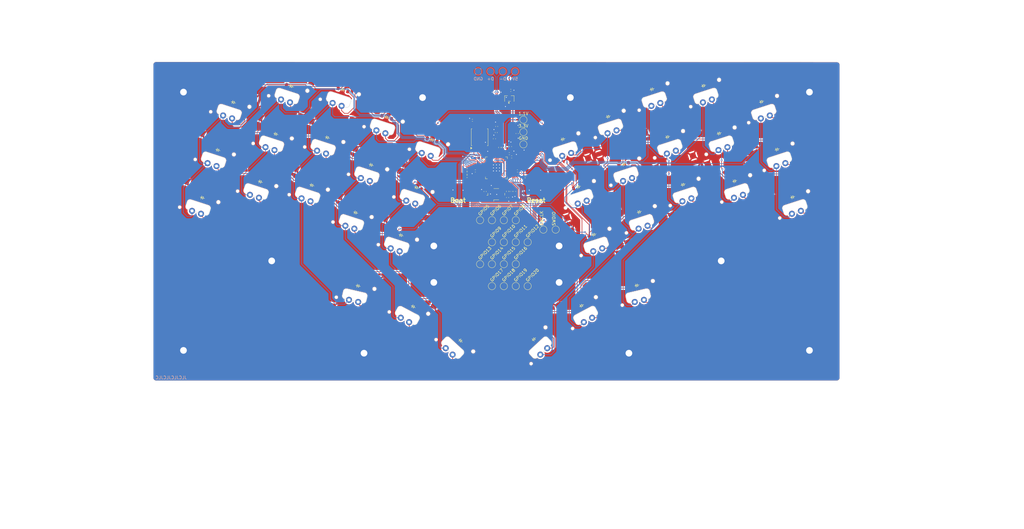
<source format=kicad_pcb>
(kicad_pcb (version 20241229) (generator "pcbnew") (generator_version "9.0")
  (layers (0 "F.Cu" signal) (2 "B.Cu" signal) (13 "F.Paste" user) (15 "B.Paste" user) (5 "F.SilkS" user "F.Silkscreen") (7 "B.SilkS" user "B.Silkscreen") (1 "F.Mask" user) (3 "B.Mask" user) (25 "Edge.Cuts" user))
  (net 0 "")
  (net 1 "COL_0")
  (net 2 "Net-(D1-A)")
  (net 3 "COL_1")
  (net 4 "Net-(D2-A)")
  (net 5 "COL_2")
  (net 6 "Net-(D3-A)")
  (net 7 "COL_3")
  (net 8 "Net-(D4-A)")
  (net 9 "Net-(D5-A)")
  (net 10 "COL_4")
  (net 11 "Net-(D6-A)")
  (net 12 "COL_5")
  (net 13 "COL_6")
  (net 14 "Net-(D7-A)")
  (net 15 "COL_7")
  (net 16 "Net-(D8-A)")
  (net 17 "Net-(D9-A)")
  (net 18 "COL_8")
  (net 19 "Net-(D10-A)")
  (net 20 "COL_9")
  (net 21 "Net-(D11-A)")
  (net 22 "Net-(D12-A)")
  (net 23 "Net-(D13-A)")
  (net 24 "Net-(D14-A)")
  (net 25 "Net-(D15-A)")
  (net 26 "Net-(D16-A)")
  (net 27 "Net-(D17-A)")
  (net 28 "Net-(D18-A)")
  (net 29 "Net-(D19-A)")
  (net 30 "Net-(D20-A)")
  (net 31 "Net-(D21-A)")
  (net 32 "Net-(D22-A)")
  (net 33 "Net-(D23-A)")
  (net 34 "Net-(D24-A)")
  (net 35 "Net-(D25-A)")
  (net 36 "Net-(D26-A)")
  (net 37 "Net-(D27-A)")
  (net 38 "Net-(D28-A)")
  (net 39 "Net-(D29-A)")
  (net 40 "Net-(D30-A)")
  (net 41 "Net-(D31-A)")
  (net 42 "Net-(D32-A)")
  (net 43 "Net-(D33-A)")
  (net 44 "Net-(D34-A)")
  (net 45 "Net-(D35-A)")
  (net 46 "Net-(D36-A)")
  (net 47 "SDO")
  (net 48 "SD2")
  (net 49 "SWCLK")
  (net 50 "SWDIO")
  (net 51 "+3V3")
  (net 52 "SD1")
  (net 53 "SD3")
  (net 54 "X_OUT")
  (net 55 "+1V1")
  (net 56 "Net-(U1-USB_D_P)")
  (net 57 "RUN")
  (net 58 "SCLK")
  (net 59 "GND")
  (net 60 "Net-(U1-USB_D_N)")
  (net 61 "X_IN")
  (net 62 "SEL")
  (net 63 "+5V")
  (net 64 "ROW_0")
  (net 65 "ROW_1")
  (net 66 "ROW_2")
  (net 67 "ROW_3")
  (net 68 "Net-(C15-Pad2)")
  (net 69 "D_P")
  (net 70 "D_N")
  (net 71 "Net-(R5-Pad2)")
  (net 72 "Net-(R9-Pad1)")
  (net 73 "GPIO5")
  (net 74 "GPIO11")
  (net 75 "GPIO12")
  (net 76 "GPIO8")
  (net 77 "GPIO6")
  (net 78 "GPIO9")
  (net 79 "GPIO15")
  (net 80 "GPIO10")
  (net 81 "GPIO7")
  (net 82 "GPIO14")
  (net 83 "GPIO13")
  (net 84 "GPIO17")
  (net 85 "GPIO19")
  (net 86 "GPIO16")
  (net 87 "GPIO18")
  (net 88 "GPIO20")
  (footprint "Custom:CPG1316S01D02_castelated_mikecinq" (layer "F.Cu") (at 160.609055 91.542868 -18)
    (property "Reference" "S3" (hide yes))
    (property "Value" "Keyswitch" (hide yes))
    (fp_line (start -4 1.65) (end -4 0.25) (stroke (width 0.1)) (layer "Edge.Cuts"))
    (fp_line (start -3 -0.75) (end 3 -0.75) (stroke (width 0.1)) (layer "Edge.Cuts"))
    (fp_line (start 3.000001 2.65) (end -3 2.65) (stroke (width 0.1)) (layer "Edge.Cuts"))
    (fp_line (start 4 0.25) (end 4 1.65) (stroke (width 0.1)) (layer "Edge.Cuts"))
    (fp_arc (start -4 0.25) (mid -3.707107 -0.457107) (end -3 -0.75) (stroke (width 0.1)) (layer "Edge.Cuts"))
    (fp_arc (start -3 2.65) (mid -3.707107 2.357107) (end -4 1.65) (stroke (width 0.1)) (layer "Edge.Cuts"))
    (fp_arc (start 3 -0.75) (mid 3.707107 -0.457107) (end 4 0.25) (stroke (width 0.1)) (layer "Edge.Cuts"))
    (fp_arc (start 4 1.65) (mid 3.707107 2.357107) (end 3.000001 2.65) (stroke (width 0.1)) (layer "Edge.Cuts"))
    (fp_circle (center -5.8 2.75) (end -5.3 2.75) (stroke (width 0.1)) (fill no) (layer "Edge.Cuts"))
    (fp_circle (center 5.8 -2.75) (end 6.399999 -2.75) (stroke (width 0.1)) (fill no) (layer "Edge.Cuts"))
  )
  (footprint "Custom:CPG1316S01D02_castelated_mikecinq" (layer "F.Cu") (at 155.49686 107.235308 -18)
    (property "Reference" "S13" (hide yes))
    (property "Value" "Keyswitch" (hide yes))
    (fp_line (start -4 1.65) (end -4 0.25) (stroke (width 0.1)) (layer "Edge.Cuts"))
    (fp_line (start -3 -0.75) (end 3 -0.75) (stroke (width 0.1)) (layer "Edge.Cuts"))
    (fp_line (start 3.000001 2.65) (end -3 2.65) (stroke (width 0.1)) (layer "Edge.Cuts"))
    (fp_line (start 4 0.25) (end 4 1.65) (stroke (width 0.1)) (layer "Edge.Cuts"))
    (fp_arc (start -4 0.25) (mid -3.707107 -0.457107) (end -3 -0.75) (stroke (width 0.1)) (layer "Edge.Cuts"))
    (fp_arc (start -3 2.65) (mid -3.707107 2.357107) (end -4 1.65) (stroke (width 0.1)) (layer "Edge.Cuts"))
    (fp_arc (start 3 -0.75) (mid 3.707107 -0.457107) (end 4 0.25) (stroke (width 0.1)) (layer "Edge.Cuts"))
    (fp_arc (start 4 1.65) (mid 3.707107 2.357107) (end 3.000001 2.65) (stroke (width 0.1)) (layer "Edge.Cuts"))
    (fp_circle (center -5.8 2.75) (end -5.3 2.75) (stroke (width 0.1)) (fill no) (layer "Edge.Cuts"))
    (fp_circle (center 5.8 -2.75) (end 6.399999 -2.75) (stroke (width 0.1)) (fill no) (layer "Edge.Cuts"))
  )
  (footprint "Capacitor_SMD:C_0402_1005Metric" (layer "F.Cu") (at 204.3176 99.2632 180)
    (property "Reference" "C1" (hide yes))
    (property "Value" "1µF" (hide yes))
  )
  (footprint "ScottoKeebs_Components:Diode_SOD-123" (layer "F.Cu") (at 258.441696 153.61614 13)
    (property "Reference" "D36" (hide yes))
    (property "Value" "D_Small" (hide yes))
  )
  (footprint "ScottoKeebs_Components:Diode_SOD-123" (layer "F.Cu") (at 144.743986 88.11109 -18)
    (property "Reference" "D2" (hide yes))
    (property "Value" "D_Small" (hide yes))
  )
  (footprint "ScottoKeebs_Components:Diode_SOD-123" (layer "F.Cu") (at 273.64876 120.441935 18)
    (property "Reference" "D28" (hide yes))
    (property "Value" "D_Small" (hide yes))
  )
  (footprint "ScottoKeebs_Components:Diode_SOD-123" (layer "F.Cu") (at 280.394835 87.894778 18)
    (property "Reference" "D9" (hide yes))
    (property "Value" "D_Small" (hide yes))
  )
  (footprint "Custom:CPG1316S01D02_castelated_mikecinq" (layer "F.Cu") (at 138.526379 106.073015 -18)
    (property "Reference" "S12" (hide yes))
    (property "Value" "Keyswitch" (hide yes))
    (fp_line (start -4 1.65) (end -4 0.25) (stroke (width 0.1)) (layer "Edge.Cuts"))
    (fp_line (start -3 -0.75) (end 3 -0.75) (stroke (width 0.1)) (layer "Edge.Cuts"))
    (fp_line (start 3.000001 2.65) (end -3 2.65) (stroke (width 0.1)) (layer "Edge.Cuts"))
    (fp_line (start 4 0.25) (end 4 1.65) (stroke (width 0.1)) (layer "Edge.Cuts"))
    (fp_arc (start -4 0.25) (mid -3.707107 -0.457107) (end -3 -0.75) (stroke (width 0.1)) (layer "Edge.Cuts"))
    (fp_arc (start -3 2.65) (mid -3.707107 2.357107) (end -4 1.65) (stroke (width 0.1)) (layer "Edge.Cuts"))
    (fp_arc (start 3 -0.75) (mid 3.707107 -0.457107) (end 4 0.25) (stroke (width 0.1)) (layer "Edge.Cuts"))
    (fp_arc (start 4 1.65) (mid 3.707107 2.357107) (end 3.000001 2.65) (stroke (width 0.1)) (layer "Edge.Cuts"))
    (fp_circle (center -5.8 2.75) (end -5.3 2.75) (stroke (width 0.1)) (fill no) (layer "Edge.Cuts"))
    (fp_circle (center 5.8 -2.75) (end 6.399999 -2.75) (stroke (width 0.1)) (fill no) (layer "Edge.Cuts"))
  )
  (footprint "TestPoint:TestPoint_Pad_D2.0mm" (layer "F.Cu") (at 214.67 139.377778)
    (property "Reference" "TP6" (hide yes))
    (property "Value" "TestPoint" (hide yes))
  )
  (footprint "Custom:CPG1316S01D02_castelated_mikecinq" (layer "F.Cu") (at 119.459887 111.344617 -18)
    (property "Reference" "S11" (hide yes))
    (property "Value" "Keyswitch" (hide yes))
    (fp_line (start -4 1.65) (end -4 0.25) (stroke (width 0.1)) (layer "Edge.Cuts"))
    (fp_line (start -3 -0.75) (end 3 -0.75) (stroke (width 0.1)) (layer "Edge.Cuts"))
    (fp_line (start 3.000001 2.65) (end -3 2.65) (stroke (width 0.1)) (layer "Edge.Cuts"))
    (fp_line (start 4 0.25) (end 4 1.65) (stroke (width 0.1)) (layer "Edge.Cuts"))
    (fp_arc (start -4 0.25) (mid -3.707107 -0.457107) (end -3 -0.75) (stroke (width 0.1)) (layer "Edge.Cuts"))
    (fp_arc (start -3 2.65) (mid -3.707107 2.357107) (end -4 1.65) (stroke (width 0.1)) (layer "Edge.Cuts"))
    (fp_arc (start 3 -0.75) (mid 3.707107 -0.457107) (end 4 0.25) (stroke (width 0.1)) (layer "Edge.Cuts"))
    (fp_arc (start 4 1.65) (mid 3.707107 2.357107) (end 3.000001 2.65) (stroke (width 0.1)) (layer "Edge.Cuts"))
    (fp_circle (center -5.8 2.75) (end -5.3 2.75) (stroke (width 0.1)) (fill no) (layer "Edge.Cuts"))
    (fp_circle (center 5.8 -2.75) (end 6.399999 -2.75) (stroke (width 0.1)) (fill no) (layer "Edge.Cuts"))
  )
  (footprint "ScottoKeebs_Components:Diode_SOD-123" (layer "F.Cu") (at 165.904461 129.666752 -18)
    (property "Reference" "D24" (hide yes))
    (property "Value" "D_Small" (hide yes))
  )
  (footprint "Resistor_SMD:R_0402_1005Metric" (layer "F.Cu") (at 202.565 115.5954)
    (property "Reference" "R5" (hide yes))
    (property "Value" "5.1kΩ" (hide yes))
  )
  (footprint "Custom:CPG1316S01D02_castelated_mikecinq" (layer "F.Cu") (at 184.836847 123.683069 -18)
    (property "Reference" "S15" (hide yes))
    (property "Value" "Keyswitch" (hide yes))
    (fp_line (start -4 1.65) (end -4 0.25) (stroke (width 0.1)) (layer "Edge.Cuts"))
    (fp_line (start -3 -0.75) (end 3 -0.75) (stroke (width 0.1)) (layer "Edge.Cuts"))
    (fp_line (start 3.000001 2.65) (end -3 2.65) (stroke (width 0.1)) (layer "Edge.Cuts"))
    (fp_line (start 4 0.25) (end 4 1.65) (stroke (width 0.1)) (layer "Edge.Cuts"))
    (fp_arc (start -4 0.25) (mid -3.707107 -0.457107) (end -3 -0.75) (stroke (width 0.1)) (layer "Edge.Cuts"))
    (fp_arc (start -3 2.65) (mid -3.707107 2.357107) (end -4 1.65) (stroke (width 0.1)) (layer "Edge.Cuts"))
    (fp_arc (start 3 -0.75) (mid 3.707107 -0.457107) (end 4 0.25) (stroke (width 0.1)) (layer "Edge.Cuts"))
    (fp_arc (start 4 1.65) (mid 3.707107 2.357107) (end 3.000001 2.65) (stroke (width 0.1)) (layer "Edge.Cuts"))
    (fp_circle (center -5.8 2.75) (end -5.3 2.75) (stroke (width 0.1)) (fill no) (layer "Edge.Cuts"))
    (fp_circle (center 5.8 -2.75) (end 6.399999 -2.75) (stroke (width 0.1)) (fill no) (layer "Edge.Cuts"))
  )
  (footprint "TestPoint:TestPoint_Pad_D2.0mm" (layer "F.Cu") (at 214.670001 146.608889)
    (property "Reference" "TP11" (hide yes))
    (property "Value" "TestPoint" (hide yes))
  )
  (footprint "ScottoKeebs_Components:Diode_SOD-123" (layer "F.Cu") (at 134.519596 119.495954 -18)
    (property "Reference" "D22" (hide yes))
    (property "Value" "D_Small" (hide yes))
  )
  (footprint "TestPoint:TestPoint_Pad_D2.0mm" (layer "F.Cu") (at 214.67 153.84)
    (property "Reference" "TP14" (hide yes))
    (property "Value" "TestPoint" (hide yes))
  )
  (footprint "ScottoKeebs_Components:Diode_SOD-123" (layer "F.Cu") (at 171.016656 113.974328 -18)
    (property "Reference" "D14" (hide yes))
    (property "Value" "D_Small" (hide yes))
  )
  (footprint "Crystal:Crystal_SMD_Abracon_ABM3B-4Pin_5.0x3.2mm" (layer "F.Cu") (at 212.1916 123.5964)
    (property "Reference" "Y1" (hide yes))
    (property "Value" "12 MHz 18pF" (hide yes))
  )
  (footprint "Custom:CPG1316S01D02_castelated_mikecinq" (layer "F.Cu") (at 299.900999 95.652193 18)
    (property "Reference" "S10" (hide yes))
    (property "Value" "Keyswitch" (hide yes))
    (fp_line (start -4 1.65) (end -4 0.25) (stroke (width 0.1)) (layer "Edge.Cuts"))
    (fp_line (start -3 -0.75) (end 3 -0.75) (stroke (width 0.1)) (layer "Edge.Cuts"))
    (fp_line (start 3 2.65) (end -3.000001 2.65) (stroke (width 0.1)) (layer "Edge.Cuts"))
    (fp_line (start 4 0.25) (end 4 1.65) (stroke (width 0.1)) (layer "Edge.Cuts"))
    (fp_arc (start -4 0.25) (mid -3.707107 -0.457107) (end -3 -0.75) (stroke (width 0.1)) (layer "Edge.Cuts"))
    (fp_arc (start -3.000001 2.65) (mid -3.707107 2.357107) (end -4 1.65) (stroke (width 0.1)) (layer "Edge.Cuts"))
    (fp_arc (start 3 -0.75) (mid 3.707107 -0.457107) (end 4 0.25) (stroke (width 0.1)) (layer "Edge.Cuts"))
    (fp_arc (start 4 1.65) (mid 3.707107 2.357107) (end 3 2.65) (stroke (width 0.1)) (layer "Edge.Cuts"))
    (fp_circle (center -5.8 2.75) (end -5.3 2.749999) (stroke (width 0.1)) (fill no) (layer "Edge.Cuts"))
    (fp_circle (center 5.8 -2.75) (end 6.4 -2.75) (stroke (width 0.1)) (fill no) (layer "Edge.Cuts"))
  )
  (footprint "MountingHole:MountingHole_2.2mm_M2_DIN965_Pad_TopBottom" (layer "F.Cu") (at 236.556331 91.807292)
    (property "Reference" "H4" (hide yes))
    (property "Value" "MountingHole_Pad" (hide yes))
  )
  (footprint "TestPoint:TestPoint_Pad_D2.0mm" (layer "F.Cu") (at 210.7525 146.608889)
    (property "Reference" "TP10" (hide yes))
    (property "Value" "TestPoint" (hide yes))
  )
  (footprint "TestPoint:TestPoint_Pad_D2.0mm" (layer "F.Cu") (at 206.835 132.146667)
    (property "Reference" "TP1" (hide yes))
    (property "Value" "TestPoint" (hide yes))
  )
  (footprint "TestPoint:TestPoint_Pad_D2.0mm" (layer "F.Cu") (at 206.835002 146.608889)
    (property "Reference" "TP9" (hide yes))
    (property "Value" "TestPoint" (hide yes))
  )
  (footprint "ScottoKeebs_Components:Diode_SOD-123" (layer "F.Cu") (at 180.830064 137.106025 -18)
    (property "Reference" "D25" (hide yes))
    (property "Value" "D_Small" (hide yes))
  )
  (footprint "TestPoint:TestPoint_Pad_D2.0mm" (layer "F.Cu") (at 218.587501 139.377778)
    (property "Reference" "TP7" (hide yes))
    (property "Value" "TestPoint" (hide yes))
  )
  (footprint "Capacitor_SMD:C_0402_1005Metric" (layer "F.Cu") (at 217.2462 111.3282)
    (property "Reference" "C9" (hide yes))
    (property "Value" "100nF" (hide yes))
  )
  (footprint "Custom:CPG1316S01D02_castelated_mikecinq" (layer "F.Cu") (at 165.810037 156.130798 -13)
    (property "Reference" "S31" (hide yes))
    (property "Value" "Keyswitch" (hide yes))
    (fp_line (start -4 1.65) (end -4 0.25) (stroke (width 0.1)) (layer "Edge.Cuts"))
    (fp_line (start -3 -0.75) (end 3 -0.75) (stroke (width 0.1)) (layer "Edge.Cuts"))
    (fp_line (start 3 2.65) (end -2.999999 2.65) (stroke (width 0.1)) (layer "Edge.Cuts"))
    (fp_line (start 4 0.25) (end 4 1.65) (stroke (width 0.1)) (layer "Edge.Cuts"))
    (fp_arc (start -4 0.25) (mid -3.707107 -0.457107) (end -3 -0.75) (stroke (width 0.1)) (layer "Edge.Cuts"))
    (fp_arc (start -2.999999 2.65) (mid -3.707107 2.357107) (end -4 1.65) (stroke (width 0.1)) (layer "Edge.Cuts"))
    (fp_arc (start 3 -0.75) (mid 3.707107 -0.457107) (end 4 0.25) (stroke (width 0.1)) (layer "Edge.Cuts"))
    (fp_arc (start 4 1.65) (mid 3.707107 2.357107) (end 3 2.65) (stroke (width 0.1)) (layer "Edge.Cuts"))
    (fp_circle (center -5.8 2.75) (end -5.3 2.75) (stroke (width 0.1)) (fill no) (layer "Edge.Cuts"))
    (fp_circle (center 5.8 -2.75) (end 6.4 -2.75) (stroke (width 0.1)) (fill no) (layer "Edge.Cuts"))
  )
  (footprint "TestPoint:TestPoint_Pad_D2.0mm" (layer "F.Cu") (at 221.107 99.0854)
    (property "Reference" "1.1V")
    (property "Value" "TestPoint" (hide yes))
  )
  (footprint "Custom:CPG1316S01D02_castelated_mikecinq" (layer "F.Cu") (at 244.748446 139.37551 18)
    (property "Reference" "S26" (hide yes))
    (property "Value" "Keyswitch" (hide yes))
    (fp_line (start -4 1.65) (end -4 0.25) (stroke (width 0.1)) (layer "Edge.Cuts"))
    (fp_line (start -3 -0.75) (end 3 -0.75) (stroke (width 0.1)) (layer "Edge.Cuts"))
    (fp_line (start 3 2.65) (end -3.000001 2.65) (stroke (width 0.1)) (layer "Edge.Cuts"))
    (fp_line (start 4 0.25) (end 4 1.65) (stroke (width 0.1)) (layer "Edge.Cuts"))
    (fp_arc (start -4 0.25) (mid -3.707107 -0.457107) (end -3 -0.75) (stroke (width 0.1)) (layer "Edge.Cuts"))
    (fp_arc (start -3.000001 2.65) (mid -3.707107 2.357107) (end -4 1.65) (stroke (width 0.1)) (layer "Edge.Cuts"))
    (fp_arc (start 3 -0.75) (mid 3.707107 -0.457107) (end 4 0.25) (stroke (width 0.1)) (layer "Edge.Cuts"))
    (fp_arc (start 4 1.65) (mid 3.707107 2.357107) (end 3 2.65) (stroke (width 0.1)) (layer "Edge.Cuts"))
    (fp_circle (center -5.8 2.75) (end -5.3 2.749999) (stroke (width 0.1)) (fill no) (layer "Edge.Cuts"))
    (fp_circle (center 5.8 -2.75) (end 6.4 -2.75) (stroke (width 0.1)) (fill no) (layer "Edge.Cuts"))
  )
  (footprint "Resistor_SMD:R_0402_1005Metric" (layer "F.Cu") (at 213.316133 108.222201 90)
    (property "Reference" "R3" (hide yes))
    (property "Value" "27Ω" (hide yes))
  )
  (footprint "Custom:CPG1316S01D02_castelated_mikecinq" (layer "F.Cu") (at 268.976221 107.235308 18)
    (property "Reference" "S18" (hide yes))
    (property "Value" "Keyswitch" (hide yes))
    (fp_line (start -4 1.65) (end -4 0.25) (stroke (width 0.1)) (layer "Edge.Cuts"))
    (fp_line (start -3 -0.75) (end 3 -0.75) (stroke (width 0.1)) (layer "Edge.Cuts"))
    (fp_line (start 3 2.65) (end -3.000001 2.65) (stroke (width 0.1)) (layer "Edge.Cuts"))
    (fp_line (start 4 0.25) (end 4 1.65) (stroke (width 0.1)) (layer "Edge.Cuts"))
    (fp_arc (start -4 0.25) (mid -3.707107 -0.457107) (end -3 -0.75) (stroke (width 0.1)) (layer "Edge.Cuts"))
    (fp_arc (start -3.000001 2.65) (mid -3.707107 2.357107) (end -4 1.65) (stroke (width 0.1)) (layer "Edge.Cuts"))
    (fp_arc (start 3 -0.75) (mid 3.707107 -0.457107) (end 4 0.25) (stroke (width 0.1)) (layer "Edge.Cuts"))
    (fp_arc (start 4 1.65) (mid 3.707107 2.357107) (end 3 2.65) (stroke (width 0.1)) (layer "Edge.Cuts"))
    (fp_circle (center -5.8 2.75) (end -5.3 2.749999) (stroke (width 0.1)) (fill no) (layer "Edge.Cuts"))
    (fp_circle (center 5.8 -2.75) (end 6.4 -2.75) (stroke (width 0.1)) (fill no) (layer "Edge.Cuts"))
  )
  (footprint "MountingHole:MountingHole_2.2mm_M2_DIN965_Pad_TopBottom" (layer "F.Cu") (at 232.855135 152.631429)
    (property "Reference" "H3" (hide yes))
    (property "Value" "MountingHole_Pad" (hide yes))
  )
  (footprint "TestPoint:TestPoint_Pad_D2.0mm" (layer "F.Cu") (at 231.72 135.24 90)
    (property "Reference" "TP22" (hide yes))
    (property "Value" "TestPoint" (hide yes))
  )
  (footprint "Capacitor_SMD:C_0402_1005Metric" (layer "F.Cu") (at 219.1512 99.5654 -90)
    (property "Reference" "C18" (hide yes))
    (property "Value" "100nF" (hide yes))
  )
  (footprint "Custom:CPG1316S01D02_castelated_mikecinq" (layer "F.Cu") (at 241.1114 162.642919 28)
    (property "Reference" "S35" (hide yes))
    (property "Value" "Keyswitch" (hide yes))
    (fp_line (start -3 -0.75) (end 3 -0.75) (stroke (width 0.1)) (layer "Edge.Cuts"))
    (fp_line (start -4 1.65) (end -4 0.25) (stroke (width 0.1)) (layer "Edge.Cuts"))
    (fp_line (start 4 0.25) (end 4 1.65) (stroke (width 0.1)) (layer "Edge.Cuts"))
    (fp_line (start 3 2.649999) (end -3 2.65) (stroke (width 0.1)) (layer "Edge.Cuts"))
    (fp_arc (start -4 0.25) (mid -3.707107 -0.457107) (end -3 -0.75) (stroke (width 0.1)) (layer "Edge.Cuts"))
    (fp_arc (start -3 2.65) (mid -3.707106 2.357107) (end -4 1.65) (stroke (width 0.1)) (layer "Edge.Cuts"))
    (fp_arc (start 3 -0.75) (mid 3.707107 -0.457107) (end 4 0.25) (stroke (width 0.1)) (layer "Edge.Cuts"))
    (fp_arc (start 4 1.65) (mid 3.707107 2.357107) (end 3 2.649999) (stroke (width 0.1)) (layer "Edge.Cuts"))
    (fp_circle (center -5.8 2.75) (end -5.3 2.75) (stroke (width 0.1)) (fill no) (layer "Edge.Cuts"))
    (fp_circle (center 5.8 -2.75) (end 6.4 -2.75) (stroke (width 0.1)) (fill no) (layer "Edge.Cuts"))
  )
  (footprint "ScottoKeebs_Components:Diode_SOD-123" (layer "F.Cu") (at 176.128851 98.281888 -18)
    (property "Reference" "D4" (hide yes))
    (property "Value" "D_Small" (hide yes))
  )
  (footprint "ScottoKeebs_Components:Diode_SOD-123" (layer "F.Cu") (at 200.433647 171.803513 -43)
    (property "Reference" "D33" (hide yes))
    (property "Value" "D_Small" (hide yes))
  )
  (footprint "ScottoKeebs_Components:Diode_SOD-123" (layer "F.Cu") (at 268.536549 104.749511 18)
    (property "Reference" "D18" (hide yes))
    (property "Value" "D_Small" (hide yes))
  )
  (footprint "ScottoKeebs_Components:Diode_SOD-123" (layer "F.Cu") (at 240.246753 160.271235 28)
    (property "Reference" "D35" (hide yes))
    (property "Value" "D_Small" (hide yes))
  )
  (footprint "Custom:CPG1316S01D02_castelated_mikecinq" (layer "F.Cu") (at 254.561837 116.243813 18)
    (property "Reference" "S17" (hide yes))
    (property "Value" "Keyswitch" (hide yes))
    (fp_line (start -4 1.65) (end -4 0.25) (stroke (width 0.1)) (layer "Edge.Cuts"))
    (fp_line (start -3 -0.75) (end 3 -0.75) (stroke (width 0.1)) (layer "Edge.Cuts"))
    (fp_line (start 3 2.65) (end -3.000001 2.65) (stroke (width 0.1)) (layer "Edge.Cuts"))
    (fp_line (start 4 0.25) (end 4 1.65) (stroke (width 0.1)) (layer "Edge.Cuts"))
    (fp_arc (start -4 0.25) (mid -3.707107 -0.457107) (end -3 -0.75) (stroke (width 0.1)) (layer "Edge.Cuts"))
    (fp_arc (start -3.000001 2.65) (mid -3.707107 2.357107) (end -4 1.65) (stroke (width 0.1)) (layer "Edge.Cuts"))
    (fp_arc (start 3 -0.75) (mid 3.707107 -0.457107) (end 4 0.25) (stroke (width 0.1)) (layer "Edge.Cuts"))
    (fp_arc (start 4 1.65) (mid 3.707107 2.357107) (end 3 2.65) (stroke (width 0.1)) (layer "Edge.Cuts"))
    (fp_circle (center -5.8 2.75) (end -5.3 2.749999) (stroke (width 0.1)) (fill no) (layer "Edge.Cuts"))
    (fp_circle (center 5.8 -2.75) (end 6.4 -2.75) (stroke (width 0.1)) (fill no) (layer "Edge.Cuts"))
  )
  (footprint "TestPoint:TestPoint_Pad_D2.0mm" (layer "F.Cu") (at 218.5875 132.146667)
    (property "Reference" "TP4" (hide yes))
    (property "Value" "TestPoint" (hide yes))
  )
  (footprint "Custom:CPG1316S01D02_castelated_mikecinq" (layer "F.Cu") (at 175.023439 100.551373 -18)
    (property "Reference" "S4" (hide yes))
    (property "Value" "Keyswitch" (hide yes))
    (fp_line (start -4 1.65) (end -4 0.25) (stroke (width 0.1)) (layer "Edge.Cuts"))
    (fp_line (start -3 -0.75) (end 3 -0.75) (stroke (width 0.1)) (layer "Edge.Cuts"))
    (fp_line (start 3.000001 2.65) (end -3 2.65) (stroke (width 0.1)) (layer "Edge.Cuts"))
    (fp_line (start 4 0.25) (end 4 1.65) (stroke (width 0.1)) (layer "Edge.Cuts"))
    (fp_arc (start -4 0.25) (mid -3.707107 -0.457107) (end -3 -0.75) (stroke (width 0.1)) (layer "Edge.Cuts"))
    (fp_arc (start -3 2.65) (mid -3.707107 2.357107) (end -4 1.65) (stroke (width 0.1)) (layer "Edge.Cuts"))
    (fp_arc (start 3 -0.75) (mid 3.707107 -0.457107) (end 4 0.25) (stroke (width 0.1)) (layer "Edge.Cuts"))
    (fp_arc (start 4 1.65) (mid 3.707107 2.357107) (end 3.000001 2.65) (stroke (width 0.1)) (layer "Edge.Cuts"))
    (fp_circle (center -5.8 2.75) (end -5.3 2.75) (stroke (width 0.1)) (fill no) (layer "Edge.Cuts"))
    (fp_circle (center 5.8 -2.75) (end 6.399999 -2.75) (stroke (width 0.1)) (fill no) (layer "Edge.Cuts"))
  )
  (footprint "Custom:CPG1316S01D02_castelated_mikecinq" (layer "F.Cu") (at 150.384665 122.927732 -18)
    (property "Reference" "S23" (hide yes))
    (property "Value" "Keyswitch" (hide yes))
    (fp_line (start -4 1.65) (end -4 0.25) (stroke (width 0.1)) (layer "Edge.Cuts"))
    (fp_line (start -3 -0.75) (end 3 -0.75) (stroke (width 0.1)) (layer "Edge.Cuts"))
    (fp_line (start 3.000001 2.65) (end -3 2.65) (stroke (width 0.1)) (layer "Edge.Cuts"))
    (fp_line (start 4 0.25) (end 4 1.65) (stroke (width 0.1)) (layer "Edge.Cuts"))
    (fp_arc (start -4 0.25) (mid -3.707107 -0.457107) (end -3 -0.75) (stroke (width 0.1)) (layer "Edge.Cuts"))
    (fp_arc (start -3 2.65) (mid -3.707107 2.357107) (end -4 1.65) (stroke (width 0.1)) (layer "Edge.Cuts"))
    (fp_arc (start 3 -0.75) (mid 3.707107 -0.457107) (end 4 0.25) (stroke (width 0.1)) (layer "Edge.Cuts"))
    (fp_arc (start 4 1.65) (mid 3.707107 2.357107) (end 3.000001 2.65) (stroke (width 0.1)) (layer "Edge.Cuts"))
    (fp_circle (center -5.8 2.75) (end -5.3 2.75) (stroke (width 0.1)) (fill no) (layer "Edge.Cuts"))
    (fp_circle (center 5.8 -2.75) (end 6.399999 -2.75) (stroke (width 0.1)) (fill no) (layer "Edge.Cuts"))
  )
  (footprint "Custom:CPG1316S01D02_castelated_mikecinq" (layer "F.Cu") (at 226.000403 173.393197 43)
    (property "Reference" "S34" (hide yes))
    (property "Value" "Keyswitch" (hide yes))
    (fp_line (start -3 -0.75) (end 3 -0.75) (stroke (width 0.1)) (layer "Edge.Cuts"))
    (fp_line (start -4 1.65) (end -4 0.25) (stroke (width 0.1)) (layer "Edge.Cuts"))
    (fp_line (start 4 0.25) (end 4 1.65) (stroke (width 0.1)) (layer "Edge.Cuts"))
    (fp_line (start 3 2.65) (end -2.999999 2.65) (stroke (width 0.1)) (layer "Edge.Cuts"))
    (fp_arc (start -4 0.25) (mid -3.707107 -0.457107) (end -3 -0.75) (stroke (width 0.1)) (layer "Edge.Cuts"))
    (fp_arc (start -2.999999 2.65) (mid -3.707107 2.357107) (end -4 1.65) (stroke (width 0.1)) (layer "Edge.Cuts"))
    (fp_arc (start 3 -0.75) (mid 3.707107 -0.457107) (end 4 0.25) (stroke (width 0.1)) (layer "Edge.Cuts"))
    (fp_arc (start 4 1.65) (mid 3.707107 2.357107) (end 3 2.65) (stroke (width 0.1)) (layer "Edge.Cuts"))
    (fp_circle (center -5.8 2.75) (end -5.3 2.75) (stroke (width 0.1)) (fill no) (layer "Edge.Cuts"))
    (fp_circle (center 5.8 -2.75) (end 6.4 -2.75) (stroke (width 0.1)) (fill no) (layer "Edge.Cuts"))
  )
  (footprint "Custom:CPG1316S01D02_castelated_mikecinq" (layer "F.Cu") (at 249.449642 100.551373 18)
    (property "Reference" "S7" (hide yes))
    (property "Value" "Keyswitch" (hide yes))
    (fp_line (start -4 1.65) (end -4 0.25) (stroke (width 0.1)) (layer "Edge.Cuts"))
    (fp_line (start -3 -0.75) (end 3 -0.75) (stroke (width 0.1)) (layer "Edge.Cuts"))
    (fp_line (start 3 2.65) (end -3.000001 2.65) (stroke (width 0.1)) (layer "Edge.Cuts"))
    (fp_line (start 4 0.25) (end 4 1.65) (stroke (width 0.1)) (layer "Edge.Cuts"))
    (fp_arc (start -4 0.25) (mid -3.707107 -0.457107) (end -3 -0.75) (stroke (width 0.1)) (layer "Edge.Cuts"))
    (fp_arc (start -3.000001 2.65) (mid -3.707107 2.357107) (end -4 1.65) (stroke (width 0.1)) (layer "Edge.Cuts"))
    (fp_arc (start 3 -0.75) (mid 3.707107 -0.457107) (end 4 0.25) (stroke (width 0.1)) (layer "Edge.Cuts"))
    (fp_arc (start 4 1.65) (mid 3.707107 2.357107) (end 3 2.65) (stroke (width 0.1)) (layer "Edge.Cuts"))
    (fp_circle (center -5.8 2.75) (end -5.3 2.749999) (stroke (width 0.1)) (fill no) (layer "Edge.Cuts"))
    (fp_circle (center 5.8 -2.75) (end 6.4 -2.75) (stroke (width 0.1)) (fill no) (layer "Edge.Cuts"))
  )
  (footprint "ScottoKeebs_Components:Diode_SOD-123" (layer "F.Cu") (at 263.424354 89.057071 18)
    (property "Reference" "D8" (hide yes))
    (property "Value" "D_Small" (hide yes))
  )
  (footprint "ScottoKeebs_Components:Button_TL3342" (layer "F.Cu") (at 225.018201 121.3562 180)
    (property "Reference" "SW1" (hide yes))
    (property "Value" "SW_Push" (hide yes))
  )
  (footprint "TestPoint:TestPoint_Pad_D2.0mm" (layer "F.Cu") (at 222.504999 153.84)
    (property "Reference" "TP16" (hide yes))
    (property "Value" "TestPoint" (hide yes))
  )
  (footprint "Custom:CPG1316S01D02_castelated_mikecinq" (layer "F.Cu") (at 305.013194 111.344617 18)
    (property "Reference" "S20" (hide yes))
    (property "Value" "Keyswitch" (hide yes))
    (fp_line (start -4 1.65) (end -4 0.25) (stroke (width 0.1)) (layer "Edge.Cuts"))
    (fp_line (start -3 -0.75) (end 3 -0.75) (stroke (width 0.1)) (layer "Edge.Cuts"))
    (fp_line (start 3 2.65) (end -3.000001 2.65) (stroke (width 0.1)) (layer "Edge.Cuts"))
    (fp_line (start 4 0.25) (end 4 1.65) (stroke (width 0.1)) (layer "Edge.Cuts"))
    (fp_arc (start -4 0.25) (mid -3.707107 -0.457107) (end -3 -0.75) (stroke (width 0.1)) (layer "Edge.Cuts"))
    (fp_arc (start -3.000001 2.65) (mid -3.707107 2.357107) (end -4 1.65) (stroke (width 0.1)) (layer "Edge.Cuts"))
    (fp_arc (start 3 -0.75) (mid 3.707107 -0.457107) (end 4 0.25) (stroke (width 0.1)) (layer "Edge.Cuts"))
    (fp_arc (start 4 1.65) (mid 3.707107 2.357107) (end 3 2.65) (stroke (width 0.1)) (layer "Edge.Cuts"))
    (fp_circle (center -5.8 2.75) (end -5.3 2.749999) (stroke (width 0.1)) (fill no) (layer "Edge.Cuts"))
    (fp_circle (center 5.8 -2.75) (end 6.4 -2.75) (stroke (width 0.1)) (fill no) (layer "Edge.Cuts"))
  )
  (footprint "Custom:CPG1316S01D02_castelated_mikecinq" (layer "F.Cu") (at 179.724652 139.37551 -18)
    (property "Reference" "S25" (hide yes))
    (property "Value" "Keyswitch" (hide yes))
    (fp_line (start -4 1.65) (end -4 0.25) (stroke (width 0.1)) (layer "Edge.Cuts"))
    (fp_line (start -3 -0.75) (end 3 -0.75) (stroke (width 0.1)) (layer "Edge.Cuts"))
    (fp_line (start 3.000001 2.65) (end -3 2.65) (stroke (width 0.1)) (layer "Edge.Cuts"))
    (fp_line (start 4 0.25) (end 4 1.65) (stroke (width 0.1)) (layer "Edge.Cuts"))
    (fp_arc (start -4 0.25) (mid -3.707107 -0.457107) (end -3 -0.75) (stroke (width 0.1)) (layer "Edge.Cuts"))
    (fp_arc (start -3 2.65) (mid -3.707107 2.357107) (end -4 1.65) (stroke (width 0.1)) (layer "Edge.Cuts"))
    (fp_arc (start 3 -0.75) (mid 3.707107 -0.457107) (end 4 0.25) (stroke (width 0.1)) (layer "Edge.Cuts"))
    (fp_arc (start 4 1.65) (mid 3.707107 2.357107) (end 3.000001 2.65) (stroke (width 0.1)) (layer "Edge.Cuts"))
    (fp_circle (center -5.8 2.75) (end -5.3 2.75) (stroke (width 0.1)) (fill no) (layer "Edge.Cuts"))
    (fp_circle (center 5.8 -2.75) (end 6.399999 -2.75) (stroke (width 0.1)) (fill no) (layer "Edge.Cuts"))
  )
  (footprint "ScottoKeebs_Components:Diode_SOD-123" (layer "F.Cu") (at 120.565299 109.075132 -18)
    (property "Reference" "D11" (hide yes))
    (property "Value" "D_Small" (hide yes))
  )
  (footprint "MountingHole:MountingHole_2.2mm_M2_DIN965_Pad_TopBottom" (layer "F.Cu") (at 109.23654 175)
    (property "Reference" "H6" (hide yes))
    (property "Value" "MountingHole_Pad" (hide yes))
  )
  (footprint "MountingHole:MountingHole_2.2mm_M2_DIN965_Pad_TopBottom" (layer "F.Cu") (at 191.617963 140.631429)
    (property "Reference" "H11" (hide yes))
    (property "Value" "MountingHole_Pad" (hide yes))
  )
  (footprint "Custom:CPG1316S01D02_castelated_mikecinq" (layer "F.Cu") (at 310.125389 127.037057 18)
    (property "Reference" "S30" (hide yes))
    (property "Value" "Keyswitch" (hide yes))
    (fp_line (start -4 1.65) (end -4 0.25) (stroke (width 0.1)) (layer "Edge.Cuts"))
    (fp_line (start -3 -0.75) (end 3 -0.75) (stroke (width 0.1)) (layer "Edge.Cuts"))
    (fp_line (start 3 2.65) (end -3.000001 2.65) (stroke (width 0.1)) (layer "Edge.Cuts"))
    (fp_line (start 4 0.25) (end 4 1.65) (stroke (width 0.1)) (layer "Edge.Cuts"))
    (fp_arc (start -4 0.25) (mid -3.707107 -0.457107) (end -3 -0.75) (stroke (width 0.1)) (layer "Edge.Cuts"))
    (fp_arc (start -3.000001 2.65) (mid -3.707107 2.357107) (end -4 1.65) (stroke (width 0.1)) (layer "Edge.Cuts"))
    (fp_arc (start 3 -0.75) (mid 3.707107 -0.457107) (end 4 0.25) (stroke (width 0.1)) (layer "Edge.Cuts"))
    (fp_arc (start 4 1.65) (mid 3.707107 2.357107) (end 3 2.65) (stroke (width 0.1)) (layer "Edge.Cuts"))
    (fp_circle (center -5.8 2.75) (end -5.3 2.749999) (stroke (width 0.1)) (fill no) (layer "Edge.Cuts"))
    (fp_circle (center 5.8 -2.75) (end 6.4 -2.75) (stroke (width 0.1)) (fill no) (layer "Edge.Cuts"))
  )
  (footprint "MountingHole:MountingHole_2.2mm_M2_DIN965_Pad_TopBottom" (layer "F.Cu") (at 109.23654 90.000002)
    (property "Reference" "H13" (hide yes))
    (property "Value" "MountingHole_Pad" (hide yes))
  )
  (footprint "ScottoKeebs_Components:Diode_SOD-123" (layer "F.Cu") (at 239.196578 121.197272 18)
    (property "Reference" "D16" (hide yes))
    (property "Value" "D_Small" (hide yes))
  )
  (footprint "Custom:CPG1316S01D02_castelated_mikecinq" (layer "F.Cu") (at 143.638574 90.380575 -18)
    (property "Reference" "S2" (hide yes))
    (property "Value" "Keyswitch" (hide yes))
    (fp_line (start -4 1.65) (end -4 0.25) (stroke (width 0.1)) (layer "Edge.Cuts"))
    (fp_line (start -3 -0.75) (end 3 -0.75) (stroke (width 0.1)) (layer "Edge.Cuts"))
    (fp_line (start 3.000001 2.65) (end -3 2.65) (stroke (width 0.1)) (layer "Edge.Cuts"))
    (fp_line (start 4 0.25) (end 4 1.65) (stroke (width 0.1)) (layer "Edge.Cuts"))
    (fp_arc (start -4 0.25) (mid -3.707107 -0.457107) (end -3 -0.75) (stroke (width 0.1)) (layer "Edge.Cuts"))
    (fp_arc (start -3 2.65) (mid -3.707107 2.357107) (end -4 1.65) (stroke (width 0.1)) (layer "Edge.Cuts"))
    (fp_arc (start 3 -0.75) (mid 3.707107 -0.457107) (end 4 0.25) (stroke (width 0.1)) (layer "Edge.Cuts"))
    (fp_arc (start 4 1.65) (mid 3.707107 2.357107) (end 3.000001 2.65) (stroke (width 0.1)) (layer "Edge.Cuts"))
    (fp_circle (center -5.8 2.75) (end -5.3 2.75) (stroke (width 0.1)) (fill no) (layer "Edge.Cuts"))
    (fp_circle (center 5.8 -2.75) (end 6.399999 -2.75) (stroke (width 0.1)) (fill no) (layer "Edge.Cuts"))
  )
  (footprint "Resistor_SMD:R_0402_1005Metric" (layer "F.Cu") (at 202.565 117.729 180)
    (property "Reference" "R9" (hide yes))
    (property "Value" "1kΩ" (hide yes))
  )
  (footprint "ScottoKeebs_Components:Diode_SOD-123" (layer "F.Cu") (at 185.942259 121.413584 -18)
    (property "Reference" "D15" (hide yes))
    (property "Value" "D_Small" (hide yes))
  )
  (footprint "Capacitor_SMD:C_0402_1005Metric" (layer "F.Cu") (at 216.9414 89.4334)
    (property "Reference" "C16" (hide yes))
    (property "Value" "1µF" (hide yes))
  )
  (footprint "ScottoKeebs_Components:Diode_SOD-123" (layer "F.Cu") (at 166.713444 153.773606 -13)
    (property "Reference" "D31" (hide yes))
    (property "Value" "D_Small" (hide yes))
  )
  (footprint "ScottoKeebs_Components:Diode_SOD-123" (layer "F.Cu") (at 184.844407 160.599866 -28)
    (property "Reference" "D32" (hide yes))
    (property "Value" "D_Small" (hide yes))
  )
  (footprint "Resistor_SMD:R_0402_1005Metric" (layer "F.Cu") (at 215.9 122.6846 90)
    (property "Reference" "R6" (hide yes))
    (property "Value" "1kΩ" (hide yes))
  )
  (footprint "Package_DFN_QFN:QFN-56-1EP_7x7mm_P0.4mm_EP3.2x3.2mm" (layer "F.Cu") (at 212.23654 114.9435)
    (property "Reference" "U1" (hide yes))
    (property "Value" "RP2040" (hide yes))
  )
  (footprint "Capacitor_SMD:C_0402_1005Metric" (layer "F.Cu") (at 207.0354 111.6584 180)
    (property "Reference" "C5" (hide yes))
    (property "Value" "100nF" (hide yes))
  )
  (footprint "TestPoint:TestPoint_Pad_D2.0mm" (layer "F.Cu") (at 218.587498 153.84)
    (property "Reference" "TP15" (hide yes))
    (property "Value" "TestPoint" (hide yes))
  )
  (footprint "Custom:CPG1316S01D02_castelated_mikecinq" (layer "F.Cu") (at 183.361697 162.642919 -28)
    (property "Reference" "S32" (hide yes))
    (property "Value" "Keyswitch" (hide yes))
    (fp_line (start -4 1.65) (end -4 0.25) (stroke (width 0.1)) (layer "Edge.Cuts"))
    (fp_line (start -3 -0.75) (end 3 -0.75) (stroke (width 0.1)) (layer "Edge.Cuts"))
    (fp_line (start 3 2.65) (end -3 2.649999) (stroke (width 0.1)) (layer "Edge.Cuts"))
    (fp_line (start 4 0.25) (end 4 1.65) (stroke (width 0.1)) (layer "Edge.Cuts"))
    (fp_arc (start -3 2.649999) (mid -3.707107 2.357107) (end -4 1.65) (stroke (width 0.1)) (layer "Edge.Cuts"))
    (fp_arc (start -4 0.25) (mid -3.707107 -0.457107) (end -3 -0.75) (stroke (width 0.1)) (layer "Edge.Cuts"))
    (fp_arc (start 4 1.65) (mid 3.707106 2.357107) (end 3 2.65) (stroke (width 0.1)) (layer "Edge.Cuts"))
    (fp_arc (start 3 -0.75) (mid 3.707107 -0.457107) (end 4 0.25) (stroke (width 0.1)) (layer "Edge.Cuts"))
    (fp_circle (center -5.8 2.75) (end -5.3 2.75) (stroke (width 0.1)) (fill no) (layer "Edge.Cuts"))
    (fp_circle (center 5.8 -2.75) (end 6.4 -2.75) (stroke (width 0.1)) (fill no) (layer "Edge.Cuts"))
  )
  (footprint "TestPoint:TestPoint_Pad_D2.0mm" (layer "F.Cu") (at 218.587501 146.608889)
    (property "Reference" "TP12" (hide yes))
    (property "Value" "TestPoint" (hide yes))
  )
  (footprint "ScottoKeebs_Components:Diode_SOD-123" (layer "F.Cu") (at 304.573522 108.85882 18)
    (property "Reference" "D20" (hide yes))
    (property "Value" "D_Small" (hide yes))
  )
  (footprint "ScottoKeebs_Components:Diode_SOD-123" (layer "F.Cu") (at 254.122165 113.758016 18)
    (property "Reference" "D17" (hide yes))
    (property "Value" "D_Small" (hide yes))
  )
  (footprint "TestPoint:TestPoint_Pad_D2.0mm" (layer "F.Cu") (at 221.107 103.1354)
    (property "Reference" "3.3V")
    (property "Value" "TestPoint" (hide yes))
  )
  (footprint "Package_TO_SOT_SMD:SOT-23-3" (layer "F.Cu") (at 216.468999 92.0805 90)
    (property "Reference" "U3" (hide yes))
    (property "Value" "XC6206PxxxMR" (hide yes))
  )
  (footprint "Custom:CPG1316S01D02_castelated_mikecinq" (layer "F.Cu") (at 239.63625 123.683069 18)
    (property "Reference" "S16" (hide yes))
    (property "Value" "Keyswitch" (hide yes))
    (fp_line (start -4 1.65) (end -4 0.25) (stroke (width 0.1)) (layer "Edge.Cuts"))
    (fp_line (start -3 -0.75) (end 3 -0.75) (stroke (width 0.1)) (layer "Edge.Cuts"))
    (fp_line (start 3 2.65) (end -3.000001 2.65) (stroke (width 0.1)) (layer "Edge.Cuts"))
    (fp_line (start 4 0.25) (end 4 1.65) (stroke (width 0.1)) (layer "Edge.Cuts"))
    (fp_arc (start -4 0.25) (mid -3.707107 -0.457107) (end -3 -0.75) (stroke (width 0.1)) (layer "Edge.Cuts"))
    (fp_arc (start -3.000001 2.65) (mid -3.707107 2.357107) (end -4 1.65) (stroke (width 0.1)) (layer "Edge.Cuts"))
    (fp_arc (start 3 -0.75) (mid 3.707107 -0.457107) (end 4 0.25) (stroke (width 0.1)) (layer "Edge.Cuts"))
    (fp_arc (start 4 1.65) (mid 3.707107 2.357107) (end 3 2.65) (stroke (width 0.1)) (layer "Edge.Cuts"))
    (fp_circle (center -5.8 2.75) (end -5.3 2.749999) (stroke (width 0.1)) (fill no) (layer "Edge.Cuts"))
    (fp_circle (center 5.8 -2.75) (end 6.4 -2.75) (stroke (width 0.1)) (fill no) (layer "Edge.Cuts"))
  )
  (footprint "Capacitor_SMD:C_0402_1005Metric" (layer "F.Cu") (at 212.15 103.31 90)
    (property "Reference" "C7" (hide yes))
    (property "Value" "100nF" (hide yes))
  )
  (footprint "Capacitor_SMD:C_0402_1005Metric" (layer "F.Cu") (at 219.0242 103.6294 -90)
    (property "Reference" "C17" (hide yes))
    (property "Value" "100nF" (hide yes))
  )
  (footprint "TestPoint:TestPoint_Pad_D2.0mm" (layer "F.Cu") (at 210.7525 139.377778)
    (property "Reference" "TP5" (hide yes))
    (property "Value" "TestPoint" (hide yes))
  )
  (footprint "Custom:CPG1316S01D02_castelated_mikecinq" (layer "F.Cu") (at 133.414184 121.765439 -18)
    (property "Reference" "S22" (hide yes))
    (property "Value" "Keyswitch" (hide yes))
    (fp_line (start -4 1.65) (end -4 0.25) (stroke (width 0.1)) (layer "Edge.Cuts"))
    (fp_line (start -3 -0.75) (end 3 -0.75) (stroke (width 0.1)) (layer "Edge.Cuts"))
    (fp_line (start 3.000001 2.65) (end -3 2.65) (stroke (width 0.1)) (layer "Edge.Cuts"))
    (fp_line (start 4 0.25) (end 4 1.65) (stroke (width 0.1)) (layer "Edge.Cuts"))
    (fp_arc (start -4 0.25) (mid -3.707107 -0.457107) (end -3 -0.75) (stroke (width 0.1)) (layer "Edge.Cuts"))
    (fp_arc (start -3 2.65) (mid -3.707107 2.357107) (end -4 1.65) (stroke (width 0.1)) (layer "Edge.Cuts"))
    (fp_arc (start 3 -0.75) (mid 3.707107 -0.457107) (end 4 0.25) (stroke (width 0.1)) (layer "Edge.Cuts"))
    (fp_arc (start 4 1.65) (mid 3.707107 2.357107) (end 3.000001 2.65) (stroke (width 0.1)) (layer "Edge.Cuts"))
    (fp_circle (center -5.8 2.75) (end -5.3 2.75) (stroke (width 0.1)) (fill no) (layer "Edge.Cuts"))
    (fp_circle (center 5.8 -2.75) (end 6.399999 -2.75) (stroke (width 0.1)) (fill no) (layer "Edge.Cuts"))
  )
  (footprint "Capacitor_SMD:C_0402_1005Metric" (layer "F.Cu") (at 211.57 105.3592 90)
    (property "Reference" "C12" (hide yes))
    (property "Value" "100nF" (hide yes))
  )
  (footprint "ScottoKeebs_Components:Diode_SOD-123" (layer "F.Cu") (at 224.551381 171.326114 43)
    (property "Reference" "D34" (hide yes))
    (property "Value" "D_Small" (hide yes))
  )
  (footprint "Capacitor_SMD:C_0402_1005Metric" (layer "F.Cu") (at 216.4588 110.2614)
    (property "Reference" "C10" (hide yes))
    (property "Value" "100nF" (hide yes))
  )
  (footprint "Capacitor_SMD:C_0402_1005Metric" (layer "F.Cu") (at 212.3186 101.2952 90)
    (property "Reference" "C3" (hide yes))
    (property "Value" "100nF" (hide yes))
  )
  (footprint "ScottoKeebs_Components:Diode_SOD-123" (layer "F.Cu") (at 115.453104 124.767572 -18)
    (property "Reference" "D21" (hide yes))
    (property "Value" "D_Small" (hide yes))
  )
  (footprint "ScottoKeebs_Components:Diode_SOD-123" (layer "F.Cu") (at 156.602272 104.965823 -18)
    (property "Reference" "D13" (hide yes))
    (property "Value" "D_Small" (hide yes))
  )
  (footprint "TestPoint:TestPoint_Pad_D2.0mm" (layer "F.Cu") (at 210.7525 132.146667)
    (property "Reference" "TP2" (hide yes))
    (property "Value" "TestPoint" (hide yes))
  )
  (footprint "Capacitor_SMD:C_0402_1005Metric" (layer "F.Cu") (at 208.4832 122.714599 -90)
    (property "Reference" "C14" (hide yes))
    (property "Value" "27pF" (hide yes))
  )
  (footprint "Resistor_SMD:R_0402_1005Metric" (layer "F.Cu") (at 221.667799 117.856)
    (property "Reference" "R7" (hide yes))
    (property "Value" "5.1kΩ" (hide yes))
  )
  (footprint "Capacitor_SMD:C_0402_1005Metric" (layer "F.Cu") (at 205.2854 115.9435 180)
    (property "Reference" "C4" (hide yes))
    (property "Value" "100nF" (hide yes))
  )
  (footprint "MountingHole:MountingHole_2.2mm_M2_DIN965_Pad_TopBottom" (layer "F.Cu") (at 187.91675 91.807292)
    (property "Reference" "H2" (hide yes))
    (property "Value" "MountingHole_Pad" (hide yes))
  )
  (footprint "ScottoKeebs_Components:Diode_SOD-123" (layer "F.Cu") (at 151.490077 120.658247 -18)
    (property "Reference" "D23" (hide yes))
    (property "Value" "D_Small" (hide yes))
  )
  (footprint "MountingHole:MountingHole_2.2mm_M2_DIN965_Pad_TopBottom" (layer "F.Cu") (at 138.273081 145.548579)
    (property "Reference" "H5" (hide yes))
    (property "Value" "MountingHole_Pad" (hide yes))
  )
  (footprint "TestPoint:TestPoint_Pad_D2.0mm" (layer "F.Cu") (at 227.669998 135.24 90)
    (property "Reference" "TP21" (hide yes))
    (property "Value" "TestPoint" (hide yes))
  )
  (footprint "MountingHole:MountingHole_2.2mm_M2_DIN965_Pad_TopBottom" (layer "F.Cu") (at 232.855135 140.631429)
    (property "Reference" "H12" (hide yes))
    (property "Value" "MountingHole_Pad" (hide yes))
  )
  (footprint "Custom:CPG1316S01D02_castelated_mikecinq" (layer "F.Cu") (at 259.674049 131.936237 18)
    (property "Reference" "S27" (hide yes))
    (property "Value" "Keyswitch" (hide yes))
    (fp_line (start -4 1.65) (end -4 0.25) (stroke (width 0.1)) (layer "Edge.Cuts"))
    (fp_line (start -3 -0.75) (end 3 -0.75) (stroke (width 0.1)) (layer "Edge.Cuts"))
    (fp_line (start 3 2.65) (end -3.000001 2.65) (stroke (width 0.1)) (layer "Edge.Cuts"))
    (fp_line (start 4 0.25) (end 4 1.65) (stroke (width 0.1)) (layer "Edge.Cuts"))
    (fp_arc (start -4 0.25) (mid -3.707107 -0.457107) (end -3 -0.75) (stroke (width 0.1)) (layer "Edge.Cuts"))
    (fp_arc (start -3.000001 2.65) (mid -3.707107 2.357107) (end -4 1.65) (stroke (width 0.1)) (layer "Edge.Cuts"))
    (fp_arc (start 3 -0.75) (mid 3.707107 -0.457107) (end 4 0.25) (stroke (width 0.1)) (layer "Edge.Cuts"))
    (fp_arc (start 4 1.65) (mid 3.707107 2.357107) (end 3 2.65) (stroke (width 0.1)) (layer "Edge.Cuts"))
    (fp_circle (center -5.8 2.75) (end -5.3 2.749999) (stroke (width 0.1)) (fill no) (layer "Edge.Cuts"))
    (fp_circle (center 5.8 -2.75) (end 6.4 -2.75) (stroke (width 0.1)) (fill no) (layer "Edge.Cuts"))
  )
  (footprint "Resistor_SMD:R_0402_1005Metric" (layer "F.Cu") (at 214.409866 108.214401 90)
    (property "Reference" "R4" (hide yes))
    (property "Value" "27Ω" (hide yes))
  )
  (footprint "ScottoKeebs_Components:Diode_SOD-123" (layer "F.Cu") (at 161.714467 89.273383 -18)
    (property "Reference" "D3" (hide yes))
    (property "Value" "D_Small" (hide yes))
  )
  (footprint "Custom:CPG1316S01D02_castelated_mikecinq" (layer "F.Cu") (at 164.799049 131.936237 -18)
    (property "Reference" "S24" (hide yes))
    (property "Value" "Keyswitch" (hide yes))
    (fp_line (start -4 1.65) (end -4 0.25) (stroke (width 0.1)) (layer "Edge.Cuts"))
    (fp_line (start -3 -0.75) (end 3 -0.75) (stroke (width 0.1)) (layer "Edge.Cuts"))
    (fp_line (start 3.000001 2.65) (end -3 2.65) (stroke (width 0.1)) (layer "Edge.Cuts"))
    (fp_line (start 4 0.25) (end 4 1.65) (stroke (width 0.1)) (layer "Edge.Cuts"))
    (fp_arc (start -4 0.25) (mid -3.707107 -0.457107) (end -3 -0.75) (stroke (width 0.1)) (layer "Edge.Cuts"))
    (fp_arc (start -3 2.65) (mid -3.707107 2.357107) (end -4 1.65) (stroke (width 0.1)) (layer "Edge.Cuts"))
    (fp_arc (start 3 -0.75) (mid 3.707107 -0.457107) (end 4 0.25) (stroke (width 0.1)) (layer "Edge.Cuts"))
    (fp_arc (start 4 1.65) (mid 3.707107 2.357107) (end 3.000001 2.65) (stroke (width 0.1)) (layer "Edge.Cuts"))
    (fp_circle (center -5.8 2.75) (end -5.3 2.75) (stroke (width 0.1)) (fill no) (layer "Edge.Cuts"))
    (fp_circle (center 5.8 -2.75) (end 6.399999 -2.75) (stroke (width 0.1)) (fill no) (layer "Edge.Cuts"))
  )
  (footprint "Custom:CPG1316S01D02_castelated_mikecinq" (layer "F.Cu") (at 234.524039 107.990628 18)
    (property "Reference" "S6" (hide yes))
    (property "Value" "Keyswitch" (hide yes))
    (fp_line (start -4 1.65) (end -4 0.25) (stroke (width 0.1)) (layer "Edge.Cuts"))
    (fp_line (start -3 -0.75) (end 3 -0.75) (stroke (width 0.1)) (layer "Edge.Cuts"))
    (fp_line (start 3 2.65) (end -3.000001 2.65) (stroke (width 0.1)) (layer "Edge.Cuts"))
    (fp_line (start 4 0.25) (end 4 1.65) (stroke (width 0.1)) (layer "Edge.Cuts"))
    (fp_arc (start -4 0.25) (mid -3.707107 -0.457107) (end -3 -0.75) (stroke (width 0.1)) (layer "Edge.Cuts"))
    (fp_arc (start -3.000001 2.65) (mid -3.707107 2.357107) (end -4 1.65) (stroke (width 0.1)) (layer "Edge.Cuts"))
    (fp_arc (start 3 -0.75) (mid 3.707107 -0.457107) (end 4 0.25) (stroke (width 0.1)) (layer "Edge.Cuts"))
    (fp_arc (start 4 1.65) (mid 3.707107 2.357107) (end 3 2.65) (stroke (width 0.1)) (layer "Edge.Cuts"))
    (fp_circle (center -5.8 2.75) (end -5.3 2.749999) (stroke (width 0.1)) (fill no) (layer "Edge.Cuts"))
    (fp_circle (center 5.8 -2.75) (end 6.4 -2.75) (stroke (width 0.1)) (fill no) (layer "Edge.Cuts"))
  )
  (footprint "TestPoint:TestPoint_Pad_D2.0mm" (layer "F.Cu") (at 222.504999 139.377778)
    (property "Reference" "TP8" (hide yes))
    (property "Value" "TestPoint" (hide yes))
  )
  (footprint "ScottoKeebs_Components:Diode_SOD-123" (layer "F.Cu") (at 244.308774 136.889713 18)
    (property "Reference" "D26" (hide yes))
    (property "Value" "D_Small" (hide yes))
  )
  (footprint "Custom:CPG1316S01D02_castelated_mikecinq" (layer "F.Cu") (at 263.864026 91.542868 18)
    (property "Reference" "S8" (hide yes))
    (property "Value" "Keyswitch" (hide yes))
    (fp_line (start -4 1.65) (end -4 0.25) (stroke (width 0.1)) (layer "Edge.Cuts"))
    (fp_line (start -3 -0.75) (end 3 -0.75) (stroke (width 0.1)) (layer "Edge.Cuts"))
    (fp_line (start 3 2.65) (end -3.000001 2.65) (stroke (width 0.1)) (layer "Edge.Cuts"))
    (fp_line (start 4 0.25) (end 4 1.65) (stroke (width 0.1)) (layer "Edge.Cuts"))
    (fp_arc (start -4 0.25) (mid -3.707107 -0.457107) (end -3 -0.75) (stroke (width 0.1)) (layer "Edge.Cuts"))
    (fp_arc (start -3.000001 2.65) (mid -3.707107 2.357107) (end -4 1.65) (stroke (width 0.1)) (layer "Edge.Cuts"))
    (fp_arc (start 3 -0.75) (mid 3.707107 -0.457107) (end 4 0.25) (stroke (width 0.1)) (layer "Edge.Cuts"))
    (fp_arc (start 4 1.65) (mid 3.707107 2.357107) (end 3 2.65) (stroke (width 0.1)) (layer "Edge.Cuts"))
    (fp_circle (center -5.8 2.75) (end -5.3 2.749999) (stroke (width 0.1)) (fill no) (layer "Edge.Cuts"))
    (fp_circle (center 5.8 -2.75) (end 6.4 -2.75) (stroke (width 0.1)) (fill no) (layer "Edge.Cuts"))
  )
  (footprint "ScottoKeebs_Components:Button_TL3342" (layer "F.Cu") (at 199.466599 121.3562 180)
    (property "Reference" "SW2" (hide yes))
    (property "Value" "SW_Push" (hide yes))
  )
  (footprint "Capacitor_SMD:C_0402_1005Metric" (layer "F.Cu") (at 215.766067 107.9324 90)
    (property "Reference" "C11" (hide yes))
    (property "Value" "1µF" (hide yes))
  )
  (footprint "MountingHole:MountingHole_2.2mm_M2_DIN965_Pad_TopBottom" (layer "F.Cu") (at 315.23654 175)
    (property "Reference" "H9" (hide yes))
    (property "Value" "MountingHole_Pad" (hide yes))
  )
  (footprint "ScottoKeebs_Components:Diode_SOD-123" (layer "F.Cu") (at 299.461327 93.166396 18)
    (property "Reference" "D10" (hide yes))
    (property "Value" "D_Small" (hide yes))
  )
  (footprint "Custom:CPG1316S01D02_castelated_mikecinq" (layer "F.Cu") (at 280.834507 90.380575 18)
    (property "Reference" "S9" (hide yes))
    (property "Value" "Keyswitch" (hide yes))
    (fp_line (start -4 1.65) (end -4 0.25) (stroke (width 0.1)) (layer "Edge.Cuts"))
    (fp_line (start -3 -0.75) (end 3 -0.75) (stroke (width 0.1)) (layer "Edge.Cuts"))
    (fp_line (start 3 2.65) (end -3.000001 2.65) (stroke (width 0.1)) (layer "Edge.Cuts"))
    (fp_line (start 4 0.25) (end 4 1.65) (stroke (width 0.1)) (layer "Edge.Cuts"))
    (fp_arc (start -4 0.25) (mid -3.707107 -0.457107) (end -3 -0.75) (stroke (width 0.1)) (layer "Edge.Cuts"))
    (fp_arc (start -3.000001 2.65) (mid -3.707107 2.357107) (end -4 1.65) (stroke (width 0.1)) (layer "Edge.Cuts"))
    (fp_arc (start 3 -0.75) (mid 3.707107 -0.457107) (end 4 0.25) (stroke (width 0.1)) (layer "Edge.Cuts"))
    (fp_arc (start 4 1.65) (mid 3.707107 2.357107) (end 3 2.65) (stroke (width 0.1)) (layer "Edge.Cuts"))
    (fp_circle (center -5.8 2.75) (end -5.3 2.749999) (stroke (width 0.1)) (fill no) (layer "Edge.Cuts"))
    (fp_circle (center 5.8 -2.75) (end 6.4 -2.75) (stroke (width 0.1)) (fill no) (layer "Edge.Cuts"))
  )
  (footprint "MountingHole:MountingHole_2.2mm_M2_DIN965_Pad_TopBottom" (layer "F.Cu") (at 286.2 145.548579)
    (property "Reference" "H5" (hide yes))
    (property "Value" "MountingHole_Pad" (hide yes))
  )
  (footprint "TestPoint:TestPoint_Pad_D2.0mm" (layer "F.Cu") (at 210.7525 153.84)
    (property "Reference" "TP13" (hide yes))
    (property "Value" "TestPoint" (hide yes))
  )
  (footprint "Capacitor_SMD:C_0402_1005Metric" (layer "F.Cu") (at 216.8398 107.9246 90)
    (property "Reference" "C2" (hide yes))
    (property "Value" "1µF" (hide yes))
  )
  (footprint "Capacitor_SMD:C_0402_1005Metric" (layer "F.Cu") (at 215.9 124.6886 90)
    (property "Reference" "C15" (hide yes))
    (property "Value" "27pF" (hide yes))
  )
  (footprint "MountingHole:MountingHole_2.2mm_M2_DIN965_Pad_TopBottom" (layer "F.Cu") (at 255.821512 175.921749)
    (property "Reference" "H8" (hide yes))
    (property "Value" "MountingHole_Pad" (hide yes))
  )
  (footprint "TestPoint:TestPoint_Pad_D2.0mm" (layer "F.Cu") (at 221.107 107.1854)
    (property "Reference" "GND")
    (property "Value" "TestPoint" (hide yes))
  )
  (footprint "Custom:CPG1316S01D02_castelated_mikecinq" (layer "F.Cu") (at 274.088432 122.927732 18)
    (property "Reference" "S28" (hide yes))
    (property "Value" "Keyswitch" (hide yes))
    (fp_line (start -4 1.65) (end -4 0.25) (stroke (width 0.1)) (layer "Edge.Cuts"))
    (fp_line (start -3 -0.75) (end 3 -0.75) (stroke (width 0.1)) (layer "Edge.Cuts"))
    (fp_line (start 3 2.65) (end -3.000001 2.65) (stroke (width 0.1)) (layer "Edge.Cuts"))
    (fp_line (start 4 0.25) (end 4 1.65) (stroke (width 0.1)) (layer "Edge.Cuts"))
    (fp_arc (start -4 0.25) (mid -3.707107 -0.457107) (end -3 -0.75) (stroke (width 0.1)) (layer "Edge.Cuts"))
    (fp_arc (start -3.000001 2.65) (mid -3.707107 2.357107) (end -4 1.65) (stroke (width 0.1)) (layer "Edge.Cuts"))
    (fp_arc (start 3 -0.75) (mid 3.707107 -0.457107) (end 4 0.25) (stroke (width 0.1)) (layer "Edge.Cuts"))
    (fp_arc (start 4 1.65) (mid 3.707107 2.357107) (end 3 2.65) (stroke (width 0.1)) (layer "Edge.Cuts"))
    (fp_circle (center -5.8 2.75) (end -5.3 2.749999) (stroke (width 0.1)) (fill no) (layer "Edge.Cuts"))
    (fp_circle (center 5.8 -2.75) (end 6.4 -2.75) (stroke (width 0.1)) (fill no) (layer "Edge.Cuts"))
  )
  (footprint "Custom:CPG1316S01D02_castelated_mikecinq" (layer "F.Cu") (at 169.911244 116.243813 -18)
    (property "Reference" "S14" (hide yes))
    (property "Value" "Keyswitch" (hide yes))
    (fp_line (start -4 1.65) (end -4 0.25) (stroke (width 0.1)) (layer "Edge.Cuts"))
    (fp_line (start -3 -0.75) (end 3 -0.75) (stroke (width 0.1)) (layer "Edge.Cuts"))
    (fp_line (start 3.000001 2.65) (end -3 2.65) (stroke (width 0.1)) (layer "Edge.Cuts"))
    (fp_line (start 4 0.25) (end 4 1.65) (stroke (width 0.1)) (layer "Edge.Cuts"))
    (fp_arc (start -4 0.25) (mid -3.707107 -0.457107) (end -3 -0.75) (stroke (width 0.1)) (layer "Edge.Cuts"))
    (fp_arc (start -3 2.65) (mid -3.707107 2.357107) (end -4 1.65) (stroke (width 0.1)) (layer "Edge.Cuts"))
    (fp_arc (start 3 -0.75) (mid 3.707107 -0.457107) (end 4 0.25) (stroke (width 0.1)) (layer "Edge.Cuts"))
    (fp_arc (start 4 1.65) (mid 3.707107 2.357107) (end 3.000001 2.65) (stroke (width 0.1)) (layer "Edge.Cuts"))
    (fp_circle (center -5.8 2.75) (end -5.3 2.75) (stroke (width 0.1)) (fill no) (layer "Edge.Cuts"))
    (fp_circle (center 5.8 -2.75) (end 6.399999 -2.75) (stroke (width 0.1)) (fill no) (layer "Edge.Cuts"))
  )
  (footprint "MountingHole:MountingHole_2.2mm_M2_DIN965_Pad_TopBottom" (layer "F.Cu") (at 168.651585 175.921749)
    (property "Reference" "H7" (hide yes))
    (property "Value" "MountingHole_Pad" (hide yes))
  )
  (footprint "TestPoint:TestPoint_Pad_D2.0mm" (layer "F.Cu") (at 214.67 132.146667)
    (property "Reference" "TP3" (hide yes))
    (property "Value" "TestPoint" (hide yes))
  )
  (footprint "Capacitor_SMD:C_0402_1005Metric" (layer "F.Cu") (at 217.0607 122.682 -90)
    (property "Reference" "C6" (hide yes))
    (property "Value" "100nF" (hide yes))
  )
  (footprint "Resistor_SMD:R_0402_1005Metric" (layer "F.Cu") (at 202.565 116.6622 180)
    (property "Reference" "R8" (hide yes))
    (property "Value" "5.1kΩ" (hide yes))
  )
  (footprint "Custom:CPG1316S01D02_castelated_mikecinq" (layer "F.Cu") (at 189.949042 107.990628 -18)
    (property "Reference" "S5" (hide yes))
    (property "Value" "Keyswitch" (hide yes))
    (fp_line (start -4 1.65) (end -4 0.25) (stroke (width 0.1)) (layer "Edge.Cuts"))
    (fp_line (start -3 -0.75) (end 3 -0.75) (stroke (width 0.1)) (layer "Edge.Cuts"))
    (fp_line (start 3.000001 2.65) (end -3 2.65) (stroke (width 0.1)) (layer "Edge.Cuts"))
    (fp_line (start 4 0.25) (end 4 1.65) (stroke (width 0.1)) (layer "Edge.Cuts"))
    (fp_arc (start -4 0.25) (mid -3.707107 -0.457107) (end -3 -0.75) (stroke (width 0.1)) (layer "Edge.Cuts"))
    (fp_arc (start -3 2.65) (mid -3.707107 2.357107) (end -4 1.65) (stroke (width 0.1)) (layer "Edge.Cuts"))
    (fp_arc (start 3 -0.75) (mid 3.707107 -0.457107) (end 4 0.25) (stroke (width 0.1)) (layer "Edge.Cuts"))
    (fp_arc (start 4 1.65) (mid 3.707107 2.357107) (end 3.000001 2.65) (stroke (width 0.1)) (layer "Edge.Cuts"))
    (fp_circle (center -5.8 2.75) (end -5.3 2.75) (stroke (width 0.1)) (fill no) (layer "Edge.Cuts"))
    (fp_circle (center 5.8 -2.75) (end 6.399999 -2.75) (stroke (width 0.1)) (fill no) (layer "Edge.Cuts"))
  )
  (footprint "ScottoKeebs_Components:Diode_SOD-123" (layer "F.Cu") (at 249.00997 98.065576 18)
    (property "Reference" "D7" (hide yes))
    (property "Value" "D_Small" (hide yes))
  )
  (footprint "Custom:CPG1316S01D02_castelated_mikecinq" (layer "F.Cu") (at 198.472678 173.393197 -43)
    (property "Reference" "S33" (hide yes))
    (property "Value" "Keyswitch" (hide yes))
    (fp_line (start -4 1.65) (end -4 0.25) (stroke (width 0.1)) (layer "Edge.Cuts"))
    (fp_line (start -3 -0.75) (end 3 -0.75) (stroke (width 0.1)) (layer "Edge.Cuts"))
    (fp_line (start 2.999999 2.65) (end -3 2.65) (stroke (width 0.1)) (layer "Edge.Cuts"))
    (fp_line (start 4 0.25) (end 4 1.65) (stroke (width 0.1)) (layer "Edge.Cuts"))
    (fp_arc (start -3 2.65) (mid -3.707107 2.357107) (end -4 1.65) (stroke (width 0.1)) (layer "Edge.Cuts"))
    (fp_arc (start -4 0.25) (mid -3.707107 -0.457107) (end -3 -0.75) (stroke (width 0.1)) (layer "Edge.Cuts"))
    (fp_arc (start 4 1.65) (mid 3.707107 2.357107) (end 2.999999 2.65) (stroke (width 0.1)) (layer "Edge.Cuts"))
    (fp_arc (start 3 -0.75) (mid 3.707107 -0.457107) (end 4 0.25) (stroke (width 0.1)) (layer "Edge.Cuts"))
    (fp_circle (center -5.8 2.75) (end -5.3 2.75) (stroke (width 0.1)) (fill no) (layer "Edge.Cuts"))
    (fp_circle (center 5.8 -2.75) (end 6.4 -2.75) (stroke (width 0.1)) (fill no) (layer "Edge.Cuts"))
  )
  (footprint "Package_SO:SOIC-8_5.3x5.3mm_P1.27mm" (layer "F.Cu") (at 206.7052 104.8512 90)
    (property "Reference" "U2" (hide yes))
    (property "Value" "W25Q128JVS" (hide yes))
  )
  (footprint "ScottoKeebs_Components:Diode_SOD-123" (layer "F.Cu") (at 259.234377 129.45044 18)
    (property "Reference" "D27" (hide yes))
    (property "Value" "D_Small" (hide yes))
  )
  (footprint "MountingHole:MountingHole_2.2mm_M2_DIN965_Pad_TopBottom" (layer "F.Cu") (at 315.23654 90)
    (property "Reference" "H10" (hide yes))
    (property "Value" "MountingHole_Pad" (hide yes))
  )
  (footprint "Custom:CPG1316S01D02_castelated_mikecinq" (layer "F.Cu") (at 291.058913 121.765439 18)
    (property "Reference" "S29" (hide yes))
    (property "Value" "Keyswitch" (hide yes))
    (fp_line (start -4 1.65) (end -4 0.25) (stroke (width 0.1)) (layer "Edge.Cuts"))
    (fp_line (start -3 -0.75) (end 3 -0.75) (stroke (width 0.1)) (layer "Edge.Cuts"))
    (fp_line (start 3 2.65) (end -3.000001 2.65) (stroke (width 0.1)) (layer "Edge.Cuts"))
    (fp_line (start 4 0.25) (end 4 1.65) (stroke (width 0.1)) (layer "Edge.Cuts"))
    (fp_arc (start -4 0.25) (mid -3.707107 -0.457107) (end -3 -0.75) (stroke (width 0.1)) (layer "Edge.Cuts"))
    (fp_arc (start -3.000001 2.65) (mid -3.707107 2.357107) (end -4 1.65) (stroke (width 0.1)) (layer "Edge.Cuts"))
    (fp_arc (start 3 -0.75) (mid 3.707107 -0.457107) (end 4 0.25) (stroke (width 0.1)) (layer "Edge.Cuts"))
    (fp_arc (start 4 1.65) (mid 3.707107 2.357107) (end 3 2.65) (stroke (width 0.1)) (layer "Edge.Cuts"))
    (fp_circle (center -5.8 2.75) (end -5.3 2.749999) (stroke (width 0.1)) (fill no) (layer "Edge.Cuts"))
    (fp_circle (center 5.8 -2.75) (end 6.4 -2.75) (stroke (width 0.1)) (fill no) (layer "Edge.Cuts"))
  )
  (footprint "Custom:CPG1316S01D02_castelated_mikecinq" (layer "F.Cu") (at 114.347692 127.037057 -18)
    (property "Reference" "S21" (hide yes))
    (property "Value" "Keyswitch" (hide yes))
    (fp_line (start -4 1.65) (end -4 0.25) (stroke (width 0.1)) (layer "Edge.Cuts"))
    (fp_line (start -3 -0.75) (end 3 -0.75) (stroke (width 0.1)) (layer "Edge.Cuts"))
    (fp_line (start 3.000001 2.65) (end -3 2.65) (stroke (width 0.1)) (layer "Edge.Cuts"))
    (fp_line (start 4 0.25) (end 4 1.65) (stroke (width 0.1)) (layer "Edge.Cuts"))
    (fp_arc (start -4 0.25) (mid -3.707107 -0.457107) (end -3 -0.75) (stroke (width 0.1)) (layer "Edge.Cuts"))
    (fp_arc (start -3 2.65) (mid -3.707107 2.357107) (end -4 1.65) (stroke (width 0.1)) (layer "Edge.Cuts"))
    (fp_arc (start 3 -0.75) (mid 3.707107 -0.457107) (end 4 0.25) (stroke (width 0.1)) (layer "Edge.Cuts"))
    (fp_arc (start 4 1.65) (mid 3.707107 2.357107) (end 3.000001 2.65) (stroke (width 0.1)) (layer "Edge.Cuts"))
    (fp_circle (center -5.8 2.75) (end -5.3 2.75) (stroke (width 0.1)) (fill no) (layer "Edge.Cuts"))
    (fp_circle (center 5.8 -2.75) (end 6.399999 -2.75) (stroke (width 0.1)) (fill no) (layer "Edge.Cuts"))
  )
  (footprint "ScottoKeebs_Components:Diode_SOD-123" (layer "F.Cu") (at 309.685717 124.55126 18)
    (property "Reference" "D30" (hide yes))
    (property "Value" "D_Small" (hide yes))
  )
  (footprint "ScottoKeebs_Components:Diode_SOD-123" (layer "F.Cu") (at 191.054454 105.721143 -18)
    (property "Reference" "D5" (hide yes))
    (property "Value" "D_Small" (hide yes))
  )
  (footprint "Custom:CPG1316S01D02_castelated_mikecinq" (layer "F.Cu") (at 124.572098 95.652193 -18)
    (property "Reference" "S1" (hide yes))
    (property "Value" "Keyswitch" (hide yes))
    (fp_line (start -4 1.65) (end -4 0.25) (stroke (width 0.1)) (layer "Edge.Cuts"))
    (fp_line (start -3 -0.75) (end 3 -0.75) (stroke (width 0.1)) (layer "Edge.Cuts"))
    (fp_line (start 3.000001 2.65) (end -3 2.65) (stroke (width 0.1)) (layer "Edge.Cuts"))
    (fp_line (start 4 0.25) (end 4 1.65) (stroke (width 0.1)) (layer "Edge.Cuts"))
    (fp_arc (start -4 0.25) (mid -3.707107 -0.457107) (end -3 -0.75) (stroke (width 0.1)) (layer "Edge.Cuts"))
    (fp_arc (start -3 2.65) (mid -3.707107 2.357107) (end -4 1.65) (stroke (width 0.1)) (layer "Edge.Cuts"))
    (fp_arc (start 3 -0.75) (mid 3.707107 -0.457107) (end 4 0.25) (stroke (width 0.1)) (layer "Edge.Cuts"))
    (fp_arc (start 4 1.65) (mid 3.707107 2.357107) (end 3.000001 2.65) (stroke (width 0.1)) (layer "Edge.Cuts"))
    (fp_circle (center -5.8 2.75) (end -5.3 2.75) (stroke (width 0.1)) (fill no) (layer "Edge.Cuts"))
    (fp_circle (center 5.8 -2.75) (end 6.399999 -2.75) (stroke (width 0.1)) (fill no) (layer "Edge.Cuts"))
  )
  (footprint "Capacitor_SMD:C_0402_1005Metric" (layer "F.Cu") (at 218.2114 122.682 -90)
    (property "Reference" "C13" (hide yes))
    (property "Value" "100nF" (hide yes))
  )
  (footprint "ScottoKeebs_Components:Diode_SOD-123" (layer "F.Cu") (at 285.507046 103.587218 18)
    (property "Reference" "D19" (hide yes))
    (property "Value" "D_Small" (hide yes))
  )
  (footprint "Custom:CPG1316S01D02_castelated_mikecinq" (layer "F.Cu") (at 258.663044 156.130798 13)
    (property "Reference" "S36" (hide yes))
    (property "Value" "Keyswitch" (hide yes))
    (fp_line (start -4 1.65) (end -4 0.25) (stroke (width 0.1)) (layer "Edge.Cuts"))
    (fp_line (start -3 -0.75) (end 3 -0.75) (stroke (width 0.1)) (layer "Edge.Cuts"))
    (fp_line (start 2.999999 2.65) (end -3 2.65) (stroke (width 0.1)) (layer "Edge.Cuts"))
    (fp_line (start 4 0.25) (end 4 1.65) (stroke (width 0.1)) (layer "Edge.Cuts"))
    (fp_arc (start -4 0.25) (mid -3.707107 -0.457107) (end -3 -0.75) (stroke (width 0.1)) (layer "Edge.Cuts"))
    (fp_arc (start -3 2.65) (mid -3.707107 2.357107) (end -4 1.65) (stroke (width 0.1)) (layer "Edge.Cuts"))
    (fp_arc (start 3 -0.75) (mid 3.707107 -0.457107) (end 4 0.25) (stroke (width 0.1)) (layer "Edge.Cuts"))
    (fp_arc (start 4 1.65) (mid 3.707107 2.357107) (end 2.999999 2.65) (stroke (width 0.1)) (layer "Edge.Cuts"))
    (fp_circle (center -5.8 2.75) (end -5.3 2.75) (stroke (width 0.1)) (fill no) (layer "Edge.Cuts"))
    (fp_circle (center 5.8 -2.75) (end 6.4 -2.75) (stroke (width 0.1)) (fill no) (layer "Edge.Cuts"))
  )
  (footprint "MountingHole:MountingHole_2.2mm_M2_DIN965_Pad_TopBottom" (layer "F.Cu") (at 191.617963 152.631429)
    (property "Reference" "H1" (hide yes))
    (property "Value" "MountingHole_Pad" (hide yes))
  )
  (footprint "Capacitor_SMD:C_0402_1005Metric" (layer "F.Cu") (at 219.1258 115.9435)
    (property "Reference" "C8" (hide yes))
    (property "Value" "100nF" (hide yes))
  )
  (footprint "ScottoKeebs_Components:Diode_SOD-123" (layer "F.Cu") (at 125.67751 93.382708 -18)
    (property "Reference" "D1" (hide yes))
    (property "Value" "D_Small" (hide yes))
  )
  (footprint "ScottoKeebs_Components:Diode_SOD-123" (layer "F.Cu") (at 234.084367 105.504831 18)
    (property "Reference" "D6" (hide yes))
    (property "Value" "D_Small" (hide yes))
  )
  (footprint "ScottoKeebs_Components:Diode_SOD-123" (layer "F.Cu") (at 290.619241 119.279642 18)
    (property "Reference" "D29" (hide yes))
    (property "Value" "D_Small" (hide yes))
  )
  (footprint "ScottoKeebs_Components:Diode_SOD-123" (layer "F.Cu") (at 139.631791 103.80353 -18)
    (property "Reference" "D12" (hide yes))
    (property "Value" "D_Small" (hide yes))
  )
  (footprint "Custom:CPG1316S01D02_castelated_mikecinq" (layer "F.Cu") (at 285.946718 106.073015 18)
    (property "Reference" "S19" (hide yes))
    (property "Value" "Keyswitch" (hide yes))
    (fp_line (start -4 1.65) (end -4 0.25) (stroke (width 0.1)) (layer "Edge.Cuts"))
    (fp_line (start -3 -0.75) (end 3 -0.75) (stroke (width 0.1)) (layer "Edge.Cuts"))
    (fp_line (start 3 2.65) (end -3.000001 2.65) (stroke (width 0.1)) (layer "Edge.Cuts"))
    (fp_line (start 4 0.25) (end 4 1.65) (stroke (width 0.1)) (layer "Edge.Cuts"))
    (fp_arc (start -4 0.25) (mid -3.707107 -0.457107) (end -3 -0.75) (stroke (width 0.1)) (layer "Edge.Cuts"))
    (fp_arc (start -3.000001 2.65) (mid -3.707107 2.357107) (end -4 1.65) (stroke (width 0.1)) (layer "Edge.Cuts"))
    (fp_arc (start 3 -0.75) (mid 3.707107 -0.457107) (end 4 0.25) (stroke (width 0.1)) (layer "Edge.Cuts"))
    (fp_arc (start 4 1.65) (mid 3.707107 2.357107) (end 3 2.65) (stroke (width 0.1)) (layer "Edge.Cuts"))
    (fp_circle (center -5.8 2.75) (end -5.3 2.749999) (stroke (width 0.1)) (fill no) (layer "Edge.Cuts"))
    (fp_circle (center 5.8 -2.75) (end 6.4 -2.75) (stroke (width 0.1)) (fill no) (layer "Edge.Cuts"))
  )
  (footprint "TestPoint:TestPoint_Pad_D2.0mm" (layer "B.Cu") (at 206.224799 83.19 90)
    (property "Reference" "TP20" (hide yes))
    (property "Value" "TestPoint" (hide yes))
  )
  (footprint "TestPoint:TestPoint_Pad_D2.0mm" (layer "B.Cu") (at 210.261601 83.18 -90)
    (property "Reference" "TP18" (hide yes))
    (property "Value" "TestPoint" (hide yes))
  )
  (footprint "TestPoint:TestPoint_Pad_D2.0mm" (layer "B.Cu") (at 218.374798 83.19 90)
    (property "Reference" "TP17" (hide yes))
    (property "Value" "TestPoint" (hide yes))
  )
  (footprint "TestPoint:TestPoint_Pad_D2.0mm" (layer "B.Cu") (at 214.311602 83.18 -90)
    (property "Reference" "TP19" (hide yes))
    (property "Value" "TestPoint" (hide yes))
  )
  (gr_arc (start 324.236862 80.072462) (mid 324.943761 80.365469) (end 325.23654 81.072462) (stroke (width 0.05)) (layer "Edge.Cuts"))
  (gr_line (start 100.23654 185) (end 324.23654 185) (stroke (width 0.05)) (layer "Edge.Cuts"))
  (gr_line (start 325.23654 184) (end 325.23654 81.072462) (stroke (width 0.05)) (layer "Edge.Cuts"))
  (gr_arc (start 100.23654 185) (mid 99.529433 184.707107) (end 99.23654 184) (stroke (width 0.05)) (layer "Edge.Cuts"))
  (gr_arc (start 325.23654 184) (mid 324.943649 184.707121) (end 324.23654 185) (stroke (width 0.05)) (layer "Edge.Cuts"))
  (gr_line (start 324.236862 80.072462) (end 100.236862 80.000324) (stroke (width 0.05)) (layer "Edge.Cuts"))
  (gr_arc (start 99.23654 81.000324) (mid 99.529541 80.293102) (end 100.236862 80.000324) (stroke (width 0.05)) (layer "Edge.Cuts"))
  (gr_line (start 99.23654 81.000324) (end 99.23654 184) (stroke (width 0.05)) (layer "Edge.Cuts"))
  (gr_text "GPIO20" (at 222.504999 152.64 45) (layer "F.SilkS") (effects (font (size 1 1)) (justify left bottom)))
  (gr_text "GPIO15" (at 214.670001 145.408889 45) (layer "F.SilkS") (effects (font (size 1 1)) (justify left bottom)))
  (gr_text "GPIO8" (at 218.5875 130.946667 45) (layer "F.SilkS") (effects (font (size 1 1)) (justify left bottom)))
  (gr_text "GPIO7" (at 214.67 130.946667 45) (layer "F.SilkS") (effects (font (size 1 1)) (justify left bottom)))
  (gr_text "GPIO19" (at 218.587498 152.64 45) (layer "F.SilkS") (effects (font (size 1 1)) (justify left bottom)))
  (gr_text "GPIO5" (at 206.835 130.946667 45) (layer "F.SilkS") (effects (font (size 1 1)) (justify left bottom)))
  (gr_text "GPIO11" (at 218.587501 138.177778 45) (layer "F.SilkS") (effects (font (size 1 1)) (justify left bottom)))
  (gr_text "SWDIO" (at 231.72 134.04 90) (layer "F.SilkS") (effects (font (size 1 1)) (justify left bottom)))
  (gr_text "Reset" (at 221.996 126.492 0) (layer "F.SilkS") (effects (font (size 1.5 1.5) (thickness 0.3) (bold yes)) (justify left bottom)))
  (gr_text "GPIO13" (at 206.835002 145.408889 45) (layer "F.SilkS") (effects (font (size 1 1)) (justify left bottom)))
  (gr_text "SWCLK" (at 227.669998 134.04 90) (layer "F.SilkS") (effects (font (size 1 1)) (justify left bottom)))
  (gr_text "GPIO9" (at 210.7525 138.177778 45) (layer "F.SilkS") (effects (font (size 1 1)) (justify left bottom)))
  (gr_text "GPIO18" (at 214.67 152.64 45) (layer "F.SilkS") (effects (font (size 1 1)) (justify left bottom)))
  (gr_text "GPIO10" (at 214.67 138.177778 45) (layer "F.SilkS") (effects (font (size 1 1)) (justify left bottom)))
  (gr_text "GPIO12" (at 222.504999 138.177778 45) (layer "F.SilkS") (effects (font (size 1 1)) (justify left bottom)))
  (gr_text "GPIO17" (at 210.7525 152.64 45) (layer "F.SilkS") (effects (font (size 1 1)) (justify left bottom)))
  (gr_text "GPIO14" (at 210.7525 145.408889 45) (layer "F.SilkS") (effects (font (size 1 1)) (justify left bottom)))
  (gr_text "GPIO6" (at 210.7525 130.946667 45) (layer "F.SilkS") (effects (font (size 1 1)) (justify left bottom)))
  (gr_text "Boot" (at 196.85 126.492 0) (layer "F.SilkS") (effects (font (size 1.5 1.5) (thickness 0.3) (bold yes)) (justify left bottom)))
  (gr_text "GPIO16" (at 218.587501 145.408889 45) (layer "F.SilkS") (effects (font (size 1 1)) (justify left bottom)))
  (gr_text "D-" (at 215.55565 86.233 0) (layer "B.SilkS") (effects (font (size 1 1)) (justify left bottom mirror)))
  (gr_text "5V" (at 219.40456 86.233 0) (layer "B.SilkS") (effects (font (size 1 1)) (justify left bottom mirror)))
  (gr_text "GND" (at 207.873609 86.233 0) (layer "B.SilkS") (effects (font (size 1 1)) (justify left bottom mirror)))
  (gr_text "D+" (at 211.505649 86.233 0) (layer "B.SilkS") (effects (font (size 1 1)) (justify left bottom mirror)))
  (gr_text "JLCJLCJLCJLC" (at 110.4 184.52 0) (layer "B.SilkS") (effects (font (size 1 1)) (justify left bottom mirror)))
  (segment (start 208.79904 112.7435) (end 207.972473 112.7435) (width 0.2) (layer "F.Cu") (net 1))
  (segment (start 207.972473 112.7435) (end 207.972473 112.634204) (width 0.2) (layer "F.Cu") (net 1))
  (segment (start 207.972473 112.634204) (end 207.881769 112.5435) (width 0.2) (layer "F.Cu") (net 1))
  (via (at 207.881769 112.5435) (size 0.6) (drill 0.3) (layers "F.Cu" "B.Cu") (net 1))
  (segment (start 206.16 110.4138) (end 201.987462 110.4138) (width 0.2) (layer "B.Cu") (net 1))
  (segment (start 114.55 105.42258) (end 122.279065 97.693516) (width 0.2) (layer "B.Cu") (net 1))
  (segment (start 206.626596 110.880396) (end 206.16 110.4138) (width 0.2) (layer "B.Cu") (net 1))
  (segment (start 176.647124 97.3858) (end 167.369462 97.3858) (width 0.2) (layer "B.Cu") (net 1))
  (segment (start 114.55 112.83594) (end 114.55 105.42258) (width 0.2) (layer "B.Cu") (net 1))
  (segment (start 127.7366 101.5238) (end 123.8504 101.5238) (width 0.2) (layer "B.Cu") (net 1))
  (segment (start 134.0358 95.2246) (end 127.7366 101.5238) (width 0.2) (layer "B.Cu") (net 1))
  (segment (start 165.6058 95.622138) (end 165.6058 91.126338) (width 0.2) (layer "B.Cu") (net 1))
  (segment (start 151.2824 87.2998) (end 136.7536 87.2998) (width 0.2) (layer "B.Cu") (net 1))
  (segment (start 109.18 129.63) (end 109.18 121.36) (width 0.2) (layer "B.Cu") (net 1))
  (segment (start 122.279065 99.952465) (end 122.279065 97.693516) (width 0.2) (layer "B.Cu") (net 1))
  (segment (start 123.8504 101.5238) (end 122.279065 99.952465) (width 0.2) (layer "B.Cu") (net 1))
  (segment (start 201.987462 110.4138) (end 201.479462 109.9058) (width 0.2) (layer "B.Cu") (net 1))
  (segment (start 136.7536 87.2998) (end 134.0358 90.0176) (width 0.2) (layer "B.Cu") (net 1))
  (segment (start 110.47 130.92) (end 109.18 129.63) (width 0.2) (layer "B.Cu") (net 1))
  (segment (start 192.325586 106.3266) (end 191.157186 105.1582) (width 0.2) (layer "B.Cu") (net 1))
  (segment (start 207.213608 112.094335) (end 206.827527 112.094335) (width 0.2) (layer "B.Cu") (net 1))
  (segment (start 134.0358 90.0176) (end 134.0358 95.2246) (width 0.2) (layer "B.Cu") (net 1))
  (segment (start 112.054659 129.07838) (end 112.054659 130.545341) (width 0.2) (layer "B.Cu") (net 1))
  (segment (start 207.881769 112.5435) (end 207.662773 112.5435) (width 0.2) (layer "B.Cu") (net 1))
  (segment (start 180.0816 100.820276) (end 176.647124 97.3858) (width 0.2) (layer "B.Cu") (net 1))
  (segment (start 191.157186 105.1582) (end 188.730862 105.1582) (width 0.2) (layer "B.Cu") (net 1))
  (segment (start 109.18 121.36) (end 117.15406 113.38594) (width 0.2) (layer "B.Cu") (net 1))
  (segment (start 163.330862 88.8514) (end 152.834 88.8514) (width 0.2) (layer "B.Cu") (net 1))
  (segment (start 180.0816 103.284076) (end 180.0816 100.820276) (width 0.2) (layer "B.Cu") (net 1))
  (segment (start 206.827527 112.094335) (end 206.626596 111.893404) (width 0.2) (layer "B.Cu") (net 1))
  (segment (start 165.6058 91.126338) (end 163.330862 88.8514) (width 0.2) (layer "B.Cu") (net 1))
  (segment (start 117.166854 113.38594) (end 115.1 113.38594) (width 0.2) (layer "B.Cu") (net 1))
  (segment (start 167.369462 97.3858) (end 165.6058 95.622138) (width 0.2) (layer "B.Cu") (net 1))
  (segment (start 193.7788 106.3266) (end 192.325586 106.3266) (width 0.2) (layer "B.Cu") (net 1))
  (segment (start 196.0074 108.5552) (end 193.7788 106.3266) (width 0.2) (layer "B.Cu") (net 1))
  (segment (start 207.662773 112.5435) (end 207.213608 112.094335) (width 0.2) (layer "B.Cu") (net 1))
  (segment (start 201.479462 109.9058) (end 196.120062 109.9058) (width 0.2) (layer "B.Cu") (net 1))
  (segment (start 152.834 88.8514) (end 151.2824 87.2998) (width 0.2) (layer "B.Cu") (net 1))
  (segment (start 181.424524 104.627) (end 180.0816 103.284076) (width 0.2) (layer "B.Cu") (net 1))
  (segment (start 111.68 130.92) (end 110.47 130.92) (width 0.2) (layer "B.Cu") (net 1))
  (segment (start 196.120062 109.9058) (end 196.0074 109.793138) (width 0.2) (layer "B.Cu") (net 1))
  (segment (start 115.1 113.38594) (end 114.55 112.83594) (width 0.2) (layer "B.Cu") (net 1))
  (segment (start 188.730862 105.1582) (end 188.199662 104.627) (width 0.2) (layer "B.Cu") (net 1))
  (segment (start 206.626596 111.893404) (end 206.626596 110.880396) (width 0.2) (layer "B.Cu") (net 1))
  (segment (start 117.15406 113.38594) (end 117.166854 113.38594) (width 0.2) (layer "B.Cu") (net 1))
  (segment (start 196.0074 109.793138) (end 196.0074 108.5552) (width 0.2) (layer "B.Cu") (net 1))
  (segment (start 112.054659 130.545341) (end 111.68 130.92) (width 0.2) (layer "B.Cu") (net 1))
  (segment (start 188.199662 104.627) (end 181.424524 104.627) (width 0.2) (layer "B.Cu") (net 1))
  (segment (start 128.69 94.73) (end 128.084167 94.73) (width 0.2) (layer "F.Cu") (net 2))
  (segment (start 129.41 95.45) (end 128.69 94.73) (width 0.2) (layer "F.Cu") (net 2))
  (segment (start 129.41 99.45) (end 129.41 95.45) (width 0.2) (layer "F.Cu") (net 2))
  (segment (start 125.227341 98.651469) (end 125.227341 99.947341) (width 0.2) (layer "F.Cu") (net 2))
  (segment (start 128.084167 94.73) (end 127.246753 93.892586) (width 0.2) (layer "F.Cu") (net 2))
  (segment (start 126.05 100.77) (end 128.09 100.77) (width 0.2) (layer "F.Cu") (net 2))
  (segment (start 125.227341 99.947341) (end 126.05 100.77) (width 0.2) (layer "F.Cu") (net 2))
  (segment (start 128.09 100.77) (end 129.41 99.45) (width 0.2) (layer "F.Cu") (net 2))
  (segment (start 206.964865 112.695535) (end 207.41283 113.1435) (width 0.2) (layer "F.Cu") (net 3))
  (segment (start 207.41283 113.1435) (end 208.79904 113.1435) (width 0.2) (layer "F.Cu") (net 3))
  (segment (start 206.964865 112.695135) (end 206.964865 112.695535) (width 0.2) (layer "F.Cu") (net 3))
  (via (at 206.964865 112.695135) (size 0.6) (drill 0.3) (layers "F.Cu" "B.Cu") (net 3))
  (segment (start 193.630862 106.6546) (end 192.189724 106.6546) (width 0.2) (layer "B.Cu") (net 3))
  (segment (start 176.511262 97.7138) (end 167.2336 97.7138) (width 0.2) (layer "B.Cu") (net 3))
  (segment (start 150.749 95.0214) (end 148.9456 96.8248) (width 0.2) (layer "B.Cu") (net 3))
  (segment (start 136.233346 108.114338) (end 134.474338 108.114338) (width 0.2) (layer "B.Cu") (net 3))
  (segment (start 205.8924 110.744) (end 201.8538 110.744) (width 0.2) (layer "B.Cu") (net 3))
  (segment (start 206.1392 111.86987) (end 206.1392 110.9908) (width 0.2) (layer "B.Cu") (net 3))
  (segment (start 134.08 99.687439) (end 141.345541 92.421898) (width 0.2) (layer "B.Cu") (net 3))
  (segment (start 191.021324 105.4862) (end 188.595 105.4862) (width 0.2) (layer "B.Cu") (net 3))
  (segment (start 181.288662 104.955) (end 179.7536 103.419938) (width 0.2) (layer "B.Cu") (net 3))
  (segment (start 131.121151 123.806762) (end 129.256762 123.806762) (width 0.2) (layer "B.Cu") (net 3))
  (segment (start 163.195 89.1794) (end 154.432 89.1794) (width 0.2) (layer "B.Cu") (net 3))
  (segment (start 154.432 89.1794) (end 150.749 92.8624) (width 0.2) (layer "B.Cu") (net 3))
  (segment (start 150.749 92.8624) (end 150.749 95.0214) (width 0.2) (layer "B.Cu") (net 3))
  (segment (start 128.39 117.8) (end 128.39 122.94) (width 0.2) (layer "B.Cu") (net 3))
  (segment (start 206.964465 112.695135) (end 206.1392 111.86987) (width 0.2) (layer "B.Cu") (net 3))
  (segment (start 167.2336 97.7138) (end 165.2778 95.758) (width 0.2) (layer "B.Cu") (net 3))
  (segment (start 148.9456 96.8248) (end 142.748 96.8248) (width 0.2) (layer "B.Cu") (net 3))
  (segment (start 142.748 96.8248) (end 141.345541 95.422341) (width 0.2) (layer "B.Cu") (net 3))
  (segment (start 201.422 110.3122) (end 196.0626 110.3122) (width 0.2) (layer "B.Cu") (net 3))
  (segment (start 192.189724 106.6546) (end 191.021324 105.4862) (width 0.2) (layer "B.Cu") (net 3))
  (segment (start 188.595 105.4862) (end 188.0638 104.955) (width 0.2) (layer "B.Cu") (net 3))
  (segment (start 196.0626 110.3122) (end 195.6794 109.929) (width 0.2) (layer "B.Cu") (net 3))
  (segment (start 136.233346 108.114338) (end 136.233346 109.956654) (width 0.2) (layer "B.Cu") (net 3))
  (segment (start 206.1392 110.9908) (end 205.8924 110.744) (width 0.2) (layer "B.Cu") (net 3))
  (segment (start 206.964865 112.695135) (end 206.964465 112.695135) (width 0.2) (layer "B.Cu") (net 3))
  (segment (start 133.46 103.19) (end 134.08 102.57) (width 0.2) (layer "B.Cu") (net 3))
  (segment (start 129.256762 123.806762) (end 128.39 122.94) (width 0.2) (layer "B.Cu") (net 3))
  (segment (start 179.7536 103.419938) (end 179.7536 100.956138) (width 0.2) (layer "B.Cu") (net 3))
  (segment (start 201.8538 110.744) (end 201.422 110.3122) (width 0.2) (layer "B.Cu") (net 3))
  (segment (start 136.233346 109.956654) (end 128.39 117.8) (width 0.2) (layer "B.Cu") (net 3))
  (segment (start 165.2778 95.758) (end 165.2778 91.2622) (width 0.2) (layer "B.Cu") (net 3))
  (segment (start 133.46 107.1) (end 133.46 103.19) (width 0.2) (layer "B.Cu") (net 3))
  (segment (start 165.2778 91.2622) (end 163.195 89.1794) (width 0.2) (layer "B.Cu") (net 3))
  (segment (start 195.6794 109.929) (end 195.6794 108.703138) (width 0.2) (layer "B.Cu") (net 3))
  (segment (start 179.7536 100.956138) (end 176.511262 97.7138) (width 0.2) (layer "B.Cu") (net 3))
  (segment (start 134.08 102.57) (end 134.08 99.687439) (width 0.2) (layer "B.Cu") (net 3))
  (segment (start 134.474338 108.114338) (end 133.46 107.1) (width 0.2) (layer "B.Cu") (net 3))
  (segment (start 195.6794 108.703138) (end 193.630862 106.6546) (width 0.2) (layer "B.Cu") (net 3))
  (segment (start 188.0638 104.955) (end 181.288662 104.955) (width 0.2) (layer "B.Cu") (net 3))
  (segment (start 141.345541 95.422341) (end 141.345541 92.421898) (width 0.2) (layer "B.Cu") (net 3))
  (segment (start 147.69 95.05) (end 148.52 94.22) (width 0.2) (layer "F.Cu") (net 4))
  (segment (start 148.52 90.827739) (end 146.313229 88.620968) (width 0.2) (layer "F.Cu") (net 4))
  (segment (start 144.293817 94.493817) (end 144.85 95.05) (width 0.2) (layer "F.Cu") (net 4))
  (segment (start 148.52 94.22) (end 148.52 90.827739) (width 0.2) (layer "F.Cu") (net 4))
  (segment (start 144.293817 93.379851) (end 144.293817 94.493817) (width 0.2) (layer "F.Cu") (net 4))
  (segment (start 144.85 95.05) (end 147.69 95.05) (width 0.2) (layer "F.Cu") (net 4))
  (segment (start 163.703643 158.364205) (end 163.334373 158.364205) (width 0.2) (layer "F.Cu") (net 5))
  (segment (start 203.412 112.3182) (end 203.14 112.0462) (width 0.2) (layer "F.Cu") (net 5))
  (segment (start 206.9647 113.5435) (end 205.7394 112.3182) (width 0.2) (layer "F.Cu") (net 5))
  (segment (start 205.7394 112.3182) (end 203.412 112.3182) (width 0.2) (layer "F.Cu") (net 5))
  (segment (start 206.9647 113.5435) (end 208.79904 113.5435) (width 0.2) (layer "F.Cu") (net 5))
  (via (at 203.14 112.0462) (size 0.6) (drill 0.3) (layers "F.Cu" "B.Cu") (net 5))
  (segment (start 192.081462 107.0102) (end 190.938462 105.8672) (width 0.2) (layer "B.Cu") (net 5))
  (segment (start 158.316022 93.584191) (end 157.935809 93.584191) (width 0.2) (layer "B.Cu") (net 5))
  (segment (start 148.091632 124.969055) (end 145.809055 124.969055) (width 0.2) (layer "B.Cu") (net 5))
  (segment (start 159.24 159.79) (end 162.277848 159.79) (width 0.2) (layer "B.Cu") (net 5))
  (segment (start 181.1528 105.283) (end 179.4256 103.5558) (width 0.2) (layer "B.Cu") (net 5))
  (segment (start 195.3514 111.2266) (end 195.3514 108.839) (width 0.2) (layer "B.Cu") (net 5))
  (segment (start 193.5226 107.0102) (end 192.081462 107.0102) (width 0.2) (layer "B.Cu") (net 5))
  (segment (start 203.14 112.0462) (end 202.8284 111.7346) (width 0.2) (layer "B.Cu") (net 5))
  (segment (start 157.58 156.07) (end 157.58 158.13) (width 0.2) (layer "B.Cu") (net 5))
  (segment (start 153.203827 109.276631) (end 145.33 117.150458) (width 0.2) (layer "B.Cu") (net 5))
  (segment (start 158.316022 97.432222) (end 158.316022 93.584191) (width 0.2) (layer "B.Cu") (net 5))
  (segment (start 179.4256 101.092) (end 176.4284 98.0948) (width 0.2) (layer "B.Cu") (net 5))
  (segment (start 202 111.7346) (end 195.8594 111.7346) (width 0.2) (layer "B.Cu") (net 5))
  (segment (start 176.4284 98.0948) (end 158.9786 98.0948) (width 0.2) (layer "B.Cu") (net 5))
  (segment (start 190.938462 105.8672) (end 188.449262 105.8672) (width 0.2) (layer "B.Cu") (net 5))
  (segment (start 145.33 117.150458) (end 145.33 124.49) (width 0.2) (layer "B.Cu") (net 5))
  (segment (start 188.449262 105.8672) (end 187.865062 105.283) (width 0.2) (layer "B.Cu") (net 5))
  (segment (start 153.203827 109.276631) (end 151.176631 109.276631) (width 0.2) (layer "B.Cu") (net 5))
  (segment (start 179.4256 103.5558) (end 179.4256 101.092) (width 0.2) (layer "B.Cu") (net 5))
  (segment (start 157.935809 93.584191) (end 150.41 101.11) (width 0.2) (layer "B.Cu") (net 5))
  (segment (start 148.091632 146.581632) (end 157.58 156.07) (width 0.2) (layer "B.Cu") (net 5))
  (segment (start 202.8284 111.7346) (end 202 111.7346) (width 0.2) (layer "B.Cu") (net 5))
  (segment (start 145.809055 124.969055) (end 145.33 124.49) (width 0.2) (layer "B.Cu") (net 5))
  (segment (start 148.091632 124.969055) (end 148.091632 146.581632) (width 0.2) (layer "B.Cu") (net 5))
  (segment (start 162.277848 159.79) (end 163.703643 158.364205) (width 0.2) (layer "B.Cu") (net 5))
  (segment (start 187.865062 105.283) (end 181.1528 105.283) (width 0.2) (layer "B.Cu") (net 5))
  (segment (start 150.41 101.11) (end 150.41 108.51) (width 0.2) (layer "B.Cu") (net 5))
  (segment (start 158.9786 98.0948) (end 158.316022 97.432222) (width 0.2) (layer "B.Cu") (net 5))
  (segment (start 195.8594 111.7346) (end 195.3514 111.2266) (width 0.2) (layer "B.Cu") (net 5))
  (segment (start 157.58 158.13) (end 159.24 159.79) (width 0.2) (layer "B.Cu") (net 5))
  (segment (start 195.3514 108.839) (end 193.5226 107.0102) (width 0.2) (layer "B.Cu") (net 5))
  (segment (start 151.176631 109.276631) (end 150.41 108.51) (width 0.2) (layer "B.Cu") (net 5))
  (segment (start 163.41 97) (end 165.28 95.13) (width 0.2) (layer "F.Cu") (net 6))
  (segment (start 161.264298 94.542144) (end 161.264298 96.064298) (width 0.2) (layer "F.Cu") (net 6))
  (segment (start 161.264298 96.064298) (end 162.2 97) (width 0.2) (layer "F.Cu") (net 6))
  (segment (start 165.28 91.779551) (end 163.28371 89.783261) (width 0.2) (layer "F.Cu") (net 6))
  (segment (start 162.2 97) (end 163.41 97) (width 0.2) (layer "F.Cu") (net 6))
  (segment (start 165.28 95.13) (end 165.28 91.779551) (width 0.2) (layer "F.Cu") (net 6))
  (segment (start 205.807 112.9192) (end 205.11 112.9192) (width 0.2) (layer "F.Cu") (net 7))
  (segment (start 206.375 113.4872) (end 205.807 112.9192) (width 0.2) (layer "F.Cu") (net 7))
  (segment (start 208.79904 113.9435) (end 206.8313 113.9435) (width 0.2) (layer "F.Cu") (net 7))
  (segment (start 206.8313 113.9435) (end 206.375 113.4872) (width 0.2) (layer "F.Cu") (net 7))
  (via (at 205.11 112.9192) (size 0.6) (drill 0.3) (layers "F.Cu" "B.Cu") (net 7))
  (segment (start 205.11 112.9192) (end 204.837 112.6462) (width 0.2) (layer "B.Cu") (net 7))
  (segment (start 172.287304 102.592696) (end 164.77 110.11) (width 0.2) (layer "B.Cu") (net 7))
  (segment (start 172.730406 105.3338) (end 172.730406 102.592696) (width 0.2) (layer "B.Cu") (net 7))
  (segment (start 201.44 112.162) (end 195.601 112.162) (width 0.2) (layer "B.Cu") (net 7))
  (segment (start 194.8942 109.0676) (end 193.167 107.3404) (width 0.2) (layer "B.Cu") (net 7))
  (segment (start 178.19 163.7) (end 178.745049 164.255049) (width 0.2) (layer "B.Cu") (net 7))
  (segment (start 204.837 112.6462) (end 202.787786 112.6462) (width 0.2) (layer "B.Cu") (net 7))
  (segment (start 190.8048 106.1974) (end 188.3156 106.1974) (width 0.2) (layer "B.Cu") (net 7))
  (segment (start 191.9478 107.3404) (end 190.8048 106.1974) (width 0.2) (layer "B.Cu") (net 7))
  (segment (start 178.19 153.97) (end 178.19 163.7) (width 0.2) (layer "B.Cu") (net 7))
  (segment (start 159.55 126.353347) (end 159.55 133.55) (width 0.2) (layer "B.Cu") (net 7))
  (segment (start 193.167 107.3404) (end 191.9478 107.3404) (width 0.2) (layer "B.Cu") (net 7))
  (segment (start 187.7314 105.6132) (end 185.6486 105.6132) (width 0.2) (layer "B.Cu") (net 7))
  (segment (start 159.55 133.55) (end 159.97756 133.97756) (width 0.2) (layer "B.Cu") (net 7))
  (segment (start 185.0898 106.172) (end 173.568606 106.172) (width 0.2) (layer "B.Cu") (net 7))
  (segment (start 194.8942 111.4552) (end 194.8942 109.0676) (width 0.2) (layer "B.Cu") (net 7))
  (segment (start 195.601 112.162) (end 194.8942 111.4552) (width 0.2) (layer "B.Cu") (net 7))
  (segment (start 159.97756 133.97756) (end 162.506016 133.97756) (width 0.2) (layer "B.Cu") (net 7))
  (segment (start 178.745049 164.255049) (end 180.749029 164.255049) (width 0.2) (layer "B.Cu") (net 7))
  (segment (start 167.618211 118.285136) (end 165.455136 118.285136) (width 0.2) (layer "B.Cu") (net 7))
  (segment (start 162.506016 138.286016) (end 178.19 153.97) (width 0.2) (layer "B.Cu") (net 7))
  (segment (start 162.506016 133.97756) (end 162.506016 138.286016) (width 0.2) (layer "B.Cu") (net 7))
  (segment (start 185.6486 105.6132) (end 185.0898 106.172) (width 0.2) (layer "B.Cu") (net 7))
  (segment (start 165.455136 118.285136) (end 164.77 117.6) (width 0.2) (layer "B.Cu") (net 7))
  (segment (start 173.568606 106.172) (end 172.730406 105.3338) (width 0.2) (layer "B.Cu") (net 7))
  (segment (start 164.77 110.11) (end 164.77 117.6) (width 0.2) (layer "B.Cu") (net 7))
  (segment (start 202.303586 112.162) (end 201.44 112.162) (width 0.2) (layer "B.Cu") (net 7))
  (segment (start 172.730406 102.592696) (end 172.287304 102.592696) (width 0.2) (layer "B.Cu") (net 7))
  (segment (start 167.618211 118.285136) (end 159.55 126.353347) (width 0.2) (layer "B.Cu") (net 7))
  (segment (start 202.787786 112.6462) (end 202.303586 112.162) (width 0.2) (layer "B.Cu") (net 7))
  (segment (start 188.3156 106.1974) (end 187.7314 105.6132) (width 0.2) (layer "B.Cu") (net 7))
  (segment (start 175.678682 105.168682) (end 176.51 106) (width 0.2) (layer "F.Cu") (net 8))
  (segment (start 178.176328 99.27) (end 177.698094 98.791766) (width 0.2) (layer "F.Cu") (net 8))
  (segment (start 178.63 106) (end 179.87 104.76) (width 0.2) (layer "F.Cu") (net 8))
  (segment (start 179.87 99.84) (end 179.3 99.27) (width 0.2) (layer "F.Cu") (net 8))
  (segment (start 176.51 106) (end 178.63 106) (width 0.2) (layer "F.Cu") (net 8))
  (segment (start 175.678682 103.550649) (end 175.678682 105.168682) (width 0.2) (layer "F.Cu") (net 8))
  (segment (start 179.87 104.76) (end 179.87 99.84) (width 0.2) (layer "F.Cu") (net 8))
  (segment (start 179.3 99.27) (end 178.176328 99.27) (width 0.2) (layer "F.Cu") (net 8))
  (segment (start 195.11 108.717324) (end 195.11 110.44) (width 0.2) (layer "F.Cu") (net 9))
  (segment (start 193.11 112.44) (end 195.11 110.44) (width 0.2) (layer "F.Cu") (net 9))
  (segment (start 190.604285 111.684285) (end 191.36 112.44) (width 0.2) (layer "F.Cu") (net 9))
  (segment (start 192.623697 106.231021) (end 195.11 108.717324) (width 0.2) (layer "F.Cu") (net 9))
  (segment (start 190.604285 110.989904) (end 190.604285 111.684285) (width 0.2) (layer "F.Cu") (net 9))
  (segment (start 191.36 112.44) (end 193.11 112.44) (width 0.2) (layer "F.Cu") (net 9))
  (segment (start 204.607227 113.5192) (end 204.335227 113.2472) (width 0.2) (layer "F.Cu") (net 10))
  (segment (start 205.148361 113.5192) (end 204.607227 113.5192) (width 0.2) (layer "F.Cu") (net 10))
  (segment (start 205.3082 113.5192) (end 205.148361 113.5192) (width 0.2) (layer "F.Cu") (net 10))
  (segment (start 206.664393 114.264607) (end 205.918986 113.5192) (width 0.2) (layer "F.Cu") (net 10))
  (segment (start 205.918986 113.5192) (end 205.3082 113.5192) (width 0.2) (layer "F.Cu") (net 10))
  (segment (start 208.79904 114.3435) (end 206.743286 114.3435) (width 0.2) (layer "F.Cu") (net 10))
  (segment (start 206.743286 114.3435) (end 206.664393 114.264607) (width 0.2) (layer "F.Cu") (net 10))
  (via (at 204.335227 113.2472) (size 0.6) (drill 0.3) (layers "F.Cu" "B.Cu") (net 10))
  (segment (start 204.335227 113.2472) (end 204.110625 113.2472) (width 0.2) (layer "B.Cu") (net 10))
  (segment (start 182.543814 125.724392) (end 174.64 133.628206) (width 0.2) (layer "B.Cu") (net 10))
  (segment (start 191.9304 114.3096) (end 189.8196 114.3096) (width 0.2) (layer "B.Cu") (net 10))
  (segment (start 189.8196 114.3096) (end 187.656009 112.146009) (width 0.2) (layer "B.Cu") (net 10))
  (segment (start 193.66 173.92) (end 193.66 162.94) (width 0.2) (layer "B.Cu") (net 10))
  (segment (start 177.431619 146.711619) (end 177.431619 141.416833) (width 0.2) (layer "B.Cu") (net 10))
  (segment (start 174.64 140.87) (end 175.186833 141.416833) (width 0.2) (layer "B.Cu") (net 10))
  (segment (start 175.186833 141.416833) (end 177.431619 141.416833) (width 0.2) (layer "B.Cu") (net 10))
  (segment (start 174.64 133.628206) (end 174.64 140.87) (width 0.2) (layer "B.Cu") (net 10))
  (segment (start 180.134392 125.724392) (end 179.73 125.32) (width 0.2) (layer "B.Cu") (net 10))
  (segment (start 203.837625 112.9742) (end 202.651924 112.9742) (width 0.2) (layer "B.Cu") (net 10))
  (segment (start 202.167724 112.49) (end 201.72 112.49) (width 0.2) (layer "B.Cu") (net 10))
  (segment (start 202.651924 112.9742) (end 202.167724 112.49) (width 0.2) (layer "B.Cu") (net 10))
  (segment (start 179.73 125.32) (end 179.73 116.66) (width 0.2) (layer "B.Cu") (net 10))
  (segment (start 193.75 112.49) (end 191.9304 114.3096) (width 0.2) (layer "B.Cu") (net 10))
  (segment (start 195.531784 174.274187) (end 194.014187 174.274187) (width 0.2) (layer "B.Cu") (net 10))
  (segment (start 201.72 112.49) (end 193.75 112.49) (width 0.2) (layer "B.Cu") (net 10))
  (segment (start 193.66 162.94) (end 177.431619 146.711619) (width 0.2) (layer "B.Cu") (net 10))
  (segment (start 204.110625 113.2472) (end 203.837625 112.9742) (width 0.2) (layer "B.Cu") (net 10))
  (segment (start 194.014187 174.274187) (end 193.66 173.92) (width 0.2) (layer "B.Cu") (net 10))
  (segment (start 182.543814 125.724392) (end 180.134392 125.724392) (width 0.2) (layer "B.Cu") (net 10))
  (segment (start 186.358049 110.031951) (end 187.656009 110.031951) (width 0.2) (layer "B.Cu") (net 10))
  (segment (start 179.73 116.66) (end 186.358049 110.031951) (width 0.2) (layer "B.Cu") (net 10))
  (segment (start 187.656009 112.146009) (end 187.656009 110.031951) (width 0.2) (layer "B.Cu") (net 10))
  (segment (start 240 107.09) (end 237.904953 104.994953) (width 0.2) (layer "F.Cu") (net 11))
  (segment (start 240 109.53) (end 240 107.09) (width 0.2) (layer "F.Cu") (net 11))
  (segment (start 236.817072 110.277072) (end 237.25 110.71) (width 0.2) (layer "F.Cu") (net 11))
  (segment (start 237.904953 104.994953) (end 235.65361 104.994953) (width 0.2) (layer "F.Cu") (net 11))
  (segment (start 237.25 110.71) (end 238.82 110.71) (width 0.2) (layer "F.Cu") (net 11))
  (segment (start 238.82 110.71) (end 240 109.53) (width 0.2) (layer "F.Cu") (net 11))
  (segment (start 236.817072 110.031951) (end 236.817072 110.277072) (width 0.2) (layer "F.Cu") (net 11))
  (segment (start 217.133162 114.3435) (end 215.67404 114.3435) (width 0.2) (layer "F.Cu") (net 12))
  (segment (start 222.2776 113.7644) (end 217.712262 113.7644) (width 0.2) (layer "F.Cu") (net 12))
  (segment (start 235.44 113.62) (end 237.13 115.31) (width 0.2) (layer "F.Cu") (net 12))
  (segment (start 225.4504 110.5916) (end 225.808 110.234) (width 0.2) (layer "F.Cu") (net 12))
  (segment (start 217.712262 113.7644) (end 217.133162 114.3435) (width 0.2) (layer "F.Cu") (net 12))
  (segment (start 225.808 110.234) (end 227.0506 110.234) (width 0.2) (layer "F.Cu") (net 12))
  (segment (start 235.44 113.16) (end 235.44 113.62) (width 0.2) (layer "F.Cu") (net 12))
  (segment (start 225.4504 110.5916) (end 222.2776 113.7644) (width 0.2) (layer "F.Cu") (net 12))
  (via (at 237.13 115.31) (size 0.6) (drill 0.3) (layers "F.Cu" "B.Cu") (net 12))
  (via (at 235.44 113.16) (size 0.6) (drill 0.3) (layers "F.Cu" "B.Cu") (net 12))
  (via (at 227.0506 110.234) (size 0.6) (drill 0.3) (layers "F.Cu" "B.Cu") (net 12))
  (segment (start 233.868796 112.663404) (end 233.868796 110.989904) (width 0.2) (layer "B.Cu") (net 12))
  (segment (start 234.68 124.6) (end 238.52 120.76) (width 0.2) (layer "B.Cu") (net 12))
  (segment (start 238.981007 126.682345) (end 238.981007 127.508993) (width 0.2) (layer "B.Cu") (net 12))
  (segment (start 240.44 128.141338) (end 240.44 129.81) (width 0.2) (layer "B.Cu") (net 12))
  (segment (start 231.35 160.22) (end 241.98 149.59) (width 0.2) (layer "B.Cu") (net 12))
  (segment (start 241.51 143.5) (end 242.967989 143.5) (width 0.2) (layer "B.Cu") (net 12))
  (segment (start 227.6856 110.5154) (end 227.6856 112.9284) (width 0.2) (layer "B.Cu") (net 12))
  (segment (start 235.44 112.561108) (end 235.44 113.16) (width 0.2) (layer "B.Cu") (net 12))
  (segment (start 227.0506 110.234) (end 227.4042 110.234) (width 0.2) (layer "B.Cu") (net 12))
  (segment (start 232.0036 114.5286) (end 233.868796 112.663404) (width 0.2) (layer "B.Cu") (net 12))
  (segment (start 241.98 149.59) (end 241.98 149.58) (width 0.2) (layer "B.Cu") (net 12))
  (segment (start 229.616 114.5286) (end 232.0036 114.5286) (width 0.2) (layer "B.Cu") (net 12))
  (segment (start 226.6741 176.388382) (end 230.141618 176.388382) (width 0.2) (layer "B.Cu") (net 12))
  (segment (start 238.52 116.7) (end 237.13 115.31) (width 0.2) (layer "B.Cu") (net 12))
  (segment (start 238.47 128.02) (end 236.72 128.02) (width 0.2) (layer "B.Cu") (net 12))
  (segment (start 238.981007 127.508993) (end 238.47 128.02) (width 0.2) (layer "B.Cu") (net 12))
  (segment (start 242.967989 143.5) (end 244.093203 142.374786) (width 0.2) (layer "B.Cu") (net 12))
  (segment (start 233.868796 110.989904) (end 235.44 112.561108) (width 0.2) (layer "B.Cu") (net 12))
  (segment (start 242.91 136.82) (end 240.36 139.37) (width 0.2) (layer "B.Cu") (net 12))
  (segment (start 229.2858 114.5286) (end 229.616 114.5286) (width 0.2) (layer "B.Cu") (net 12))
  (segment (start 231.35 175.18) (end 231.35 160.22) (width 0.2) (layer "B.Cu") (net 12))
  (segment (start 230.141618 176.388382) (end 231.35 175.18) (width 0.2) (layer "B.Cu") (net 12))
  (segment (start 240.36 139.37) (end 240.36 142.35) (width 0.2) (layer "B.Cu") (net 12))
  (segment (start 238.981007 126.682345) (end 240.44 128.141338) (width 0.2) (layer "B.Cu") (net 12))
  (segment (start 227.4042 110.234) (end 227.6856 110.5154) (width 0.2) (layer "B.Cu") (net 12))
  (segment (start 227.6856 112.9284) (end 229.2858 114.5286) (width 0.2) (layer "B.Cu") (net 12))
  (segment (start 236.72 128.02) (end 234.68 125.98) (width 0.2) (layer "B.Cu") (net 12))
  (segment (start 238.52 120.76) (end 238.52 116.7) (width 0.2) (layer "B.Cu") (net 12))
  (segment (start 241.98 149.58) (end 244.093203 147.466797) (width 0.2) (layer "B.Cu") (net 12))
  (segment (start 240.36 142.35) (end 241.51 143.5) (width 0.2) (layer "B.Cu") (net 12))
  (segment (start 242.91 132.28) (end 242.91 136.82) (width 0.2) (layer "B.Cu") (net 12))
  (segment (start 240.44 129.81) (end 242.91 132.28) (width 0.2) (layer "B.Cu") (net 12))
  (segment (start 244.093203 147.466797) (end 244.093203 142.374786) (width 0.2) (layer "B.Cu") (net 12))
  (segment (start 234.68 125.98) (end 234.68 124.6) (width 0.2) (layer "B.Cu") (net 12))
  (segment (start 219.075 114.0924) (end 222.4576 114.0924) (width 0.2) (layer "F.Cu") (net 13))
  (segment (start 217.786262 114.154262) (end 217.848124 114.0924) (width 0.2) (layer "F.Cu") (net 13))
  (segment (start 248.84 111.79) (end 248.84 112.95) (width 0.2) (layer "F.Cu") (net 13))
  (segment (start 225.171 111.379) (end 225.9626 110.5874) (width 0.2) (layer "F.Cu") (net 13))
  (segment (start 248.84 112.95) (end 247.61 114.18) (width 0.2) (layer "F.Cu") (net 13))
  (segment (start 217.197024 114.7435) (end 217.786262 114.154262) (width 0.2) (layer "F.Cu") (net 13))
  (segment (start 226.4876 110.5874) (end 226.9744 111.0742) (width 0.2) (layer "F.Cu") (net 13))
  (segment (start 223.901 112.649) (end 224.33726 112.21274) (width 0.2) (layer "F.Cu") (net 13))
  (segment (start 222.4576 114.0924) (end 223.901 112.649) (width 0.2) (layer "F.Cu") (net 13))
  (segment (start 215.67404 114.7435) (end 217.197024 114.7435) (width 0.2) (layer "F.Cu") (net 13))
  (segment (start 225.9626 110.5874) (end 226.4876 110.5874) (width 0.2) (layer "F.Cu") (net 13))
  (segment (start 224.33726 112.21274) (end 225.171 111.379) (width 0.2) (layer "F.Cu") (net 13))
  (segment (start 217.848124 114.0924) (end 219.075 114.0924) (width 0.2) (layer "F.Cu") (net 13))
  (via (at 248.84 111.79) (size 0.6) (drill 0.3) (layers "F.Cu" "B.Cu") (net 13))
  (via (at 247.61 114.18) (size 0.6) (drill 0.3) (layers "F.Cu" "B.Cu") (net 13))
  (via (at 226.9744 111.0742) (size 0.6) (drill 0.3) (layers "F.Cu" "B.Cu") (net 13))
  (segment (start 259.018806 134.935513) (end 236.18 157.774319) (width 0.2) (layer "B.Cu") (net 13))
  (segment (start 248.794399 111.744399) (end 248.84 111.79) (width 0.2) (layer "B.Cu") (net 13))
  (segment (start 241.3558 108.58) (end 245.88 108.58) (width 0.2) (layer "B.Cu") (net 13))
  (segment (start 253.906594 119.243089) (end 250.899682 122.25) (width 0.2) (layer "B.Cu") (net 13))
  (segment (start 248.34 121.45) (end 248.34 114.91) (width 0.2) (layer "B.Cu") (net 13))
  (segment (start 240.986931 165.710411) (end 239.452342 167.245) (width 0.2) (layer "B.Cu") (net 13))
  (segment (start 229.4128 114.8566) (end 235.0792 114.8566) (width 0.2) (layer "B.Cu") (net 13))
  (segment (start 250.899682 122.25) (end 249.14 122.25) (width 0.2) (layer "B.Cu") (net 13))
  (segment (start 239.452342 167.245) (end 238.345 167.245) (width 0.2) (layer "B.Cu") (net 13))
  (segment (start 236.18 165.08) (end 238.345 167.245) (width 0.2) (layer "B.Cu") (net 13))
  (segment (start 245.88 108.58) (end 248.794399 105.665601) (width 0.2) (layer "B.Cu") (net 13))
  (segment (start 248.34 114.91) (end 247.61 114.18) (width 0.2) (layer "B.Cu") (net 13))
  (segment (start 249.14 122.25) (end 248.34 121.45) (width 0.2) (layer "B.Cu") (net 13))
  (segment (start 226.9744 111.0742) (end 227.2665 111.3663) (width 0.2) (layer "B.Cu") (net 13))
  (segment (start 253.906594 119.243089) (end 253.906594 132.916594) (width 0.2) (layer "B.Cu") (net 13))
  (segment (start 235.0792 114.8566) (end 241.3558 108.58) (width 0.2) (layer "B.Cu") (net 13))
  (segment (start 228.7756 114.8566) (end 227.2665 113.3475) (width 0.2) (layer "B.Cu") (net 13))
  (segment (start 248.794399 105.665601) (end 248.794399 103.550649) (width 0.2) (layer "B.Cu") (net 13))
  (segment (start 229.4128 114.8566) (end 228.7756 114.8566) (width 0.2) (layer "B.Cu") (net 13))
  (segment (start 255.85 135.64) (end 256.73 136.52) (width 0.2) (layer "B.Cu") (net 13))
  (segment (start 248.794399 103.550649) (end 248.794399 111.744399) (width 0.2) (layer "B.Cu") (net 13))
  (segment (start 236.18 157.774319) (end 236.18 165.08) (width 0.2) (layer "B.Cu") (net 13))
  (segment (start 255.85 134.86) (end 255.85 135.64) (width 0.2) (layer "B.Cu") (net 13))
  (segment (start 227.2665 111.3663) (end 227.2665 113.3475) (width 0.2) (layer "B.Cu") (net 13))
  (segment (start 256.73 136.52) (end 257.434319 136.52) (width 0.2) (layer "B.Cu") (net 13))
  (segment (start 253.906594 132.916594) (end 255.85 134.86) (width 0.2) (layer "B.Cu") (net 13))
  (segment (start 257.434319 136.52) (end 259.018806 134.935513) (width 0.2) (layer "B.Cu") (net 13))
  (segment (start 253.065698 97.555698) (end 250.579213 97.555698) (width 0.2) (layer "F.Cu") (net 14))
  (segment (start 253.887304 102.592696) (end 254.58 101.9) (width 0.2) (layer "F.Cu") (net 14))
  (segment (start 254.58 101.9) (end 254.58 99.07) (width 0.2) (layer "F.Cu") (net 14))
  (segment (start 254.58 99.07) (end 253.065698 97.555698) (width 0.2) (layer "F.Cu") (net 14))
  (segment (start 251.742675 102.592696) (end 253.887304 102.592696) (width 0.2) (layer "F.Cu") (net 14))
  (segment (start 268.95 112.6078) (end 268.98 112.6378) (width 0.2) (layer "F.Cu") (net 15))
  (segment (start 217.983986 114.4204) (end 217.260886 115.1435) (width 0.2) (layer "F.Cu") (net 15))
  (segment (start 222.593462 114.4204) (end 217.983986 114.4204) (width 0.2) (layer "F.Cu") (net 15))
  (segment (start 222.593462 114.4204) (end 225.482462 111.5314) (width 0.2) (layer "F.Cu") (net 15))
  (segment (start 217.260886 115.1435) (end 215.67404 115.1435) (width 0.2) (layer "F.Cu") (net 15))
  (segment (start 268.98 112.6378) (end 268.98 116.83) (width 0.2) (layer "F.Cu") (net 15))
  (segment (start 225.482462 111.5314) (end 226.0346 111.5314) (width 0.2) (layer "F.Cu") (net 15))
  (via (at 268.98 116.83) (size 0.6) (drill 0.3) (layers "F.Cu" "B.Cu") (net 15))
  (via (at 268.95 112.6078) (size 0.6) (drill 0.3) (layers "F.Cu" "B.Cu") (net 15))
  (via (at 226.0346 111.5314) (size 0.6) (drill 0.3) (layers "F.Cu" "B.Cu") (net 15))
  (segment (start 237.562553 112.837109) (end 260.512891 112.837109) (width 0.2) (layer "B.Cu") (net 15))
  (segment (start 268.320978 110.234584) (end 268.320978 111.978778) (width 0.2) (layer "B.Cu") (net 15))
  (segment (start 262.1 111.25) (end 262.1 104.96) (width 0.2) (layer "B.Cu") (net 15))
  (segment (start 235.215062 115.1846) (end 237.562553 112.837109) (width 0.2) (layer "B.Cu") (net 15))
  (segment (start 268.98 125.24) (end 270.71 126.97) (width 0.2) (layer "B.Cu") (net 15))
  (segment (start 226.2781 111.5314) (end 226.9385 112.1918) (width 0.2) (layer "B.Cu") (net 15))
  (segment (start 253.94 158.95) (end 255.19 160.2) (width 0.2) (layer "B.Cu") (net 15))
  (segment (start 260.512891 112.837109) (end 262.1 111.25) (width 0.2) (layer "B.Cu") (net 15))
  (segment (start 262.1 104.96) (end 262.1 95.650927) (width 0.2) (layer "B.Cu") (net 15))
  (segment (start 262.1 95.650927) (end 263.208783 94.542144) (width 0.2) (layer "B.Cu") (net 15))
  (segment (start 228.639738 115.1846) (end 235.215062 115.1846) (width 0.2) (layer "B.Cu") (net 15))
  (segment (start 256.610444 160.2) (end 257.748891 159.061553) (width 0.2) (layer "B.Cu") (net 15))
  (segment (start 272.390197 126.97) (end 273.433189 125.927008) (width 0.2) (layer "B.Cu") (net 15))
  (segment (start 268.320978 110.234584) (end 266.950562 111.605) (width 0.2) (layer "B.Cu") (net 15))
  (segment (start 255.19 160.2) (end 256.610444 160.2) (width 0.2) (layer "B.Cu") (net 15))
  (segment (start 253.94 145.420197) (end 253.94 158.95) (width 0.2) (layer "B.Cu") (net 15))
  (segment (start 262.1 107.82) (end 265.885 111.605) (width 0.2) (layer "B.Cu") (net 15))
  (segment (start 270.71 126.97) (end 272.390197 126.97) (width 0.2) (layer "B.Cu") (net 15))
  (segment (start 268.320978 111.978778) (end 268.95 112.6078) (width 0.2) (layer "B.Cu") (net 15))
  (segment (start 268.98 116.83) (end 268.98 125.24) (width 0.2) (layer "B.Cu") (net 15))
  (segment (start 266.950562 111.605) (end 265.885 111.605) (width 0.2) (layer "B.Cu") (net 15))
  (segment (start 226.9385 113.483362) (end 228.639738 115.1846) (width 0.2) (layer "B.Cu") (net 15))
  (segment (start 226.0346 111.5314) (end 226.2781 111.5314) (width 0.2) (layer "B.Cu") (net 15))
  (segment (start 262.1 104.96) (end 262.1 107.82) (width 0.2) (layer "B.Cu") (net 15))
  (segment (start 226.9385 112.1918) (end 226.9385 113.483362) (width 0.2) (layer "B.Cu") (net 15))
  (segment (start 273.433189 125.927008) (end 253.94 145.420197) (width 0.2) (layer "B.Cu") (net 15))
  (segment (start 269.44 94.33) (end 269.44 90.61) (width 0.2) (layer "F.Cu") (net 16))
  (segment (start 266.157059 93.584191) (end 266.157059 93.907059) (width 0.2) (layer "F.Cu") (net 16))
  (segment (start 267.04 94.79) (end 268.98 94.79) (width 0.2) (layer "F.Cu") (net 16))
  (segment (start 269.44 90.61) (end 267.377193 88.547193) (width 0.2) (layer "F.Cu") (net 16))
  (segment (start 267.377193 88.547193) (end 264.993597 88.547193) (width 0.2) (layer "F.Cu") (net 16))
  (segment (start 268.98 94.79) (end 269.44 94.33) (width 0.2) (layer "F.Cu") (net 16))
  (segment (start 266.157059 93.907059) (end 267.04 94.79) (width 0.2) (layer "F.Cu") (net 16))
  (segment (start 286.085 92.745) (end 285.03 93.8) (width 0.2) (layer "F.Cu") (net 17))
  (segment (start 283.12754 93.13754) (end 283.12754 92.421898) (width 0.2) (layer "F.Cu") (net 17))
  (segment (start 285.03 93.8) (end 283.79 93.8) (width 0.2) (layer "F.Cu") (net 17))
  (segment (start 286.085 89.615) (end 286.085 92.745) (width 0.2) (layer "F.Cu") (net 17))
  (segment (start 283.8549 87.3849) (end 286.085 89.615) (width 0.2) (layer "F.Cu") (net 17))
  (segment (start 281.964078 87.3849) (end 283.8549 87.3849) (width 0.2) (layer "F.Cu") (net 17))
  (segment (start 283.79 93.8) (end 283.12754 93.13754) (width 0.2) (layer "F.Cu") (net 17))
  (segment (start 223.774 113.8428) (end 223.952489 113.664311) (width 0.2) (layer "F.Cu") (net 18))
  (segment (start 286.35 112.4) (end 286.35 114.64) (width 0.2) (layer "F.Cu") (net 18))
  (segment (start 218.1694 114.7484) (end 219.329 114.7484) (width 0.2) (layer "F.Cu") (net 18))
  (segment (start 286.35 115.15) (end 286.56 115.36) (width 0.2) (layer "F.Cu") (net 18))
  (segment (start 223.952489 113.664311) (end 225.2218 112.395) (width 0.2) (layer "F.Cu") (net 18))
  (segment (start 222.8684 114.7484) (end 223.774 113.8428) (width 0.2) (layer "F.Cu") (net 18))
  (segment (start 215.67404 115.5435) (end 217.3743 115.5435) (width 0.2) (layer "F.Cu") (net 18))
  (segment (start 217.3743 115.5435) (end 217.932 114.9858) (width 0.2) (layer "F.Cu") (net 18))
  (segment (start 225.2218 112.395) (end 225.5774 112.395) (width 0.2) (layer "F.Cu") (net 18))
  (segment (start 219.329 114.7484) (end 222.8684 114.7484) (width 0.2) (layer "F.Cu") (net 18))
  (segment (start 217.932 114.9858) (end 218.1694 114.7484) (width 0.2) (layer "F.Cu") (net 18))
  (segment (start 286.35 114.64) (end 286.35 115.15) (width 0.2) (layer "F.Cu") (net 18))
  (via (at 225.5774 112.395) (size 0.6) (drill 0.3) (layers "F.Cu" "B.Cu") (net 18))
  (via (at 286.56 115.36) (size 0.6) (drill 0.3) (layers "F.Cu" "B.Cu") (net 18))
  (via (at 286.35 112.4) (size 0.6) (drill 0.3) (layers "F.Cu" "B.Cu") (net 18))
  (segment (start 226.0517 112.395) (end 226.6105 112.9538) (width 0.2) (layer "B.Cu") (net 18))
  (segment (start 235.350924 115.5126) (end 237.655724 113.2078) (width 0.2) (layer "B.Cu") (net 18))
  (segment (start 287.82 125.75) (end 289.51 125.75) (width 0.2) (layer "B.Cu") (net 18))
  (segment (start 226.6105 113.6567) (end 228.4664 115.5126) (width 0.2) (layer "B.Cu") (net 18))
  (segment (start 290.40367 124.85633) (end 290.40367 124.764715) (width 0.2) (layer "B.Cu") (net 18))
  (segment (start 270.8402 113.2078) (end 280.179264 103.868736) (width 0.2) (layer "B.Cu") (net 18))
  (segment (start 225.5774 112.395) (end 226.0517 112.395) (width 0.2) (layer "B.Cu") (net 18))
  (segment (start 280.179264 103.868736) (end 280.179264 107.819264) (width 0.2) (layer "B.Cu") (net 18))
  (segment (start 280.179264 107.819264) (end 282.88 110.52) (width 0.2) (layer "B.Cu") (net 18))
  (segment (start 286.35 110.130816) (end 286.35 112.4) (width 0.2) (layer "B.Cu") (net 18))
  (segment (start 280.179264 93.379851) (end 280.179264 103.868736) (width 0.2) (layer "B.Cu") (net 18))
  (segment (start 285.291475 109.072291) (end 286.35 110.130816) (width 0.2) (layer "B.Cu") (net 18))
  (segment (start 226.6105 112.9538) (end 226.6105 113.6567) (width 0.2) (layer "B.Cu") (net 18))
  (segment (start 283.843766 110.52) (end 285.291475 109.072291) (width 0.2) (layer "B.Cu") (net 18))
  (segment (start 286.63 124.56) (end 287.82 125.75) (width 0.2) (layer "B.Cu") (net 18))
  (segment (start 228.4664 115.5126) (end 235.350924 115.5126) (width 0.2) (layer "B.Cu") (net 18))
  (segment (start 237.655724 113.2078) (end 270.8402 113.2078) (width 0.2) (layer "B.Cu") (net 18))
  (segment (start 286.56 115.36) (end 286.63 115.43) (width 0.2) (layer "B.Cu") (net 18))
  (segment (start 286.63 115.43) (end 286.63 124.56) (width 0.2) (layer "B.Cu") (net 18))
  (segment (start 289.51 125.75) (end 290.40367 124.85633) (width 0.2) (layer "B.Cu") (net 18))
  (segment (start 282.88 110.52) (end 283.843766 110.52) (width 0.2) (layer "B.Cu") (net 18))
  (segment (start 302.920516 98.42) (end 304.56 98.42) (width 0.2) (layer "F.Cu") (net 19))
  (segment (start 305.58 94.92) (end 303.316518 92.656518) (width 0.2) (layer "F.Cu") (net 19))
  (segment (start 304.56 98.42) (end 305.58 97.4) (width 0.2) (layer "F.Cu") (net 19))
  (segment (start 302.194032 97.693516) (end 302.920516 98.42) (width 0.2) (layer "F.Cu") (net 19))
  (segment (start 303.316518 92.656518) (end 301.03057 92.656518) (width 0.2) (layer "F.Cu") (net 19))
  (segment (start 305.58 97.4) (end 305.58 94.92) (width 0.2) (layer "F.Cu") (net 19))
  (segment (start 220.5578 116.78) (end 220.5178 116.74) (width 0.2) (layer "F.Cu") (net 20))
  (segment (start 220.5178 116.74) (end 218.2892 116.74) (width 0.2) (layer "F.Cu") (net 20))
  (segment (start 218.2892 116.74) (end 217.8927 116.3435) (width 0.2) (layer "F.Cu") (net 20))
  (segment (start 217.8927 116.3435) (end 215.67404 116.3435) (width 0.2) (layer "F.Cu") (net 20))
  (via (at 220.5578 116.78) (size 0.6) (drill 0.3) (layers "F.Cu" "B.Cu") (net 20))
  (segment (start 228.2356 115.8406) (end 226.387311 113.992311) (width 0.2) (layer "B.Cu") (net 20))
  (segment (start 302.921844 115.78) (end 304.357951 114.343893) (width 0.2) (layer "B.Cu") (net 20))
  (segment (start 299.245756 107.332044) (end 293.042 113.5358) (width 0.2) (layer "B.Cu") (net 20))
  (segment (start 293.042 113.5358) (end 237.797 113.5358) (width 0.2) (layer "B.Cu") (net 20))
  (segment (start 304.357951 128.567951) (end 304.357951 114.343893) (width 0.2) (layer "B.Cu") (net 20))
  (segment (start 237.797 113.5358) (end 235.4922 115.8406) (width 0.2) (layer "B.Cu") (net 20))
  (segment (start 309.470146 130.036333) (end 308.37148 131.135) (width 0.2) (layer "B.Cu") (net 20))
  (segment (start 299.245756 113.065756) (end 301.96 115.78) (width 0.2) (layer "B.Cu") (net 20))
  (segment (start 306.925 131.135) (end 304.357951 128.567951) (width 0.2) (layer "B.Cu") (net 20))
  (segment (start 224.720023 113.992311) (end 221.932334 116.78) (width 0.2) (layer "B.Cu") (net 20))
  (segment (start 299.245756 106.74) (end 299.245756 107.332044) (width 0.2) (layer "B.Cu") (net 20))
  (segment (start 301.96 115.78) (end 302.921844 115.78) (width 0.2) (layer "B.Cu") (net 20))
  (segment (start 299.245756 106.74) (end 299.245756 113.065756) (width 0.2) (layer "B.Cu") (net 20))
  (segment (start 235.4922 115.8406) (end 229.0064 115.8406) (width 0.2) (layer "B.Cu") (net 20))
  (segment (start 229.0064 115.8406) (end 228.2356 115.8406) (width 0.2) (layer "B.Cu") (net 20))
  (segment (start 226.387311 113.992311) (end 224.720023 113.992311) (width 0.2) (layer "B.Cu") (net 20))
  (segment (start 308.37148 131.135) (end 306.925 131.135) (width 0.2) (layer "B.Cu") (net 20))
  (segment (start 299.245756 106.74) (end 299.245756 98.651469) (width 0.2) (layer "B.Cu") (net 20))
  (segment (start 221.932334 116.78) (end 220.5578 116.78) (width 0.2) (layer "B.Cu") (net 20))
  (segment (start 120.11513 114.91513) (end 120.11513 114.343893) (width 0.2) (layer "F.Cu") (net 21))
  (segment (start 122.84 115.69) (end 120.89 115.69) (width 0.2) (layer "F.Cu") (net 21))
  (segment (start 120.89 115.69) (end 120.11513 114.91513) (width 0.2) (layer "F.Cu") (net 21))
  (segment (start 122.134542 109.58501) (end 124.5 111.950468) (width 0.2) (layer "F.Cu") (net 21))
  (segment (start 124.5 114.03) (end 122.84 115.69) (width 0.2) (layer "F.Cu") (net 21))
  (segment (start 124.5 111.950468) (end 124.5 114.03) (width 0.2) (layer "F.Cu") (net 21))
  (segment (start 143.37 105.77) (end 142.88 105.28) (width 0.2) (layer "F.Cu") (net 22))
  (segment (start 139.181622 109.072291) (end 139.181622 110.741622) (width 0.2) (layer "F.Cu") (net 22))
  (segment (start 142.167626 105.28) (end 141.201034 104.313408) (width 0.2) (layer "F.Cu") (net 22))
  (segment (start 142.27 111.24) (end 143.37 110.14) (width 0.2) (layer "F.Cu") (net 22))
  (segment (start 143.37 110.14) (end 143.37 105.77) (width 0.2) (layer "F.Cu") (net 22))
  (segment (start 139.181622 110.741622) (end 139.68 111.24) (width 0.2) (layer "F.Cu") (net 22))
  (segment (start 139.68 111.24) (end 142.27 111.24) (width 0.2) (layer "F.Cu") (net 22))
  (segment (start 142.88 105.28) (end 142.167626 105.28) (width 0.2) (layer "F.Cu") (net 22))
  (segment (start 159.18 112.39) (end 160.84 110.73) (width 0.2) (layer "F.Cu") (net 23))
  (segment (start 156.152103 110.234584) (end 156.152103 111.662103) (width 0.2) (layer "F.Cu") (net 23))
  (segment (start 156.152103 111.662103) (end 156.88 112.39) (width 0.2) (layer "F.Cu") (net 23))
  (segment (start 160.84 110.73) (end 160.84 108.144186) (width 0.2) (layer "F.Cu") (net 23))
  (segment (start 156.88 112.39) (end 159.18 112.39) (width 0.2) (layer "F.Cu") (net 23))
  (segment (start 160.84 108.144186) (end 158.171515 105.475701) (width 0.2) (layer "F.Cu") (net 23))
  (segment (start 170.566487 120.416487) (end 171.47 121.32) (width 0.2) (layer "F.Cu") (net 24))
  (segment (start 174.12 121.32) (end 175.28 120.16) (width 0.2) (layer "F.Cu") (net 24))
  (segment (start 175.28 120.16) (end 175.28 117.178307) (width 0.2) (layer "F.Cu") (net 24))
  (segment (start 175.28 117.178307) (end 172.585899 114.484206) (width 0.2) (layer "F.Cu") (net 24))
  (segment (start 170.566487 119.243089) (end 170.566487 120.416487) (width 0.2) (layer "F.Cu") (net 24))
  (segment (start 171.47 121.32) (end 174.12 121.32) (width 0.2) (layer "F.Cu") (net 24))
  (segment (start 189.87 127.22) (end 189.87 124.28196) (width 0.2) (layer "F.Cu") (net 25))
  (segment (start 189.87 124.28196) (end 187.511502 121.923462) (width 0.2) (layer "F.Cu") (net 25))
  (segment (start 185.49209 126.682345) (end 185.49209 127.84209) (width 0.2) (layer "F.Cu") (net 25))
  (segment (start 188.58 128.51) (end 189.87 127.22) (width 0.2) (layer "F.Cu") (net 25))
  (segment (start 186.16 128.51) (end 188.58 128.51) (width 0.2) (layer "F.Cu") (net 25))
  (segment (start 185.49209 127.84209) (end 186.16 128.51) (width 0.2) (layer "F.Cu") (net 25))
  (segment (start 241.929283 125.724392) (end 241.929283 126.029283) (width 0.2) (layer "F.Cu") (net 26))
  (segment (start 243.64 126.77) (end 244.8 125.61) (width 0.2) (layer "F.Cu") (net 26))
  (segment (start 241.929283 126.029283) (end 242.67 126.77) (width 0.2) (layer "F.Cu") (net 26))
  (segment (start 242.67 126.77) (end 243.64 126.77) (width 0.2) (layer "F.Cu") (net 26))
  (segment (start 242.627394 120.687394) (end 240.765821 120.687394) (width 0.2) (layer "F.Cu") (net 26))
  (segment (start 244.8 125.61) (end 244.8 122.86) (width 0.2) (layer "F.Cu") (net 26))
  (segment (start 244.8 122.86) (end 242.627394 120.687394) (width 0.2) (layer "F.Cu") (net 26))
  (segment (start 258.278138 113.248138) (end 255.691408 113.248138) (width 0.2) (layer "F.Cu") (net 27))
  (segment (start 257.7 119.58) (end 258.41 119.58) (width 0.2) (layer "F.Cu") (net 27))
  (segment (start 258.41 119.58) (end 260.07 117.92) (width 0.2) (layer "F.Cu") (net 27))
  (segment (start 256.85487 118.73487) (end 257.7 119.58) (width 0.2) (layer "F.Cu") (net 27))
  (segment (start 256.85487 118.285136) (end 256.85487 118.73487) (width 0.2) (layer "F.Cu") (net 27))
  (segment (start 260.07 115.04) (end 258.278138 113.248138) (width 0.2) (layer "F.Cu") (net 27))
  (segment (start 260.07 117.92) (end 260.07 115.04) (width 0.2) (layer "F.Cu") (net 27))
  (segment (start 274.37 108.36) (end 274.37 106.4) (width 0.2) (layer "F.Cu") (net 28))
  (segment (start 272.209633 104.239633) (end 270.105792 104.239633) (width 0.2) (layer "F.Cu") (net 28))
  (segment (start 274.37 106.4) (end 272.209633 104.239633) (width 0.2) (layer "F.Cu") (net 28))
  (segment (start 271.269254 109.276631) (end 271.269254 109.289254) (width 0.2) (layer "F.Cu") (net 28))
  (segment (start 272.66 110.07) (end 274.37 108.36) (width 0.2) (layer "F.Cu") (net 28))
  (segment (start 272.05 110.07) (end 272.66 110.07) (width 0.2) (layer "F.Cu") (net 28))
  (segment (start 271.269254 109.289254) (end 272.05 110.07) (width 0.2) (layer "F.Cu") (net 28))
  (segment (start 288.84 110.02) (end 290.58 110.02) (width 0.2) (layer "F.Cu") (net 29))
  (segment (start 288.239751 109.419751) (end 288.84 110.02) (width 0.2) (layer "F.Cu") (net 29))
  (segment (start 288.239751 108.114338) (end 288.239751 109.419751) (width 0.2) (layer "F.Cu") (net 29))
  (segment (start 291.43 105.2) (end 289.30734 103.07734) (width 0.2) (layer "F.Cu") (net 29))
  (segment (start 289.30734 103.07734) (end 287.076289 103.07734) (width 0.2) (layer "F.Cu") (net 29))
  (segment (start 290.58 110.02) (end 291.43 109.17) (width 0.2) (layer "F.Cu") (net 29))
  (segment (start 291.43 109.17) (end 291.43 105.2) (width 0.2) (layer "F.Cu") (net 29))
  (segment (start 309.18 113.83) (end 310.01 113) (width 0.2) (layer "F.Cu") (net 30))
  (segment (start 308.138942 108.348942) (end 306.142765 108.348942) (width 0.2) (layer "F.Cu") (net 30))
  (segment (start 307.306227 113.38594) (end 307.306227 113.596227) (width 0.2) (layer "F.Cu") (net 30))
  (segment (start 307.54 113.83) (end 309.18 113.83) (width 0.2) (layer "F.Cu") (net 30))
  (segment (start 310.01 113) (end 310.01 110.22) (width 0.2) (layer "F.Cu") (net 30))
  (segment (start 307.306227 113.596227) (end 307.54 113.83) (width 0.2) (layer "F.Cu") (net 30))
  (segment (start 310.01 110.22) (end 308.138942 108.348942) (width 0.2) (layer "F.Cu") (net 30))
  (segment (start 118.99 130.04) (end 117.59 131.44) (width 0.2) (layer "F.Cu") (net 31))
  (segment (start 118.99 127.245103) (end 118.99 130.04) (width 0.2) (layer "F.Cu") (net 31))
  (segment (start 117.59 131.44) (end 115.91 131.44) (width 0.2) (layer "F.Cu") (net 31))
  (segment (start 115.91 131.44) (end 115.002935 130.532935) (width 0.2) (layer "F.Cu") (net 31))
  (segment (start 115.002935 130.532935) (end 115.002935 130.036333) (width 0.2) (layer "F.Cu") (net 31))
  (segment (start 117.022347 125.27745) (end 118.99 127.245103) (width 0.2) (layer "F.Cu") (net 31))
  (segment (start 137.04 126.09) (end 138.02 125.11) (width 0.2) (layer "F.Cu") (net 32))
  (segment (start 134.44 126.09) (end 137.04 126.09) (width 0.2) (layer "F.Cu") (net 32))
  (segment (start 138.02 121.936993) (end 136.088839 120.005832) (width 0.2) (layer "F.Cu") (net 32))
  (segment (start 134.069427 125.719427) (end 134.44 126.09) (width 0.2) (layer "F.Cu") (net 32))
  (segment (start 138.02 125.11) (end 138.02 121.936993) (width 0.2) (layer "F.Cu") (net 32))
  (segment (start 134.069427 124.764715) (end 134.069427 125.719427) (width 0.2) (layer "F.Cu") (net 32))
  (segment (start 151.039908 125.927008) (end 151.039908 126.589908) (width 0.2) (layer "F.Cu") (net 33))
  (segment (start 151.039908 126.589908) (end 151.92 127.47) (width 0.2) (layer "F.Cu") (net 33))
  (segment (start 153.94 127.47) (end 154.89 126.52) (width 0.2) (layer "F.Cu") (net 33))
  (segment (start 154.89 122.998805) (end 153.05932 121.168125) (width 0.2) (layer "F.Cu") (net 33))
  (segment (start 154.89 126.52) (end 154.89 122.998805) (width 0.2) (layer "F.Cu") (net 33))
  (segment (start 151.92 127.47) (end 153.94 127.47) (width 0.2) (layer "F.Cu") (net 33))
  (segment (start 166.06 136.53) (end 165.454292 135.924292) (width 0.2) (layer "F.Cu") (net 34))
  (segment (start 169.17 131.872926) (end 169.17 135.14) (width 0.2) (layer "F.Cu") (net 34))
  (segment (start 165.454292 135.924292) (end 165.454292 134.935513) (width 0.2) (layer "F.Cu") (net 34))
  (segment (start 167.78 136.53) (end 166.06 136.53) (width 0.2) (layer "F.Cu") (net 34))
  (segment (start 169.17 135.14) (end 167.78 136.53) (width 0.2) (layer "F.Cu") (net 34))
  (segment (start 167.473704 130.17663) (end 169.17 131.872926) (width 0.2) (layer "F.Cu") (net 34))
  (segment (start 184.47 139.686596) (end 184.47 142.61) (width 0.2) (layer "F.Cu") (net 35))
  (segment (start 180.96 144.39) (end 180.379895 143.809895) (width 0.2) (layer "F.Cu") (net 35))
  (segment (start 182.399307 137.615903) (end 184.47 139.686596) (width 0.2) (layer "F.Cu") (net 35))
  (segment (start 180.379895 143.809895) (end 180.379895 142.374786) (width 0.2) (layer "F.Cu") (net 35))
  (segment (start 182.69 144.39) (end 180.96 144.39) (width 0.2) (layer "F.Cu") (net 35))
  (segment (start 184.47 142.61) (end 182.69 144.39) (width 0.2) (layer "F.Cu") (net 35))
  (segment (start 250.03 140.57) (end 250.03 137.8) (width 0.2) (layer "F.Cu") (net 36))
  (segment (start 247.041479 141.416833) (end 249.183167 141.416833) (width 0.2) (layer "F.Cu") (net 36))
  (segment (start 250.03 137.8) (end 248.609835 136.379835) (width 0.2) (layer "F.Cu") (net 36))
  (segment (start 249.183167 141.416833) (end 250.03 140.57) (width 0.2) (layer "F.Cu") (net 36))
  (segment (start 248.609835 136.379835) (end 245.878017 136.379835) (width 0.2) (layer "F.Cu") (net 36))
  (segment (start 263.68 134.71) (end 265.05 133.34) (width 0.2) (layer "F.Cu") (net 37))
  (segment (start 263.630562 128.940562) (end 260.80362 128.940562) (width 0.2) (layer "F.Cu") (net 37))
  (segment (start 265.05 133.34) (end 265.05 130.36) (width 0.2) (layer "F.Cu") (net 37))
  (segment (start 261.967082 133.97756) (end 261.967082 134.047082) (width 0.2) (layer "F.Cu") (net 37))
  (segment (start 265.05 130.36) (end 263.630562 128.940562) (width 0.2) (layer "F.Cu") (net 37))
  (segment (start 262.63 134.71) (end 263.68 134.71) (width 0.2) (layer "F.Cu") (net 37))
  (segment (start 261.967082 134.047082) (end 262.63 134.71) (width 0.2) (layer "F.Cu") (net 37))
  (segment (start 278.21 126.08) (end 279.48 124.81) (width 0.2) (layer "F.Cu") (net 38))
  (segment (start 276.381465 125.641465) (end 276.82 126.08) (width 0.2) (layer "F.Cu") (net 38))
  (segment (start 279.48 121.82) (end 277.592057 119.932057) (width 0.2) (layer "F.Cu") (net 38))
  (segment (start 279.48 124.81) (end 279.48 121.82) (width 0.2) (layer "F.Cu") (net 38))
  (segment (start 277.592057 119.932057) (end 275.218003 119.932057) (width 0.2) (layer "F.Cu") (net 38))
  (segment (start 276.381465 124.969055) (end 276.381465 125.641465) (width 0.2) (layer "F.Cu") (net 38))
  (segment (start 276.82 126.08) (end 278.21 126.08) (width 0.2) (layer "F.Cu") (net 38))
  (segment (start 294.04 124.88) (end 295.3 124.88) (width 0.2) (layer "F.Cu") (net 39))
  (segment (start 294.549764 118.769764) (end 292.188484 118.769764) (width 0.2) (layer "F.Cu") (net 39))
  (segment (start 293.351946 123.806762) (end 293.351946 124.191946) (width 0.2) (layer "F.Cu") (net 39))
  (segment (start 295.3 124.88) (end 296.21 123.97) (width 0.2) (layer "F.Cu") (net 39))
  (segment (start 296.21 123.97) (end 296.21 120.43) (width 0.2) (layer "F.Cu") (net 39))
  (segment (start 296.21 120.43) (end 294.549764 118.769764) (width 0.2) (layer "F.Cu") (net 39))
  (segment (start 293.351946 124.191946) (end 294.04 124.88) (width 0.2) (layer "F.Cu") (net 39))
  (segment (start 314.29 129.81) (end 315.26 128.84) (width 0.2) (layer "F.Cu") (net 40))
  (segment (start 312.67 123.68) (end 311.616342 123.68) (width 0.2) (layer "F.Cu") (net 40))
  (segment (start 312.7 129.81) (end 314.29 129.81) (width 0.2) (layer "F.Cu") (net 40))
  (segment (start 315.26 128.84) (end 315.26 126.27) (width 0.2) (layer "F.Cu") (net 40))
  (segment (start 311.616342 123.68) (end 311.25496 124.041382) (width 0.2) (layer "F.Cu") (net 40))
  (segment (start 312.418422 129.07838) (end 312.418422 129.528422) (width 0.2) (layer "F.Cu") (net 40))
  (segment (start 312.418422 129.528422) (end 312.7 129.81) (width 0.2) (layer "F.Cu") (net 40))
  (segment (start 315.26 126.27) (end 312.67 123.68) (width 0.2) (layer "F.Cu") (net 40))
  (segment (start 170.53 155.75) (end 168.924775 154.144775) (width 0.2) (layer "F.Cu") (net 41))
  (segment (start 166.72419 159.75419) (end 167.2 160.23) (width 0.2) (layer "F.Cu") (net 41))
  (segment (start 168.924775 154.144775) (end 168.321155 154.144775) (width 0.2) (layer "F.Cu") (net 41))
  (segment (start 167.2 160.23) (end 169.3 160.23) (width 0.2) (layer "F.Cu") (net 41))
  (segment (start 170.53 159) (end 170.53 155.75) (width 0.2) (layer "F.Cu") (net 41))
  (segment (start 166.72419 159.061553) (end 166.72419 159.75419) (width 0.2) (layer "F.Cu") (net 41))
  (segment (start 169.3 160.23) (end 170.53 159) (width 0.2) (layer "F.Cu") (net 41))
  (segment (start 184.25 167.68) (end 186.08 167.68) (width 0.2) (layer "F.Cu") (net 42))
  (segment (start 183.486166 166.916166) (end 184.25 167.68) (width 0.2) (layer "F.Cu") (net 42))
  (segment (start 186.301271 162.511271) (end 186.301271 161.374494) (width 0.2) (layer "F.Cu") (net 42))
  (segment (start 186.08 167.68) (end 187.63 166.13) (width 0.2) (layer "F.Cu") (net 42))
  (segment (start 187.63 163.84) (end 186.301271 162.511271) (width 0.2) (layer "F.Cu") (net 42))
  (segment (start 183.486166 165.710411) (end 183.486166 166.916166) (width 0.2) (layer "F.Cu") (net 42))
  (segment (start 187.63 166.13) (end 187.63 163.84) (width 0.2) (layer "F.Cu") (net 42))
  (segment (start 197.798981 177.758981) (end 198.95 178.91) (width 0.2) (layer "F.Cu") (net 43))
  (segment (start 200.96 178.91) (end 202.55 177.32) (width 0.2) (layer "F.Cu") (net 43))
  (segment (start 202.55 175.69) (end 201.64038 174.78038) (width 0.2) (layer "F.Cu") (net 43))
  (segment (start 201.64038 174.78038) (end 201.64038 172.92881) (width 0.2) (layer "F.Cu") (net 43))
  (segment (start 202.55 177.32) (end 202.55 175.69) (width 0.2) (layer "F.Cu") (net 43))
  (segment (start 198.95 178.91) (end 200.96 178.91) (width 0.2) (layer "F.Cu") (net 43))
  (segment (start 197.798981 176.388382) (end 197.798981 177.758981) (width 0.2) (layer "F.Cu") (net 43))
  (segment (start 225.758114 170.200817) (end 226.379183 170.200817) (width 0.2) (layer "F.Cu") (net 44))
  (segment (start 226.99 169.59) (end 229.65 169.59) (width 0.2) (layer "F.Cu") (net 44))
  (segment (start 226.379183 170.200817) (end 226.99 169.59) (width 0.2) (layer "F.Cu") (net 44))
  (segment (start 231.04 170.98) (end 231.04 173.87) (width 0.2) (layer "F.Cu") (net 44))
  (segment (start 229.65 169.59) (end 231.04 170.98) (width 0.2) (layer "F.Cu") (net 44))
  (segment (start 230.635813 174.274187) (end 228.941297 174.274187) (width 0.2) (layer "F.Cu") (net 44))
  (segment (start 231.04 173.87) (end 230.635813 174.274187) (width 0.2) (layer "F.Cu") (net 44))
  (segment (start 245.594951 164.255049) (end 246.46 163.39) (width 0.2) (layer "F.Cu") (net 45))
  (segment (start 245.096607 159.496607) (end 241.703617 159.496607) (width 0.2) (layer "F.Cu") (net 45))
  (segment (start 243.724068 164.255049) (end 245.594951 164.255049) (width 0.2) (layer "F.Cu") (net 45))
  (segment (start 246.46 163.39) (end 246.46 160.86) (width 0.2) (layer "F.Cu") (net 45))
  (segment (start 246.46 160.86) (end 245.096607 159.496607) (width 0.2) (layer "F.Cu") (net 45))
  (segment (start 262.104971 153.244971) (end 260.049407 153.244971) (width 0.2) (layer "F.Cu") (net 46))
  (segment (start 260.769438 158.869438) (end 261.1 159.2) (width 0.2) (layer "F.Cu") (net 46))
  (segment (start 260.769438 158.364205) (end 260.769438 158.869438) (width 0.2) (layer "F.Cu") (net 46))
  (segment (start 264.06 158.59) (end 264.06 155.2) (width 0.2) (layer "F.Cu") (net 46))
  (segment (start 261.1 159.2) (end 263.45 159.2) (width 0.2) (layer "F.Cu") (net 46))
  (segment (start 263.45 159.2) (end 264.06 158.59) (width 0.2) (layer "F.Cu") (net 46))
  (segment (start 264.06 155.2) (end 262.104971 153.244971) (width 0.2) (layer "F.Cu") (net 46))
  (segment (start 208.6102 101.2637) (end 208.6102 100.203) (width 0.2) (layer "F.Cu") (net 47))
  (segment (start 208.6102 100.203) (end 208.9404 99.8728) (width 0.2) (layer "F.Cu") (net 47))
  (segment (start 209.6008 99.8728) (end 208.9404 99.8728) (width 0.2) (layer "F.Cu") (net 47))
  (segment (start 209.9564 100.2284) (end 209.6008 99.8728) (width 0.2) (layer "F.Cu") (net 47))
  (segment (start 210.83654 111.506) (end 210.83654 110.55734) (width 0.2) (layer "F.Cu") (net 47))
  (segment (start 209.9564 109.6772) (end 209.9564 100.2284) (width 0.2) (layer "F.Cu") (net 47))
  (segment (start 210.83654 110.55734) (end 209.9564 109.6772) (width 0.2) (layer "F.Cu") (net 47))
  (segment (start 207.6704 110.0836) (end 207.3402 109.7534) (width 0.2) (layer "F.Cu") (net 48))
  (segment (start 210.43654 110.76694) (end 209.7532 110.0836) (width 0.2) (layer "F.Cu") (net 48))
  (segment (start 209.7532 110.0836) (end 207.6704 110.0836) (width 0.2) (layer "F.Cu") (net 48))
  (segment (start 207.3402 109.7534) (end 207.3402 108.4387) (width 0.2) (layer "F.Cu") (net 48))
  (segment (start 210.43654 111.506) (end 210.43654 110.76694) (width 0.2) (layer "F.Cu") (net 48))
  (segment (start 227.669998 133.749998) (end 227 133.08) (width 0.2) (layer "F.Cu") (net 49))
  (segment (start 220.4844 126.6444) (end 221.83 127.99) (width 0.2) (layer "F.Cu") (net 49))
  (segment (start 219.0242 126.365) (end 219.3036 126.6444) (width 0.2) (layer "F.Cu") (net 49))
  (segment (start 219.0242 121.8692) (end 219.0242 126.365) (width 0.2) (layer "F.Cu") (net 49))
  (segment (start 213.5444 120.3518) (end 217.5068 120.3518) (width 0.2) (layer "F.Cu") (net 49))
  (segment (start 213.23654 118.381) (end 213.23654 120.04394) (width 0.2) (layer "F.Cu") (net 49))
  (segment (start 213.23654 120.04394) (end 213.5444 120.3518) (width 0.2) (layer "F.Cu") (net 49))
  (segment (start 227.669998 135.24) (end 227.669998 133.749998) (width 0.2) (layer "F.Cu") (net 49))
  (segment (start 219.3036 126.6444) (end 220.4844 126.6444) (width 0.2) (layer "F.Cu") (net 49))
  (segment (start 217.5068 120.3518) (end 219.0242 121.8692) (width 0.2) (layer "F.Cu") (net 49))
  (via (at 227 133.08) (size 0.6) (drill 0.3) (layers "F.Cu" "B.Cu") (net 49))
  (via (at 221.83 127.99) (size 0.6) (drill 0.3) (layers "F.Cu" "B.Cu") (net 49))
  (segment (start 221.83 127.99) (end 221.91 127.99) (width 0.2) (layer "B.Cu") (net 49))
  (segment (start 221.91 127.99) (end 227 133.08) (width 0.2) (layer "B.Cu") (net 49))
  (segment (start 221.1464 126.3164) (end 222.7 127.87) (width 0.2) (layer "F.Cu") (net 50))
  (segment (start 219.3522 122.1254) (end 219.3522 126.229138) (width 0.2) (layer "F.Cu") (net 50))
  (segment (start 219.3544 122.1232) (end 219.3522 122.1254) (width 0.2) (layer "F.Cu") (net 50))
  (segment (start 227.93 132.16) (end 230 134.23) (width 0.2) (layer "F.Cu") (net 50))
  (segment (start 213.63654 118.381) (end 213.63654 119.85974) (width 0.2) (layer "F.Cu") (net 50))
  (segment (start 219.3544 121.7168) (end 219.3544 122.1232) (width 0.2) (layer "F.Cu") (net 50))
  (segment (start 213.63654 119.85974) (end 213.8006 120.0238) (width 0.2) (layer "F.Cu") (net 50))
  (segment (start 219.439462 126.3164) (end 221.1464 126.3164) (width 0.2) (layer "F.Cu") (net 50))
  (segment (start 219.3522 126.229138) (end 219.439462 126.3164) (width 0.2) (layer "F.Cu") (net 50))
  (segment (start 217.6614 120.0238) (end 219.3544 121.7168) (width 0.2) (layer "F.Cu") (net 50))
  (segment (start 213.8006 120.0238) (end 217.6614 120.0238) (width 0.2) (layer "F.Cu") (net 50))
  (segment (start 230.71 134.23) (end 230 134.23) (width 0.2) (layer "F.Cu") (net 50))
  (segment (start 231.72 135.24) (end 230.71 134.23) (width 0.2) (layer "F.Cu") (net 50))
  (via (at 222.7 127.87) (size 0.6) (drill 0.3) (layers "F.Cu" "B.Cu") (net 50))
  (via (at 227.93 132.16) (size 0.6) (drill 0.3) (layers "F.Cu" "B.Cu") (net 50))
  (segment (start 226.99 132.16) (end 222.7 127.87) (width 0.2) (layer "B.Cu") (net 50))
  (segment (start 227.93 132.16) (end 226.99 132.16) (width 0.2) (layer "B.Cu") (net 50))
  (segment (start 217.6272 93.426201) (end 217.6272 107.696) (width 0.3048) (layer "F.Cu") (net 51))
  (segment (start 214.63 116.078) (end 214.63 116.5352) (width 0.2) (layer "F.Cu") (net 51))
  (segment (start 208.79904 115.9435) (end 207.5509 115.9435) (width 0.2) (layer "F.Cu") (net 51))
  (segment (start 214.83654 111.506) (end 214.83654 111.40366) (width 0.3048) (layer "F.Cu") (net 51))
  (segment (start 209.4985 112.3435) (end 208.79904 112.3435) (width 0.2) (layer "F.Cu") (net 51))
  (segment (start 212.63167 117.094) (end 210.1342 117.094) (width 0.2) (layer "F.Cu") (net 51))
  (segment (start 215.138766 112.3435) (end 215.67404 112.3435) (width 0.2) (layer "F.Cu") (net 51))
  (segment (start 213.1568 100.988654) (end 213.1568 98.8768) (width 0.3048) (layer "F.Cu") (net 51))
  (segment (start 212.370254 101.7752) (end 213.1568 100.988654) (width 0.3048) (layer "F.Cu") (net 51))
  (segment (start 214.0712 117.094) (end 212.63167 117.094) (width 0.2) (layer "F.Cu") (net 51))
  (segment (start 214.63 112.852266) (end 214.960233 112.522033) (width 0.2) (layer "F.Cu") (net 51))
  (segment (start 219.1766 115.2144) (end 218.6458 115.7452) (width 0.3048) (layer "F.Cu") (net 51))
  (segment (start 218.6458 115.7452) (end 218.6458 115.9435) (width 0.3048) (layer "F.Cu") (net 51))
  (segment (start 214.63 112.852266) (end 214.63 112.8522) (width 0.2) (layer "F.Cu") (net 51))
  (segment (start 205.5876 98.0948) (end 204.7976 98.8848) (width 0.3048) (layer "F.Cu") (net 51))
  (segment (start 221.2112 115.6742) (end 220.7514 115.2144) (width 0.3048) (layer "F.Cu") (net 51))
  (segment (start 208.79904 111.9632) (end 208.79904 112.2901) (width 0.3048) (layer "F.Cu") (net 51))
  (segment (start 204.8002 99.2658) (end 204.7976 99.2632) (width 0.3048) (layer "F.Cu") (net 51))
  (segment (start 212.48 104.12) (end 212.48 106.2392) (width 0.3048) (layer "F.Cu") (net 51))
  (segment (start 220.7514 115.2144) (end 219.1766 115.2144) (width 0.3048) (layer "F.Cu") (net 51))
  (segment (start 209.7711 115.9435) (end 208.79904 115.9435) (width 0.2) (layer "F.Cu") (net 51))
  (segment (start 214.198974 113.030774) (end 214.63 113.4618) (width 0.2) (layer "F.Cu") (net 51))
  (segment (start 213.2352 121.0078) (end 215.8768 121.0078) (width 0.2) (layer "F.Cu") (net 51))
  (segment (start 205.7654 115.9435) (end 207.5509 115.9435) (width 0.3048) (layer "F.Cu") (net 51))
  (segment (start 221.2112 117.8026) (end 221.2112 115.6742) (width 0.3048) (layer "F.Cu") (net 51))
  (segment (start 211.9122 106.807) (end 212.48 106.2392) (width 0.3048) (layer "F.Cu") (net 51))
  (segment (start 214.43654 110.787532) (end 214.796336 110.427736) (width 0.2) (layer "F.Cu") (net 51))
  (segment (start 214.63 116.078) (end 214.63 113.4618) (width 0.2) (layer "F.Cu") (net 51))
  (segment (start 214.63 113.4618) (end 214.63 112.852266) (width 0.2) (layer "F.Cu") (net 51))
  (segment (start 202.055001 115.267199) (end 202.055001 115.5954) (width 0.3048) (layer "F.Cu") (net 51))
  (segment (start 205.1174 114.922) (end 202.4002 114.922) (width 0.3048) (layer "F.Cu") (net 51))
  (segment (start 216.8398 108.4046) (end 217.96 108.4046) (width 0.3048) (layer "F.Cu") (net 51))
  (segment (start 202.4002 114.922) (end 202.055001 115.267199) (width 0.3048) (layer "F.Cu") (net 51))
  (segment (start 216.8398 108.4046) (end 216.817739 108.4046) (width 0.3048) (layer "F.Cu") (net 51))
  (segment (start 212.3748 98.0948) (end 205.5876 98.0948) (width 0.3048) (layer "F.Cu") (net 51))
  (segment (start 211.9122 109.1438) (end 211.9122 106.807) (width 0.3048) (layer "F.Cu") (net 51))
  (segment (start 219.0382 103.1354) (end 219.0242 103.1494) (width 0.3048) (layer "F.Cu") (net 51))
  (segment (start 213.1568 98.8768) (end 212.3748 98.0948) (width 0.3048) (layer "F.Cu") (net 51))
  (segment (start 204.8002 101.2637) (end 204.8002 99.2658) (width 0.3048) (layer "F.Cu") (net 51))
  (segment (start 214.7645 115.9435) (end 214.63 116.078) (width 0.2) (layer "F.Cu") (net 51))
  (segment (start 208.49424 111.6584) (end 208.79904 111.9632) (width 0.3048) (layer "F.Cu") (net 51))
  (segment (start 212.83654 109.50934) (end 212.83654 109.76334) (width 0.3048) (layer "F.Cu") (net 51))
  (segment (start 209.8548 116.0272) (end 209.8548 112.6998) (width 0.2) (layer "F.Cu") (net 51))
  (segment (start 212.83654 112.919234) (end 212.94808 113.030774) (width 0.2) (layer "F.Cu") (net 51))
  (segment (start 216.8398 108.4046) (end 216.819472 108.4046) (width 0.3048) (layer "F.Cu") (net 51))
  (segment (start 209.9646 112.59) (end 209.8548 112.6998) (width 0.2) (layer "F.Cu") (net 51))
  (segment (start 212.573374 113.030774) (end 213.106 113.030774) (width 0.2) (layer "F.Cu") (net 51))
  (segment (start 218.9226 103.1494) (end 219.0242 103.1494) (width 0.3048) (layer "F.Cu") (net 51))
  (segment (start 218.2876 103.7844) (end 218.9226 103.1494) (width 0.3048) (layer "F.Cu") (net 51))
  (segment (start 207.5154 111.6584) (end 208.49424 111.6584) (width 0.3048) (layer "F.Cu") (net 51))
  (segment (start 212.83654 111.506) (end 212.83654 112.919234) (width 0.2) (layer "F.Cu") (net 51))
  (segment (start 212.43654 111.506) (end 212.43654 112.89394) (width 0.2) (layer "F.Cu") (net 51))
  (segment (start 210.95 112.59) (end 209.9646 112.59) (width 0.2) (layer "F.Cu") (net 51))
  (segment (start 214.43654 112.658806) (end 214.63 112.852266) (width 0.2) (layer "F.Cu") (net 51))
  (segment (start 212.43654 117.28913) (end 212.43654 118.381) (width 0.2) (layer "F.Cu") (net 51))
  (segment (start 213.106 113.030774) (end 214.198974 113.030774) (width 0.2) (layer "F.Cu") (net 51))
  (segment (start 213.12 106.460358) (end 212.3694 107.210958) (width 0.3048) (layer "F.Cu") (net 51))
  (segment (start 217.0607 122.1917) (end 216.1032 121.2342) (width 0.3048) (layer "F.Cu") (net 51))
  (segment (start 209.8548 116.0272) (end 209.7711 115.9435) (width 0.2) (layer "F.Cu") (net 51))
  (segment (start 216.027 111.3282) (end 215.67404 111.68116) (width 0.3048) (layer "F.Cu") (net 51))
  (segment (start 214.83654 112.64566) (end 214.83654 111.506) (width 0.2) (layer "F.Cu") (net 51))
  (segment (start 213.12 102.5766) (end 213.12 106.460358) (width 0.3048) (layer "F.Cu") (net 51))
  (segment (start 214.83654 111.40366) (end 215.9788 110.2614) (width 0.3048) (layer "F.Cu") (net 51))
  (segment (start 216.819472 108.4046) (end 214.796336 110.427736) (width 0.3048) (layer "F.Cu") (net 51))
  (segment (start 221.1578 117.856) (end 221.2112 117.8026) (width 0.3048) (layer "F.Cu") (net 51))
  (segment (start 217.6272 107.696) (end 216.9186 108.4046) (width 0.3048) (layer "F.Cu") (net 51))
  (segment (start 205.7654 115.57) (end 205.1174 114.922) (width 0.3048) (layer "F.Cu") (net 51))
  (segment (start 212.43654 120.20914) (end 213.2352 121.0078) (width 0.2) (layer "F.Cu") (net 51))
  (segment (start 214.960233 112.522033) (end 215.138766 112.3435) (width 0.2) (layer "F.Cu") (net 51))
  (segment (start 212.43654 109.66814) (end 211.9122 109.1438) (width 0.3048) (layer "F.Cu") (net 51))
  (segment (start 209.8548 112.6998) (end 209.4985 112.3435) (width 0.2) (layer "F.Cu") (net 51))
  (segment (start 209.8548 116.8146) (end 209.8548 116.0272) (width 0.2) (layer "F.Cu") (net 51))
  (segment (start 216.9186 108.4046) (end 216.8398 108.4046) (width 0.3048) (layer "F.Cu") (net 51))
  (segment (start 221.107 103.1354) (end 219.0382 103.1354) (width 0.3048) (layer "F.Cu") (net 51))
  (segment (start 217.96 108.4046) (end 218.2876 108.077) (width 0.3048) (layer "F.Cu") (net 51))
  (segment (start 214.43654 111.506) (end 214.43654 112.658806) (width 0.2) (layer "F.Cu") (net 51))
  (segment (start 215.67404 115.9435) (end 218.6458 115.9435) (width 0.2) (layer "F.Cu") (net 51))
  (segment (start 214.63 112.8522) (end 214.83654 112.64566) (width 0.2) (layer "F.Cu") (net 51))
  (segment (start 212.43654 118.381) (end 212.43654 120.20914) (width 0.2) (layer "F.Cu") (net 51))
  (segment (start 210.1342 117.094) (end 209.8548 116.8146) (width 0.2) (layer "F.Cu") (net 51))
  (segment (start 212.3694 109.0422) (end 212.83654 109.50934) (width 0.3048) (layer "F.Cu") (net 51))
  (segment (start 212.63167 117.094) (end 212.43654 117.28913) (width 0.2) (layer "F.Cu") (net 51))
  (segment (start 212.3186 101.7752) (end 212.370254 101.7752) (width 0.3048) (layer "F.Cu") (net 51))
  (segment (start 217.0607 122.202) (end 217.0607 122.1917) (width 0.3048) (layer "F.Cu") (net 51))
  (segment (start 212.43654 112.89394) (end 212.573374 113.030774) (width 0.2) (layer "F.Cu") (net 51))
  (segment (start 212.94808 113.030774) (end 213.106 113.030774) (width 0.2) (layer "F.Cu") (net 51))
  (segment (start 212.83654 111.506) (end 212.83654 109.76334) (width 0.2) (layer "F.Cu") (net 51))
  (segment (start 212.3694 107.210958) (end 212.3694 109.0422) (width 0.3048) (layer "F.Cu") (net 51))
  (segment (start 215.8768 121.0078) (end 216.1032 121.2342) (width 0.2) (layer "F.Cu") (net 51))
  (segment (start 205.7654 115.9435) (end 205.7654 115.57) (width 0.3048) (layer "F.Cu") (net 51))
  (segment (start 216.7662 111.3282) (end 216.027 111.3282) (width 0.3048) (layer "F.Cu") (net 51))
  (segment (start 212.43654 111.506) (end 212.43654 109.97294) (width 0.2) (layer "F.Cu") (net 51))
  (segment (start 217.418999 93.218) (end 217.6272 93.426201) (width 0.3048) (layer "F.Cu") (net 51))
  (segment (start 215.67404 115.9435) (end 214.7645 115.9435) (width 0.2) (layer "F.Cu") (net 51))
  (segment (start 212.573374 113.030774) (end 211.390774 113.030774) (width 0.2) (layer "F.Cu") (net 51))
  (segment (start 212.43654 109.97294) (end 212.43654 109.66814) (width 0.3048) (layer "F.Cu") (net 51))
  (segment (start 212.3186 101.7752) (end 213.12 102.5766) (width 0.3048) (layer "F.Cu") (net 51))
  (segment (start 211.390774 113.030774) (end 210.95 112.59) (width 0.2) (layer "F.Cu") (net 51))
  (segment (start 214.63 116.5352) (end 214.0712 117.094) (width 0.2) (layer "F.Cu") (net 51))
  (segment (start 215.67404 111.68116) (end 215.67404 112.2901) (width 0.3048) (layer "F.Cu") (net 51))
  (segment (start 204.7976 98.8848) (end 204.7976 99.2632) (width 0.3048) (layer "F.Cu") (net 51))
  (segment (start 214.43654 111.506) (end 214.43654 110.787532) (width 0.2) (layer "F.Cu") (net 51))
  (segment (start 218.2876 108.077) (end 218.2876 103.7844) (width 0.3048) (layer "F.Cu") (net 51))
  (segment (start 212.15 103.79) (end 212.48 104.12) (width 0.3048) (layer "F.Cu") (net 51))
  (segment (start 204.7976 101.2611) (end 204.8002 101.2637) (width 0.3048) (layer "F.Cu") (net 51))
  (segment (start 206.5528 110.49) (end 206.0702 110.0074) (width 0.2) (layer "F.Cu") (net 52))
  (segment (start 210.03654 111.506) (end 210.03654 110.92574) (width 0.2) (layer "F.Cu") (net 52))
  (segment (start 206.0702 110.0074) (end 206.0702 108.4387) (width 0.2) (layer "F.Cu") (net 52))
  (segment (start 209.6008 110.49) (end 206.5528 110.49) (width 0.2) (layer "F.Cu") (net 52))
  (segment (start 210.03654 110.92574) (end 209.6008 110.49) (width 0.2) (layer "F.Cu") (net 52))
  (segment (start 210.7692 109.3216) (end 211.63654 110.18894) (width 0.2) (layer "F.Cu") (net 53))
  (segment (start 206.8068 99.06) (end 209.9056 99.06) (width 0.2) (layer "F.Cu") (net 53))
  (segment (start 209.9056 99.06) (end 210.7692 99.9236) (width 0.2) (layer "F.Cu") (net 53))
  (segment (start 206.0702 101.2637) (end 206.0702 99.7966) (width 0.2) (layer "F.Cu") (net 53))
  (segment (start 206.0702 99.7966) (end 206.8068 99.06) (width 0.2) (layer "F.Cu") (net 53))
  (segment (start 210.7692 99.9236) (end 210.7692 109.3216) (width 0.2) (layer "F.Cu") (net 53))
  (segment (start 211.63654 110.18894) (end 211.63654 111.506) (width 0.2) (layer "F.Cu") (net 53))
  (segment (start 215.9 121.8692) (end 215.3666 121.3358) (width 0.2) (layer "F.Cu") (net 54))
  (segment (start 212.03654 118.381) (end 212.03654 120.39334) (width 0.2) (layer "F.Cu") (net 54))
  (segment (start 212.979 121.3358) (end 215.3666 121.3358) (width 0.2) (layer "F.Cu") (net 54))
  (segment (start 215.9 122.174601) (end 215.9 121.8692) (width 0.2) (layer "F.Cu") (net 54))
  (segment (start 212.03654 120.39334) (end 212.979 121.3358) (width 0.2) (layer "F.Cu") (net 54))
  (segment (start 221.107 99.0854) (end 219.1512 99.0854) (width 0.3048) (layer "F.Cu") (net 55))
  (segment (start 214.03654 111.506) (end 214.03654 110.57546) (width 0.2) (layer "F.Cu") (net 55))
  (segment (start 218.2114 122.202) (end 216.7864 120.777) (width 0.3048) (layer "F.Cu") (net 55))
  (segment (start 215.766067 108.845933) (end 214.5538 110.0582) (width 0.3048) (layer "F.Cu") (net 55))
  (segment (start 211.4794 105.9298) (end 211.4794 109.4476) (width 0.3048) (layer "F.Cu") (net 55))
  (segment (start 212.958842 117.446236) (end 212.83654 117.568538) (width 0.2) (layer "F.Cu") (net 55))
  (segment (start 212.83654 120.119878) (end 213.396462 120.6798) (width 0.2) (layer "F.Cu") (net 55))
  (segment (start 214.03654 112.25186) (end 213.858626 112.429774) (width 0.2) (layer "F.Cu") (net 55))
  (segment (start 215.766067 108.4124) (end 215.766067 108.845933) (width 0.3048) (layer "F.Cu") (net 55))
  (segment (start 216.6892 120.6798) (end 216.7864 120.777) (width 0.2) (layer "F.Cu") (net 55))
  (segment (start 214.03654 110.57546) (end 214.5538 110.0582) (width 0.2) (layer "F.Cu") (net 55))
  (segment (start 215.3972 108.4124) (end 215.2904 108.3056) (width 0.3048) (layer "F.Cu") (net 55))
  (segment (start 211.4794 109.4476) (end 212.00374 109.97194) (width 0.3048) (layer "F.Cu") (net 55))
  (segment (start 212.00374 109.97194) (end 212.00374 110.018173) (width 0.3048) (layer "F.Cu") (net 55))
  (segment (start 212.03654 111.506) (end 212.03654 110.10634) (width 0.2) (layer "F.Cu") (net 55))
  (segment (start 212.958842 117.446236) (end 214.633364 117.446236) (width 0.2) (layer "F.Cu") (net 55))
  (segment (start 212.03654 111.506) (end 212.03654 112.230234) (width 0.2) (layer "F.Cu") (net 55))
  (segment (start 212.83654 117.568538) (end 212.83654 118.381) (width 0.2) (layer "F.Cu") (net 55))
  (segment (start 211.57 105.8392) (end 211.4794 105.9298) (width 0.3048) (layer "F.Cu") (net 55))
  (segment (start 214.03654 112.25186) (end 214.03654 111.506) (width 0.2) (layer "F.Cu") (net 55))
  (segment (start 218.567 99.0854) (end 218.5416 99.1108) (width 0.3048) (layer "F.Cu") (net 55))
  (segment (start 212.83654 118.381) (end 212.83654 120.119878) (width 0.2) (layer "F.Cu") (net 55))
  (segment (start 213.858626 112.429774) (end 213.463551 112.429774) (width 0.2) (layer "F.Cu") (net 55))
  (segment (start 212.03654 112.230234) (end 211.836 112.430774) (width 0.2) (layer "F.Cu") (net 55))
  (segment (start 219.1512 99.0854) (end 218.567 99.0854) (width 0.3048) (layer "F.Cu") (net 55))
  (segment (start 214.633364 117.446236) (end 214.6554 117.4242) (width 0.2) (layer "F.Cu") (net 55))
  (segment (start 215.766067 108.4124) (end 215.3972 108.4124) (width 0.3048) (layer "F.Cu") (net 55))
  (segment (start 213.396462 120.6798) (end 216.6892 120.6798) (width 0.2) (layer "F.Cu") (net 55))
  (via (at 211.836 112.430774) (size 0.6) (drill 0.3) (layers "F.Cu" "B.Cu") (net 55))
  (via (at 218.5416 99.1108) (size 0.6) (drill 0.3) (layers "F.Cu" "B.Cu") (net 55))
  (via (at 215.2904 108.3056) (size 0.6) (drill 0.3) (layers "F.Cu" "B.Cu") (net 55))
  (via (at 214.6554 117.4242) (size 0.6) (drill 0.3) (layers "F.Cu" "B.Cu") (net 55))
  (via (at 213.463551 112.429774) (size 0.6) (drill 0.3) (layers "F.Cu" "B.Cu") (net 55))
  (segment (start 214.080574 112.429774) (end 214.757 113.1062) (width 0.3048) (layer "B.Cu") (net 55))
  (segment (start 214.757 117.3226) (end 214.6554 117.4242) (width 0.3048) (layer "B.Cu") (net 55))
  (segment (start 213.463551 112.429774) (end 214.080574 112.429774) (width 0.3048) (layer "B.Cu") (net 55))
  (segment (start 211.836 112.430774) (end 213.462551 112.430774) (width 0.3048) (layer "B.Cu") (net 55))
  (segment (start 213.462551 112.430774) (end 213.463551 112.429774) (width 0.3048) (layer "B.Cu") (net 55))
  (segment (start 214.757 113.1062) (end 214.757 117.3226) (width 0.3048) (layer "B.Cu") (net 55))
  (segment (start 215.2904 108.3056) (end 215.2904 100.2792) (width 0.3048) (layer "B.Cu") (net 55))
  (segment (start 216.4588 99.1108) (end 218.5416 99.1108) (width 0.3048) (layer "B.Cu") (net 55))
  (segment (start 215.2904 100.2792) (end 216.4588 99.1108) (width 0.3048) (layer "B.Cu") (net 55))
  (segment (start 213.316133 108.922133) (end 213.316133 108.7322) (width 0.2) (layer "F.Cu") (net 56))
  (segment (start 213.23654 110.10546) (end 213.6902 109.6518) (width 0.2) (layer "F.Cu") (net 56))
  (segment (start 213.6902 109.2962) (end 213.316133 108.922133) (width 0.2) (layer "F.Cu") (net 56))
  (segment (start 213.6902 109.6518) (end 213.6902 109.2962) (width 0.2) (layer "F.Cu") (net 56))
  (segment (start 213.23654 111.506) (end 213.23654 110.10546) (width 0.2) (layer "F.Cu") (net 56))
  (segment (start 214.03654 118.381) (end 214.03654 119.57394) (width 0.2) (layer "F.Cu") (net 57))
  (segment (start 222.177798 119.146604) (end 221.868202 119.4562) (width 0.2) (layer "F.Cu") (net 57))
  (segment (start 222.177798 117.856) (end 222.177798 119.146604) (width 0.2) (layer "F.Cu") (net 57))
  (segment (start 214.03654 119.57394) (end 214.1584 119.6958) (width 0.2) (layer "F.Cu") (net 57))
  (segment (start 221.628602 119.6958) (end 221.868202 119.4562) (width 0.2) (layer "F.Cu") (net 57))
  (segment (start 214.1584 119.6958) (end 221.628602 119.6958) (width 0.2) (layer "F.Cu") (net 57))
  (segment (start 221.868202 119.4562) (end 228.1682 119.4562) (width 0.2) (layer "F.Cu") (net 57))
  (segment (start 210.3628 109.474) (end 210.3628 100.076) (width 0.2) (layer "F.Cu") (net 58))
  (segment (start 207.8736 99.4664) (end 207.3402 99.9998) (width 0.2) (layer "F.Cu") (net 58))
  (segment (start 210.3628 100.076) (end 209.7532 99.4664) (width 0.2) (layer "F.Cu") (net 58))
  (segment (start 209.7532 99.4664) (end 207.8736 99.4664) (width 0.2) (layer "F.Cu") (net 58))
  (segment (start 211.23654 110.34774) (end 210.3628 109.474) (width 0.2) (layer "F.Cu") (net 58))
  (segment (start 211.23654 111.506) (end 211.23654 110.34774) (width 0.2) (layer "F.Cu") (net 58))
  (segment (start 207.3402 99.9998) (end 207.3402 101.2637) (width 0.2) (layer "F.Cu") (net 58))
  (segment (start 199.1614 123.2562) (end 202.616598 123.2562) (width 0.3048) (layer "F.Cu") (net 59))
  (segment (start 210.2612 123.5202) (end 210.2612 122.465999) (width 0.3048) (layer "F.Cu") (net 59))
  (segment (start 196.86 123.2562) (end 197.9168 122.1994) (width 0.3048) (layer "F.Cu") (net 59))
  (segment (start 211.92 102.83) (end 211.41 102.32) (width 0.3048) (layer "F.Cu") (net 59))
  (segment (start 219.6058 115.9435) (end 220.4137 115.9435) (width 0.3048) (layer "F.Cu") (net 59))
  (segment (start 211.23654 118.381) (end 211.23654 120.03026) (width 0.2) (layer "F.Cu") (net 59))
  (segment (start 217.5256 124.5362) (end 217.0607 124.0713) (width 0.3048) (layer "F.Cu") (net 59))
  (segment (start 219.0242 104.8258) (end 219.3798 105.1814) (width 0.3048) (layer "F.Cu") (net 59))
  (segment (start 217.932 89.4334) (end 217.9828 89.3826) (width 0.3048) (layer "F.Cu") (net 59))
  (segment (start 218.2114 124.2314) (end 218.313 124.333) (width 0.3048) (layer "F.Cu") (net 59))
  (segment (start 208.6102 108.7374) (end 209.3564 109.4836) (width 0.3048) (layer "F.Cu") (net 59))
  (segment (start 216.8398 107.4446) (end 216.8398 106.5864) (width 0.3048) (layer "F.Cu") (net 59))
  (segment (start 218.2114 123.8504) (end 218.2114 123.162) (width 0.3048) (layer "F.Cu") (net 59))
  (segment (start 216.832 107.4524) (end 216.8398 107.4446) (width 0.3048) (layer "F.Cu") (net 59))
  (segment (start 225.7552 123.2562) (end 221.868202 123.2562) (width 0.3048) (layer "F.Cu") (net 59))
  (segment (start 211.57 104.8792) (end 211.57 104.37) (width 0.3048) (layer "F.Cu") (net 59))
  (segment (start 227.7264 123.2562) (end 226.7712 122.301) (width 0.3048) (layer "F.Cu") (net 59))
  (segment (start 204.8054 116.276) (end 204.2414 116.84) (width 0.3048) (layer "F.Cu") (net 59))
  (segment (start 216.9388 110.2614) (end 217.1192 110.2614) (width 0.3048) (layer "F.Cu") (net 59))
  (segment (start 216.8398 106.5864) (end 216.9748 106.4514) (width 0.3048) (layer "F.Cu") (net 59))
  (segment (start 215.766067 107.4524) (end 216.832 107.4524) (width 0.3048) (layer "F.Cu") (net 59))
  (segment (start 215.766067 107.4524) (end 215.766067 106.636133) (width 0.3048) (layer "F.Cu") (net 59))
  (segment (start 211.23654 120.03026) (end 210.5406 120.7262) (width 0.2) (layer "F.Cu") (net 59))
  (segment (start 204.8054 115.9435) (end 204.8054 116.276) (width 0.3048) (layer "F.Cu") (net 59))
  (segment (start 217.0607 124.0713) (end 217.0607 123.162) (width 0.3048) (layer "F.Cu") (net 59))
  (segment (start 215.9 125.1686) (end 215.9 125.5268) (width 0.3048) (layer "F.Cu") (net 59))
  (segment (start 217.9828 111.3282) (end 218.7956 110.5154) (width 0.3048) (layer "F.Cu") (net 59))
  (segment (start 208.6102 106.5202) (end 208.61 106.52) (width 0.3048) (layer "F.Cu") (net 59))
  (segment (start 212.3186 100.2538) (end 211.9376 99.8728) (width 0.3048) (layer "F.Cu") (net 59))
  (segment (start 214.1916 124.796401) (end 213.442401 124.796401) (width 0.3048) (layer "F.Cu") (net 59))
  (segment (start 221.107 108.8644) (end 221.3356 109.093) (width 0.3048) (layer "F.Cu") (net 59))
  (segment (start 215.518999 94.411801) (end 215.1888 94.742) (width 0.3048) (layer "F.Cu") (net 59))
  (segment (start 213.442401 124.796401) (end 212.3186 123.6726) (width 0.3048) (layer "F.Cu") (net 59))
  (segment (start 219.1512 100.0454) (end 219.1512 100.7618) (width 0.3048) (layer "F.Cu") (net 59))
  (segment (start 217.4214 89.4334) (end 217.932 89.4334) (width 0.3048) (layer "F.Cu") (net 59))
  (segment (start 217.7262 111.3282) (end 217.9828 111.3282) (width 0.3048) (layer "F.Cu") (net 59))
  (segment (start 203.8376 99.2632) (end 203.8376 99.0626) (width 0.3048) (layer "F.Cu") (net 59))
  (segment (start 217.1192 110.2614) (end 217.9574 109.4232) (width 0.3048) (layer "F.Cu") (net 59))
  (segment (start 221.5642 123.4694) (end 221.4144 123.4694) (width 0.2) (layer "F.Cu") (net 59))
  (segment (start 212.15 102.83) (end 211.92 102.83) (width 0.3048) (layer "F.Cu") (net 59))
  (segment (start 221.107 107.1854) (end 221.107 108.8644) (width 0.3048) (layer "F.Cu") (net 59))
  (segment (start 210.2612 122.465999) (end 210.1916 122.396399) (width 0.3048) (layer "F.Cu") (net 59))
  (segment (start 212.3186 100.8152) (end 212.3186 100.2538) (width 0.3048) (layer "F.Cu") (net 59))
  (segment (start 215.9 125.5268) (end 216.281 125.9078) (width 0.3048) (layer "F.Cu") (net 59))
  (segment (start 207.527799 122.234599) (end 207.3402 122.047) (width 0.3048) (layer "F.Cu") (net 59))
  (segment (start 215.518999 91.770199) (end 215.4682 91.7194) (width 0.3048) (layer "F.Cu") (net 59))
  (segment (start 228.1682 123.2562) (end 227.7264 123.2562) (width 0.3048) (layer "F.Cu") (net 59))
  (segment (start 210.0298 122.234599) (end 210.1916 122.396399) (width 0.3048) (layer "F.Cu") (net 59))
  (segment (start 208.6102 108.4387) (end 208.6102 108.7374) (width 0.3048) (layer "F.Cu") (net 59))
  (segment (start 203.8376 99.0626) (end 203.4032 98.6282) (width 0.3048) (layer "F.Cu") (net 59))
  (segment (start 215.766067 106.636133) (end 216.281 106.1212) (width 0.3048) (layer "F.Cu") (net 59))
  (segment (start 199.1614 123.2562) (end 198.9228 123.2562) (width 0.3048) (layer "F.Cu") (net 59))
  (segment (start 215.518999 93.218) (end 215.518999 91.770199) (width 0.3048) (layer "F.Cu") (net 59))
  (segment (start 202.1994 123.2562) (end 201.2442 122.301) (width 0.3048) (layer "F.Cu") (net 59))
  (segment (start 215.518999 93.218) (end 215.518999 94.411801) (width 0.3048) (layer "F.Cu") (net 59))
  (segment (start 196.3166 123.2562) (end 199.1614 123.2562) (width 0.3048) (layer "F.Cu") (net 59))
  (segment (start 196.3166 123.2562) (end 196.86 123.2562) (width 0.3048) (layer "F.Cu") (net 59))
  (segment (start 206.5554 111.6584) (end 204.597 111.6584) (width 0.3048) (layer "F.Cu") (net 59))
  (segment (start 219.0242 104.1094) (end 219.0242 104.8258) (width 0.3048) (layer "F.Cu") (net 59))
  (segment (start 228.1682 123.2562) (end 225.7552 123.2562) (width 0.3048) (layer "F.Cu") (net 59))
  (segment (start 214.563799 125.1686) (end 214.1916 124.796401) (width 0.3048) (layer "F.Cu") (net 59))
  (segment (start 211.57 104.37) (end 211.37 104.17) (width 0.3048) (layer "F.Cu") (net 59))
  (segment (start 208.6102 108.4387) (end 208.6102 106.5202) (width 0.3048) (layer "F.Cu") (net 59))
  (segment (start 215.773867 107.4446) (end 215.766067 107.4524) (width 0.3048) (layer "F.Cu") (net 59))
  (segment (start 204.597 111.6584) (end 204.4954 111.5568) (width 0.3048) (layer "F.Cu") (net 59))
  (segment (start 222.0568 123.2562) (end 223.0374 122.2756) (width 0.3048) (layer "F.Cu") (net 59))
  (segment (start 221.868202 123.2562) (end 222.0568 123.2562) (width 0.3048) (layer "F.Cu") (net 59))
  (segment (start 219.1512 100.7618) (end 219.3544 100.965) (width 0.3048) (layer "F.Cu") (net 59))
  (segment (start 218.2114 123.8504) (end 218.2114 124.2314) (width 0.3048) (layer "F.Cu") (net 59))
  (segment (start 220.4137 115.9435) (end 220.4212 115.951) (width 0.3048) (layer "F.Cu") (net 59))
  (segment (start 202.616598 123.2562) (end 202.1994 123.2562) (width 0.3048) (layer "F.Cu") (net 59))
  (segment (start 208.4832 122.234599) (end 207.527799 122.234599) (width 0.3048) (layer "F.Cu") (net 59))
  (via (at 219.3544 100.965) (size 0.6) (drill 0.3) (layers "F.Cu" "B.Cu") (net 59))
  (via (at 223.0374 122.2756) (size 0.6) (drill 0.3) (layers "F.Cu" "B.Cu") (net 59))
  (via (at 204.4954 111.5568) (size 0.6) (drill 0.3) (layers "F.Cu" "B.Cu") (net 59))
  (via (at 210.861602 90.043) (size 0.6) (drill 0.3) (layers "F.Cu" "B.Cu") (net 59))
  (via (at 213.23654 113.9435) (size 0.6) (drill 0.3) (layers "F.Cu" "B.Cu") (net 59))
  (via (at 211.23654 115.9435) (size 0.6) (drill 0.3) (layers "F.Cu" "B.Cu") (net 59))
  (via (at 211.23654 113.9435) (size 0.6) (drill 0.3) (layers "F.Cu" "B.Cu") (net 59))
  (via (at 212.23654 113.9435) (size 0.6) (drill 0.3) (layers "F.Cu" "B.Cu") (net 59))
  (via (at 226.7712 122.301) (size 0.6) (drill 0.3) (layers "F.Cu" "B.Cu") (net 59))
  (via (at 197.9168 122.1994) (size 0.6) (drill 0.3) (layers "F.Cu" "B.Cu") (net 59))
  (via (at 210.2612 123.5202) (size 0.6) (drill 0.3) (layers "F.Cu" "B.Cu") (net 59))
  (via (at 211.41 102.32) (size 0.6) (drill 0.3) (layers "F.Cu" "B.Cu") (net 59))
  (via (at 210.5406 120.7262) (size 0.6) (drill 0.3) (layers "F.Cu" "B.Cu") (net 59))
  (via (at 218.313 124.333) (size 0.6) (drill 0.3) (layers "F.Cu" "B.Cu") (net 59))
  (via (at 217.9574 109.4232) (size 0.6) (drill 0.3) (layers "F.Cu" "B.Cu") (net 59))
  (via (at 216.9748 106.4514) (size 0.6) (drill 0.3) (layers "F.Cu" "B.Cu") (net 59))
  (via (at 217.5256 124.5362) (size 0.6) (drill 0.3) (layers "F.Cu" "B.Cu") (net 59))
  (via (at 216.281 125.9078) (size 0.6) (drill 0.3) (layers "F.Cu" "B.Cu") (net 59))
  (via (at 220.4212 115.951) (size 0.6) (drill 0.3) (layers "F.Cu" "B.Cu") (net 59))
  (via (at 201.1426 111.1346) (size 0.6) (drill 0.3) (layers "F.Cu" "B.Cu") (net 59))
  (via (at 219.3798 105.1814) (size 0.6) (drill 0.3) (layers "F.Cu" "B.Cu") (net 59))
  (via (at 212.3186 123.6726) (size 0.6) (drill 0.3) (layers "F.Cu" "B.Cu") (net 59))
  (via (at 212.23654 115.9435) (size 0.6) (drill 0.3) (layers "F.Cu" "B.Cu") (net 59))
  (via (at 203.4032 98.6282) (size 0.6) (drill 0.3) (layers "F.Cu" "B.Cu") (net 59))
  (via (at 204.2414 116.84) (size 0.6) (drill 0.3) (layers "F.Cu" "B.Cu") (net 59))
  (via (at 217.9828 89.3826) (size 0.6) (drill 0.3) (layers "F.Cu" "B.Cu") (net 59))
  (via (at 213.23654 115.9435) (size 0.6) (drill 0.3) (layers "F.Cu" "B.Cu") (net 59))
  (via (at 216.281 106.1212) (size 0.6) (drill 0.3) (layers "F.Cu" "B.Cu") (net 59))
  (via (at 221.3356 109.093) (size 0.6) (drill 0.3) (layers "F.Cu" "B.Cu") (net 59))
  (via (at 211.37 104.17) (size 0.6) (drill 0.3) (layers "F.Cu" "B.Cu") (net 59))
  (via (at 212.23654 114.9435) (size 0.6) (drill 0.3) (layers "F.Cu" "B.Cu") (net 59))
  (via (at 209.3564 109.4836) (size 0.6) (drill 0.3) (layers "F.Cu" "B.Cu") (net 59))
  (via (at 213.711602 90.043) (size 0.6) (drill 0.3) (layers "F.Cu" "B.Cu") (net 59))
  (via (at 208.61 106.52) (size 0.6) (drill 0.3) (layers "F.Cu" "B.Cu") (net 59))
  (via (at 201.2442 122.301) (size 0.6) (drill 0.3) (layers "F.Cu" "B.Cu") (net 59))
  (via (at 218.7956 110.5154) (size 0.6) (drill 0.3) (layers "F.Cu" "B.Cu") (net 59))
  (via (at 211.23654 114.9435) (size 0.6) (drill 0.3) (layers "F.Cu" "B.Cu") (net 59))
  (via (at 211.9376 99.8728) (size 0.6) (drill 0.3) (layers "F.Cu" "B.Cu") (net 59))
  (via (at 213.23654 114.9435) (size 0.6) (drill 0.3) (layers "F.Cu" "B.Cu") (net 59))
  (via (at 215.1888 94.742) (size 0.6) (drill 0.3) (layers "F.Cu" "B.Cu") (net 59))
  (via (at 207.3402 122.047) (size 0.6) (drill 0.3) (layers "F.Cu" "B.Cu") (net 59))
  (via (at 215.4682 91.7194) (size 0.6) (drill 0.3) (layers "F.Cu" "B.Cu") (net 59))
  (segment (start 204.1652 111.2266) (end 204.4954 111.5568) (width 0.3048) (layer "B.Cu") (net 59))
  (segment (start 201.2346 111.2266) (end 204.1652 111.2266) (width 0.3048) (layer "B.Cu") (net 59))
  (segment (start 217.5256 124.5362) (end 217.5256 124.6632) (width 0.3048) (layer "B.Cu") (net 59))
  (segment (start 215.4174 91.6686) (end 215.4682 91.7194) (width 0.3048) (layer "B.Cu") (net 59))
  (segment (start 201.1426 111.1346) (end 201.2346 111.2266) (width 0.3048) (layer "B.Cu") (net 59))
  (segment (start 213.63654 110.31506) (end 214.409866 109.541734) (width 0.2) (layer "F.Cu") (net 60))
  (segment (start 213.63654 111.506) (end 213.63654 110.31506) (width 0.2) (layer "F.Cu") (net 60))
  (segment (start 214.409866 109.541734) (end 214.409866 108.7244) (width 0.2) (layer "F.Cu") (net 60))
  (segment (start 208.845001 124.796401) (end 210.1916 124.796401) (width 0.2) (layer "F.Cu") (net 61))
  (segment (start 211.63654 123.351461) (end 211.63654 118.381) (width 0.2) (layer "F.Cu") (net 61))
  (segment (start 208.4832 124.4346) (end 208.845001 124.796401) (width 0.2) (layer "F.Cu") (net 61))
  (segment (start 210.1916 124.796401) (end 211.63654 123.351461) (width 0.2) (layer "F.Cu") (net 61))
  (segment (start 208.4832 123.194599) (end 208.4832 124.4346) (width 0.2) (layer "F.Cu") (net 61))
  (segment (start 203.7854 110.4646) (end 204.8002 110.4646) (width 0.2) (layer "F.Cu") (net 62))
  (segment (start 201.3458 116.205) (end 201.3458 112.9042) (width 0.2) (layer "F.Cu") (net 62))
  (segment (start 201.3458 112.9042) (end 203.7854 110.4646) (width 0.2) (layer "F.Cu") (net 62))
  (segment (start 204.8002 110.4646) (end 204.8002 108.4387) (width 0.2) (layer "F.Cu") (net 62))
  (segment (start 202.055001 117.729) (end 202.055001 116.6622) (width 0.2) (layer "F.Cu") (net 62))
  (segment (start 209.63654 111.506) (end 209.63654 111.08454) (width 0.2) (layer "F.Cu") (net 62))
  (segment (start 202.055001 116.6622) (end 201.803 116.6622) (width 0.2) (layer "F.Cu") (net 62))
  (segment (start 201.803 116.6622) (end 201.3458 116.205) (width 0.2) (layer "F.Cu") (net 62))
  (segment (start 209.63654 111.08454) (end 209.4484 110.8964) (width 0.2) (layer "F.Cu") (net 62))
  (segment (start 205.232 110.8964) (end 204.8002 110.4646) (width 0.2) (layer "F.Cu") (net 62))
  (segment (start 205.232 110.8964) (end 209.4484 110.8964) (width 0.2) (layer "F.Cu") (net 62))
  (segment (start 216.468999 90.943) (end 216.468999 89.440999) (width 0.3048) (layer "F.Cu") (net 63))
  (segment (start 216.408 85.4456) (end 216.468999 85.506599) (width 0.3048) (layer "F.Cu") (net 63))
  (segment (start 216.4614 85.499) (end 216.408 85.4456) (width 0.3048) (layer "F.Cu") (net 63))
  (segment (start 216.4614 89.4334) (end 216.4614 85.499) (width 0.3048) (layer "F.Cu") (net 63))
  (segment (start 216.468999 89.440999) (end 216.4614 89.4334) (width 0.3048) (layer "F.Cu") (net 63))
  (via (at 216.408 85.4456) (size 0.6) (drill 0.3) (layers "F.Cu" "B.Cu") (net 63))
  (segment (start 216.408 85.4456) (end 216.408 85.156798) (width 0.3048) (layer "B.Cu") (net 63))
  (segment (start 216.408 85.156798) (end 218.374798 83.19) (width 0.3048) (layer "B.Cu") (net 63))
  (segment (start 215.67404 112.7435) (end 216.858976 112.7435) (width 0.2) (layer "F.Cu") (net 64))
  (segment (start 188.703946 104.43) (end 186.2 104.43) (width 0.2) (layer "F.Cu") (net 64))
  (segment (start 189.485211 105.211265) (end 188.703946 104.43) (width 0.2) (layer "F.Cu") (net 64))
  (segment (start 162.21 87.62) (end 164.19 87.62) (width 0.2) (layer "F.Cu") (net 64))
  (segment (start 149.381212 87.601212) (end 149.94 88.16) (width 0.2) (layer "F.Cu") (net 64))
  (segment (start 183.81 100.65) (end 183.81 101.58) (width 0.2) (layer "F.Cu") (net 64))
  (segment (start 176.061618 96.27) (end 179.43 96.27) (width 0.2) (layer "F.Cu") (net 64))
  (segment (start 183.81 101.58) (end 183.81 102.04) (width 0.2) (layer "F.Cu") (net 64))
  (segment (start 183.81 102.04) (end 186.2 104.43) (width 0.2) (layer "F.Cu") (net 64))
  (segment (start 189.485211 103.634789) (end 193.0166 100.1034) (width 0.2) (layer "F.Cu") (net 64))
  (segment (start 164.19 87.62) (end 165.69 89.12) (width 0.2) (layer "F.Cu") (net 64))
  (segment (start 258.00206 93.42) (end 261.855111 89.566949) (width 0.2) (layer "F.Cu") (net 64))
  (segment (start 165.69 91.4) (end 172.06201 97.77201) (width 0.2) (layer "F.Cu") (net 64))
  (segment (start 189.485211 103.634789) (end 189.485211 105.211265) (width 0.2) (layer "F.Cu") (net 64))
  (segment (start 278.825592 87.154408) (end 281.23 84.75) (width 0.2) (layer "F.Cu") (net 64))
  (segment (start 297.892084 91.212084) (end 297.892084 93.676274) (width 0.2) (layer "F.Cu") (net 64))
  (segment (start 232.515124 106.014709) (end 232.515124 105.044876) (width 0.2) (layer "F.Cu") (net 64))
  (segment (start 149.94 88.16) (end 159.541719 88.16) (width 0.2) (layer "F.Cu") (net 64))
  (segment (start 246.566181 99.45) (end 247.440727 98.575454) (width 0.2) (layer "F.Cu") (net 64))
  (segment (start 165.69 89.12) (end 165.69 91.4) (width 0.2) (layer "F.Cu") (net 64))
  (segment (start 225.5 108.65) (end 229.879833 108.65) (width 0.2) (layer "F.Cu") (net 64))
  (segment (start 235.13 102.43) (end 242.39 102.43) (width 0.2) (layer "F.Cu") (net 64))
  (segment (start 129.379885 87.601212) (end 143.174743 87.601212) (width 0.2) (layer "F.Cu") (net 64))
  (segment (start 172.06201 97.77201) (end 174.559608 97.77201) (width 0.2) (layer "F.Cu") (net 64))
  (segment (start 263.99 85.89) (end 261.855111 88.024889) (width 0.2) (layer "F.Cu") (net 64))
  (segment (start 271.684656 88.404656) (end 269.17 85.89) (width 0.2) (layer "F.Cu") (net 64))
  (segment (start 217.156676 112.4458) (end 221.7042 112.4458) (width 0.2) (layer "F.Cu") (net 64))
  (segment (start 232.515124 105.044876) (end 235.13 102.43) (width 0.2) (layer "F.Cu") (net 64))
  (segment (start 291.43 84.75) (end 297.892084 91.212084) (width 0.2) (layer "F.Cu") (net 64))
  (segment (start 229.879833 108.65) (end 232.515124 106.014709) (width 0.2) (layer "F.Cu") (net 64))
  (segment (start 252.75 95.64) (end 253.53 94.86) (width 0.2) (layer "F.Cu") (net 64))
  (segment (start 221.7042 112.4458) (end 225.5 108.65) (width 0.2) (layer "F.Cu") (net 64))
  (segment (start 256.95 93.42) (end 258.00206 93.42) (width 0.2) (layer "F.Cu") (net 64))
  (segment (start 242.39 102.43) (end 245.37 99.45) (width 0.2) (layer "F.Cu") (net 64))
  (segment (start 281.23 84.75) (end 291.43 84.75) (width 0.2) (layer "F.Cu") (net 64))
  (segment (start 124.108267 92.87283) (end 129.379885 87.601212) (width 0.2) (layer "F.Cu") (net 64))
  (segment (start 245.37 99.45) (end 246.566181 99.45) (width 0.2) (layer "F.Cu") (net 64))
  (segment (start 143.174743 87.601212) (end 149.381212 87.601212) (width 0.2) (layer "F.Cu") (net 64))
  (segment (start 179.43 96.27) (end 183.81 100.65) (width 0.2) (layer "F.Cu") (net 64))
  (segment (start 250.376181 95.64) (end 252.75 95.64) (width 0.2) (layer "F.Cu") (net 64))
  (segment (start 278.825592 88.404656) (end 278.825592 87.154408) (width 0.2) (layer "F.Cu") (net 64))
  (segment (start 232.515124 105.514024) (end 227.1045 100.1034) (width 0.2) (layer "F.Cu") (net 64))
  (segment (start 159.541719 88.16) (end 160.145224 88.763505) (width 0.2) (layer "F.Cu") (net 64))
  (segment (start 174.559608 97.77201) (end 176.061618 96.27) (width 0.2) (layer "F.Cu") (net 64))
  (segment (start 160.145224 88.763505) (end 161.066495 88.763505) (width 0.2) (layer "F.Cu") (net 64))
  (segment (start 253.53 94.86) (end 255.51 94.86) (width 0.2) (layer "F.Cu") (net 64))
  (segment (start 232.515124 106.014709) (end 232.515124 105.514024) (width 0.2) (layer "F.Cu") (net 64))
  (segment (start 216.858976 112.7435) (end 217.156676 112.4458) (width 0.2) (layer "F.Cu") (net 64))
  (segment (start 247.440727 98.575454) (end 250.376181 95.64) (width 0.2) (layer "F.Cu") (net 64))
  (segment (start 278.825592 88.404656) (end 271.684656 88.404656) (width 0.2) (layer "F.Cu") (net 64))
  (segment (start 255.51 94.86) (end 256.95 93.42) (width 0.2) (layer "F.Cu") (net 64))
  (segment (start 161.066495 88.763505) (end 162.21 87.62) (width 0.2) (layer "F.Cu") (net 64))
  (segment (start 261.855111 88.024889) (end 261.855111 89.566949) (width 0.2) (layer "F.Cu") (net 64))
  (segment (start 269.17 85.89) (end 263.99 85.89) (width 0.2) (layer "F.Cu") (net 64))
  (via (at 193.0166 100.1034) (size 0.6) (drill 0.3) (layers "F.Cu" "B.Cu") (net 64))
  (via (at 227.1045 100.1034) (size 0.6) (drill 0.3) (layers "F.Cu" "B.Cu") (net 64))
  (segment (start 196.6 96.52) (end 223.45 96.52) (width 0.2) (layer "B.Cu") (net 64))
  (segment (start 227.0334 100.1034) (end 223.45 96.52) (width 0.2) (layer "B.Cu") (net 64))
  (segment (start 227.1045 100.1034) (end 227.0334 100.1034) (width 0.2) (layer "B.Cu") (net 64))
  (segment (start 193.0166 100.1034) (end 196.6 96.52) (width 0.2) (layer "B.Cu") (net 64))
  (segment (start 217.285938 112.7804) (end 216.922838 113.1435) (width 0.2) (layer "F.Cu") (net 65))
  (segment (start 230.26 111.04) (end 230.26 109.56) (width 0.2) (layer "F.Cu") (net 65))
  (segment (start 237.627335 121.062665) (end 240.76 117.93) (width 0.2) (layer "F.Cu") (net 65))
  (segment (start 237.627335 121.70715) (end 237.627335 121.062665) (width 0.2) (layer "F.Cu") (net 65))
  (segment (start 132.696348 103.293652) (end 138.062548 103.293652) (width 0.2) (layer "F.Cu") (net 65))
  (segment (start 249.17 113.57) (end 251.855028 113.57) (width 0.2) (layer "F.Cu") (net 65))
  (segment (start 237.627335 121.337335) (end 237.627335 121.70715) (width 0.2) (layer "F.Cu") (net 65))
  (segment (start 275.63 102.48) (end 275.63 104.55) (width 0.2) (layer "F.Cu") (net 65))
  (segment (start 145.172776 103.293652) (end 146.335069 104.455945) (width 0.2) (layer "F.Cu") (net 65))
  (segment (start 276.54 105.46) (end 276.56 105.44) (width 0.2) (layer "F.Cu") (net 65))
  (segment (start 163.61 105.8) (end 163.61 110.79) (width 0.2) (layer "F.Cu") (net 65))
  (segment (start 162.143257 104.455945) (end 163.487312 105.8) (width 0.2) (layer "F.Cu") (net 65))
  (segment (start 129.994878 105.995122) (end 132.696348 103.293652) (width 0.2) (layer "F.Cu") (net 65))
  (segment (start 303.004279 108.834279) (end 299.95 105.78) (width 0.2) (layer "F.Cu") (net 65))
  (segment (start 221.833462 112.7804) (end 217.285938 112.7804) (width 0.2) (layer "F.Cu") (net 65))
  (segment (start 244.81 117.93) (end 249.17 113.57) (width 0.2) (layer "F.Cu") (net 65))
  (segment (start 230.26 109.56) (end 229.678 108.978) (width 0.2) (layer "F.Cu") (net 65))
  (segment (start 265.686695 106.54) (end 266.967306 105.259389) (width 0.2) (layer "F.Cu") (net 65))
  (segment (start 155.033029 104.455945) (end 162.143257 104.455945) (width 0.2) (layer "F.Cu") (net 65))
  (segment (start 121.566188 105.995122) (end 129.994878 105.995122) (width 0.2) (layer "F.Cu") (net 65))
  (segment (start 285.46 100.65) (end 283.92 102.19) (width 0.2) (layer "F.Cu") (net 65))
  (segment (start 233.21 113.01) (end 232.23 113.01) (width 0.2) (layer "F.Cu") (net 65))
  (segment (start 229.678 108.978) (end 225.635862 108.978) (width 0.2) (layer "F.Cu") (net 65))
  (segment (start 184.373016 120.516984) (end 185.36 119.53) (width 0.2) (layer "F.Cu") (net 65))
  (segment (start 299.95 105.78) (end 294.13 105.78) (width 0.2) (layer "F.Cu") (net 65))
  (segment (start 274.78 101.63) (end 275.63 102.48) (width 0.2) (layer "F.Cu") (net 65))
  (segment (start 303.004279 109.368698) (end 303.004279 108.834279) (width 0.2) (layer "F.Cu") (net 65))
  (segment (start 283.937803 102.207803) (end 283.937803 104.097096) (width 0.2) (layer "F.Cu") (net 65))
  (segment (start 175.36 112.97) (end 178.59 116.2) (width 0.2) (layer "F.Cu") (net 65))
  (segment (start 237.627335 117.427335) (end 233.21 113.01) (width 0.2) (layer "F.Cu") (net 65))
  (segment (start 163.61 110.79) (end 164.67 111.85) (width 0.2) (layer "F.Cu") (net 65))
  (segment (start 276.56 105.44) (end 282.594899 105.44) (width 0.2) (layer "F.Cu") (net 65))
  (segment (start 251.855028 113.57) (end 252.552922 114.267894) (width 0.2) (layer "F.Cu") (net 65))
  (segment (start 163.487312 105.8) (end 163.61 105.8) (width 0.2) (layer "F.Cu") (net 65))
  (segment (start 266.967306 105.259389) (end 266.967306 103.762694) (width 0.2) (layer "F.Cu") (net 65))
  (segment (start 170.82 112.97) (end 175.36 112.97) (width 0.2) (layer "F.Cu") (net 65))
  (segment (start 237.627335 121.70715) (end 237.627335 117.427335) (width 0.2) (layer "F.Cu") (net 65))
  (segment (start 253.86 109.07) (end 256.39 106.54) (width 0.2) (layer "F.Cu") (net 65))
  (segment (start 178.59 117.39) (end 182.103706 120.903706) (width 0.2) (layer "F.Cu") (net 65))
  (segment (start 237.14 120.85) (end 237.627335 121.337335) (width 0.2) (layer "F.Cu") (net 65))
  (segment (start 293.57 105.22) (end 293.57 101.14) (width 0.2) (layer "F.Cu") (net 65))
  (segment (start 269.1 101.63) (end 274.78 101.63) (width 0.2) (layer "F.Cu") (net 65))
  (segment (start 182.103706 120.903706) (end 184.373016 120.903706) (width 0.2) (layer "F.Cu") (net 65))
  (segment (start 164.67 111.85) (end 167.832963 111.85) (width 0.2) (layer "F.Cu") (net 65))
  (segment (start 252.682106 114.267894) (end 253.86 113.09) (width 0.2) (layer "F.Cu") (net 65))
  (segment (start 178.59 116.2) (end 178.59 117.39) (width 0.2) (layer "F.Cu") (net 65))
  (segment (start 118.996056 108.565254) (end 121.566188 105.995122) (width 0.2) (layer "F.Cu") (net 65))
  (segment (start 216.922838 113.1435) (end 215.67404 113.1435) (width 0.2) (layer "F.Cu") (net 65))
  (segment (start 253.86 113.09) (end 253.86 109.07) (width 0.2) (layer "F.Cu") (net 65))
  (segment (start 275.63 104.55) (end 276.54 105.46) (width 0.2) (layer "F.Cu") (net 65))
  (segment (start 232.23 113.01) (end 230.26 111.04) (width 0.2) (layer "F.Cu") (net 65))
  (segment (start 169.447413 113.46445) (end 170.32555 113.46445) (width 0.2) (layer "F.Cu") (net 65))
  (segment (start 138.062548 103.293652) (end 145.172776 103.293652) (width 0.2) (layer "F.Cu") (net 65))
  (segment (start 167.832963 111.85) (end 169.447413 113.46445) (width 0.2) (layer "F.Cu") (net 65))
  (segment (start 225.635862 108.978) (end 221.833462 112.7804) (width 0.2) (layer "F.Cu") (net 65))
  (segment (start 184.373016 120.903706) (end 184.373016 120.516984) (width 0.2) (layer "F.Cu") (net 65))
  (segment (start 282.594899 105.44) (end 283.937803 104.097096) (width 0.2) (layer "F.Cu") (net 65))
  (segment (start 283.92 102.19) (end 283.937803 102.207803) (width 0.2) (layer "F.Cu") (net 65))
  (segment (start 146.335069 104.455945) (end 155.033029 104.455945) (width 0.2) (layer "F.Cu") (net 65))
  (segment (start 240.76 117.93) (end 244.81 117.93) (width 0.2) (layer "F.Cu") (net 65))
  (segment (start 293.57 101.14) (end 293.08 100.65) (width 0.2) (layer "F.Cu") (net 65))
  (segment (start 294.13 105.78) (end 293.57 105.22) (width 0.2) (layer "F.Cu") (net 65))
  (segment (start 293.08 100.65) (end 285.46 100.65) (width 0.2) (layer "F.Cu") (net 65))
  (segment (start 256.39 106.54) (end 265.686695 106.54) (width 0.2) (layer "F.Cu") (net 65))
  (segment (start 170.32555 113.46445) (end 170.82 112.97) (width 0.2) (layer "F.Cu") (net 65))
  (segment (start 237.14 119.94) (end 237.14 120.85) (width 0.2) (layer "F.Cu") (net 65))
  (segment (start 266.967306 103.762694) (end 269.1 101.63) (width 0.2) (layer "F.Cu") (net 65))
  (segment (start 252.552922 114.267894) (end 252.682106 114.267894) (width 0.2) (layer "F.Cu") (net 65))
  (via (at 237.14 119.94) (size 0.6) (drill 0.3) (layers "F.Cu" "B.Cu") (net 65))
  (via (at 185.36 119.53) (size 0.6) (drill 0.3) (layers "F.Cu" "B.Cu") (net 65))
  (segment (start 185.8 119.53) (end 185.36 119.53) (width 0.2) (layer "B.Cu") (net 65))
  (segment (start 236.34 120.44) (end 230.07 126.71) (width 0.2) (layer "B.Cu") (net 65))
  (segment (start 192.98 126.71) (end 185.8 119.53) (width 0.2) (layer "B.Cu") (net 65))
  (segment (start 237.14 119.94) (end 236.64 120.44) (width 0.2) (layer "B.Cu") (net 65))
  (segment (start 230.07 126.71) (end 192.98 126.71) (width 0.2) (layer "B.Cu") (net 65))
  (segment (start 236.64 120.44) (end 236.34 120.44) (width 0.2) (layer "B.Cu") (net 65))
  (segment (start 257.665134 126.344866) (end 260.98 123.03) (width 0.2) (layer "F.Cu") (net 66))
  (segment (start 221.969324 113.1084) (end 217.4218 113.1084) (width 0.2) (layer "F.Cu") (net 66))
  (segment (start 151.78 119.43) (end 155.96 119.43) (width 0.2) (layer "F.Cu") (net 66))
  (segment (start 160.79 128.45) (end 163.628344 128.45) (width 0.2) (layer "F.Cu") (net 66))
  (segment (start 289.049998 117.880002) (end 290.76 116.17) (width 0.2) (layer "F.Cu") (net 66))
  (segment (start 261.624674 123.03) (end 263.702861 120.951813) (width 0.2) (layer "F.Cu") (net 66))
  (segment (start 132.950353 118.119647) (end 135.18 115.89) (width 0.2) (layer "F.Cu") (net 66))
  (segment (start 227.876 109.306) (end 225.771724 109.306) (width 0.2) (layer "F.Cu") (net 66))
  (segment (start 158.64 126.3) (end 160.79 128.45) (width 0.2) (layer "F.Cu") (net 66))
  (segment (start 120.17 116.77) (end 130.734277 116.77) (width 0.2) (layer "F.Cu") (net 66))
  (segment (start 272.079517 119.950483) (end 274.77 117.26) (width 0.2) (layer "F.Cu") (net 66))
  (segment (start 167.91 127.99) (end 169.69 129.77) (width 0.2) (layer "F.Cu") (net 66))
  (segment (start 289.049998 119.78952) (end 289.049998 117.880002) (width 0.2) (layer "F.Cu") (net 66))
  (segment (start 279.1 117.26) (end 280.64 115.72) (width 0.2) (layer "F.Cu") (net 66))
  (segment (start 155.96 119.43) (end 158.64 122.11) (width 0.2) (layer "F.Cu") (net 66))
  (segment (start 242.689591 137.399591) (end 241.39 136.1) (width 0.2) (layer "F.Cu") (net 66))
  (segment (start 113.883861 124.257694) (end 113.883861 123.056139) (width 0.2) (layer "F.Cu") (net 66))
  (segment (start 225.771724 109.306) (end 221.969324 113.1084) (width 0.2) (layer "F.Cu") (net 66))
  (segment (start 298.3 116.17) (end 299.06 116.93) (width 0.2) (layer "F.Cu") (net 66))
  (segment (start 132.950353 118.986076) (end 132.950353 118.119647) (width 0.2) (layer "F.Cu") (net 66))
  (segment (start 142.52 115.89) (end 145.67 119.04) (width 0.2) (layer "F.Cu") (net 66))
  (segment (start 169.69 132.27) (end 174.016147 136.596147) (width 0.2) (layer "F.Cu") (net 66))
  (segment (start 228.4 109.83) (end 227.876 109.306) (width 0.2) (layer "F.Cu") (net 66))
  (segment (start 158.64 122.11) (end 158.64 126.3) (width 0.2) (layer "F.Cu") (net 66))
  (segment (start 274.77 117.26) (end 279.1 117.26) (width 0.2) (layer "F.Cu") (net 66))
  (segment (start 242.739531 137.399591) (end 242.739531 133.659531) (width 0.2) (layer "F.Cu") (net 66))
  (segment (start 260.98 123.03) (end 261.624674 123.03) (width 0.2) (layer "F.Cu") (net 66))
  (segment (start 229.18 113.34) (end 228.4 112.56) (width 0.2) (layer "F.Cu") (net 66))
  (segment (start 217.4218 113.1084) (end 216.9867 113.5435) (width 0.2) (layer "F.Cu") (net 66))
  (segment (start 165.46 128.032092) (end 165.46 127.99) (width 0.2) (layer "F.Cu") (net 66))
  (segment (start 235.41 120.56) (end 236.58 119.39) (width 0.2) (layer "F.Cu") (net 66))
  (segment (start 113.883861 123.056139) (end 120.17 116.77) (width 0.2) (layer "F.Cu") (net 66))
  (segment (start 256.755452 130.87) (end 257.665134 129.960318) (width 0.2) (layer "F.Cu") (net 66))
  (segment (start 179.260821 136.059179) (end 180.33 134.99) (width 0.2) (layer "F.Cu") (net 66))
  (segment (start 151.061631 120.148369) (end 151.78 119.43) (width 0.2) (layer "F.Cu") (net 66))
  (segment (start 236.58 116.843862) (end 233.076138 113.34) (width 0.2) (layer "F.Cu") (net 66))
  (segment (start 174.016147 136.596147) (end 179.260821 136.596147) (width 0.2) (layer "F.Cu") (net 66))
  (segment (start 272.079517 120.951813) (end 272.079517 119.950483) (width 0.2) (layer "F.Cu") (net 66))
  (segment (start 164.335218 129.156874) (end 165.46 128.032092) (width 0.2) (layer "F.Cu") (net 66))
  (segment (start 257.665134 129.960318) (end 257.665134 126.344866) (width 0.2) (layer "F.Cu") (net 66))
  (segment (start 245.7 133.4) (end 251.85 133.4) (width 0.2) (layer "F.Cu") (net 66))
  (segment (start 233.076138 113.34) (end 229.18 113.34) (width 0.2) (layer "F.Cu") (net 66))
  (segment (start 130.734277 116.77) (end 132.950353 118.986076) (width 0.2) (layer "F.Cu") (net 66))
  (segment (start 299.06 116.93) (end 305.28 116.93) (width 0.2) (layer "F.Cu") (net 66))
  (segment (start 236.58 119.39) (end 236.58 116.843862) (width 0.2) (layer "F.Cu") (net 66))
  (segment (start 254.38 130.87) (end 256.755452 130.87) (width 0.2) (layer "F.Cu") (net 66))
  (segment (start 280.64 115.72) (end 284.980478 115.72) (width 0.2) (layer "F.Cu") (net 66))
  (segment (start 179.260821 136.596147) (end 179.260821 136.059179) (width 0.2) (layer "F.Cu") (net 66))
  (segment (start 284.980478 115.72) (end 289.049998 119.78952) (width 0.2) (layer "F.Cu") (net 66))
  (segment (start 216.9867 113.5435) (end 215.67404 113.5435) (width 0.2) (layer "F.Cu") (net 66))
  (segment (start 163.628344 128.45) (end 164.335218 129.156874) (width 0.2) (layer "F.Cu") (net 66))
  (segment (start 242.739531 133.659531) (end 235.41 126.33) (width 0.2) (layer "F.Cu") (net 66))
  (segment (start 290.76 116.17) (end 298.3 116.17) (width 0.2) (layer "F.Cu") (net 66))
  (segment (start 135.18 115.89) (end 142.52 115.89) (width 0.2) (layer "F.Cu") (net 66))
  (segment (start 242.739531 136.360469) (end 245.7 133.4) (width 0.2) (layer "F.Cu") (net 66))
  (segment (start 308.116474 119.766474) (end 308.116474 125.061138) (width 0.2) (layer "F.Cu") (net 66))
  (segment (start 235.41 126.33) (end 235.41 120.56) (width 0.2) (layer "F.Cu") (net 66))
  (segment (start 305.28 116.93) (end 308.116474 119.766474) (width 0.2) (layer "F.Cu") (net 66))
  (segment (start 165.46 127.99) (end 167.91 127.99) (width 0.2) (layer "F.Cu") (net 66))
  (segment (start 145.67 119.04) (end 148.812465 119.04) (width 0.2) (layer "F.Cu") (net 66))
  (segment (start 263.702861 120.951813) (end 272.079517 120.951813) (width 0.2) (layer "F.Cu") (net 66))
  (segment (start 242.739531 137.399591) (end 242.739531 136.360469) (width 0.2) (layer "F.Cu") (net 66))
  (segment (start 251.85 133.4) (end 254.38 130.87) (width 0.2) (layer "F.Cu") (net 66))
  (segment (start 228.4 112.56) (end 228.4 109.83) (width 0.2) (layer "F.Cu") (net 66))
  (segment (start 149.920834 120.148369) (end 151.061631 120.148369) (width 0.2) (layer "F.Cu") (net 66))
  (segment (start 148.812465 119.04) (end 149.920834 120.148369) (width 0.2) (layer "F.Cu") (net 66))
  (segment (start 169.69 129.77) (end 169.69 132.27) (width 0.2) (layer "F.Cu") (net 66))
  (segment (start 242.739531 137.399591) (end 242.689591 137.399591) (width 0.2) (layer "F.Cu") (net 66))
  (via (at 180.33 134.99) (size 0.6) (drill 0.3) (layers "F.Cu" "B.Cu") (net 66))
  (via (at 241.39 136.1) (size 0.6) (drill 0.3) (layers "F.Cu" "B.Cu") (net 66))
  (segment (start 238.91 136.1) (end 230.05 127.24) (width 0.2) (layer "B.Cu") (net 66))
  (segment (start 230.05 127.24) (end 193.01 127.24) (width 0.2) (layer "B.Cu") (net 66))
  (segment (start 193.01 127.24) (end 185.26 134.99) (width 0.2) (layer "B.Cu") (net 66))
  (segment (start 241.39 136.1) (end 238.91 136.1) (width 0.2) (layer "B.Cu") (net 66))
  (segment (start 185.26 134.99) (end 180.33 134.99) (width 0.2) (layer "B.Cu") (net 66))
  (segment (start 237.585752 162.25) (end 238.789889 161.045863) (width 0.2) (layer "F.Cu") (net 67))
  (segment (start 238.01 149.54) (end 238.789889 150.319889) (width 0.2) (layer "F.Cu") (net 67))
  (segment (start 222.105186 113.4364) (end 225.907586 109.634) (width 0.2) (layer "F.Cu") (net 67))
  (segment (start 238.789889 150.319889) (end 238.789889 161.045863) (width 0.2) (layer "F.Cu") (net 67))
  (segment (start 236.252 119.088) (end 235.082 120.258) (width 0.2) (layer "F.Cu") (net 67))
  (segment (start 185.242781 157.97) (end 195.97 157.97) (width 0.2) (layer "F.Cu") (net 67))
  (segment (start 199.226914 170.678216) (end 221.571453 170.678216) (width 0.2) (layer "F.Cu") (net 67))
  (segment (start 217.0693 113.9435) (end 217.5764 113.4364) (width 0.2) (layer "F.Cu") (net 67))
  (segment (start 240.38 131.763862) (end 240.38 136.89) (width 0.2) (layer "F.Cu") (net 67))
  (segment (start 228.072 109.965862) (end 228.072 112.695862) (width 0.2) (layer "F.Cu") (net 67))
  (segment (start 240.02 153.47) (end 241.48 152.01) (width 0.2) (layer "F.Cu") (net 67))
  (segment (start 223.344648 172.451411) (end 223.344648 163.505352) (width 0.2) (layer "F.Cu") (net 67))
  (segment (start 165.105733 151.194267) (end 165.105733 153.402437) (width 0.2) (layer "F.Cu") (net 67))
  (segment (start 200.31 169.59513) (end 199.226914 170.678216) (width 0.2) (layer "F.Cu") (net 67))
  (segment (start 195.97 157.97) (end 200.31 162.31) (width 0.2) (layer "F.Cu") (net 67))
  (segment (start 183.387543 150.187543) (end 182.3 149.1) (width 0.2) (layer "F.Cu") (net 67))
  (segment (start 238.789889 161.045863) (end 240.02 159.815752) (width 0.2) (layer "F.Cu") (net 67))
  (segment (start 228.072 112.695862) (end 229.14 113.763862) (width 0.2) (layer "F.Cu") (net 67))
  (segment (start 248.51 154.5) (end 256.321294 154.5) (width 0.2) (layer "F.Cu") (net 67))
  (segment (start 224.6 162.25) (end 237.585752 162.25) (width 0.2) (layer "F.Cu") (net 67))
  (segment (start 236.252 116.979724) (end 236.252 119.088) (width 0.2) (layer "F.Cu") (net 67))
  (segment (start 183.387543 159.825238) (end 183.387543 150.187543) (width 0.2) (layer "F.Cu") (net 67))
  (segment (start 227.740138 109.634) (end 228.072 109.965862) (width 0.2) (layer "F.Cu") (net 67))
  (segment (start 256.321294 154.5) (end 256.833985 153.987309) (width 0.2) (layer "F.Cu") (net 67))
  (segment (start 167.2 149.1) (end 165.105733 151.194267) (width 0.2) (layer "F.Cu") (net 67))
  (segment (start 221.571453 170.678216) (end 223.344648 172.451411) (width 0.2) (layer "F.Cu") (net 67))
  (segment (start 215.67404 113.9435) (end 217.0693 113.9435) (width 0.2) (layer "F.Cu") (net 67))
  (segment (start 225.907586 109.634) (end 227.740138 109.634) (width 0.2) (layer "F.Cu") (net 67))
  (segment (start 200.31 162.31) (end 200.31 169.59513) (width 0.2) (layer "F.Cu") (net 67))
  (segment (start 240.38 136.89) (end 238.01 139.26) (width 0.2) (layer "F.Cu") (net 67))
  (segment (start 233.036138 113.763862) (end 236.252 116.979724) (width 0.2) (layer "F.Cu") (net 67))
  (segment (start 223.344648 163.505352) (end 224.6 162.25) (width 0.2) (layer "F.Cu") (net 67))
  (segment (start 235.082 120.258) (end 235.082 126.465862) (width 0.2) (layer "F.Cu") (net 67))
  (segment (start 182.3 149.1) (end 167.2 149.1) (width 0.2) (layer "F.Cu") (net 67))
  (segment (start 241.48 152.01) (end 246.02 152.01) (width 0.2) (layer "F.Cu") (net 67))
  (segment (start 246.02 152.01) (end 248.51 154.5) (width 0.2) (layer "F.Cu") (net 67))
  (segment (start 229.14 113.763862) (end 233.036138 113.763862) (width 0.2) (layer "F.Cu") (net 67))
  (segment (start 238.01 139.26) (end 238.01 149.54) (width 0.2) (layer "F.Cu") (net 67))
  (segment (start 240.02 159.815752) (end 240.02 153.47) (width 0.2) (layer "F.Cu") (net 67))
  (segment (start 217.5764 113.4364) (end 222.105186 113.4364) (width 0.2) (layer "F.Cu") (net 67))
  (segment (start 235.082 126.465862) (end 240.38 131.763862) (width 0.2) (layer "F.Cu") (net 67))
  (segment (start 183.387543 159.825238) (end 185.242781 157.97) (width 0.2) (layer "F.Cu") (net 67))
  (segment (start 215.5724 124.2086) (end 215.9 124.2086) (width 0.2) (layer "F.Cu") (net 68))
  (segment (start 215.1888 123.825) (end 215.5724 124.2086) (width 0.2) (layer "F.Cu") (net 68))
  (segment (start 215.9 124.2086) (end 215.9 123.194599) (width 0.2) (layer "F.Cu") (net 68))
  (segment (start 215.1888 123.393599) (end 215.1888 123.825) (width 0.2) (layer "F.Cu") (net 68))
  (segment (start 214.1916 122.396399) (end 215.1888 123.393599) (width 0.2) (layer "F.Cu") (net 68))
  (segment (start 212.061601 96.517995) (end 212.061601 90.242999) (width 0.2) (layer "F.Cu") (net 69))
  (segment (start 213.641899 107.386436) (end 213.641899 98.098293) (width 0.2) (layer "F.Cu") (net 69))
  (segment (start 213.641899 98.098293) (end 212.061601 96.517995) (width 0.2) (layer "F.Cu") (net 69))
  (segment (start 212.061601 90.242999) (end 211.861602 90.043) (width 0.2) (layer "F.Cu") (net 69))
  (segment (start 213.316133 107.712202) (end 213.641899 107.386436) (width 0.2) (layer "F.Cu") (net 69))
  (via (at 211.861602 90.043) (size 0.6) (drill 0.3) (layers "F.Cu" "B.Cu") (net 69))
  (segment (start 212.061601 89.843001) (end 211.861602 90.043) (width 0.2) (layer "B.Cu") (net 69))
  (segment (start 210.261601 83.18) (end 212.061601 84.98) (width 0.2) (layer "B.Cu") (net 69))
  (segment (start 212.061601 84.98) (end 212.061601 89.843001) (width 0.2) (layer "B.Cu") (net 69))
  (segment (start 214.0919 107.386436) (end 214.0919 97.9119) (width 0.2) (layer "F.Cu") (net 70))
  (segment (start 212.511603 96.331603) (end 212.511603 90.242999) (width 0.2) (layer "F.Cu") (net 70))
  (segment (start 212.511603 90.242999) (end 212.711602 90.043) (width 0.2) (layer "F.Cu") (net 70))
  (segment (start 214.0919 97.9119) (end 212.511603 96.331603) (width 0.2) (layer "F.Cu") (net 70))
  (segment (start 214.409866 107.704402) (end 214.0919 107.386436) (width 0.2) (layer "F.Cu") (net 70))
  (via (at 212.711602 90.043) (size 0.6) (drill 0.3) (layers "F.Cu" "B.Cu") (net 70))
  (segment (start 212.511603 89.843001) (end 212.711602 90.043) (width 0.2) (layer "B.Cu") (net 70))
  (segment (start 212.511603 84.98) (end 212.511603 89.843001) (width 0.2) (layer "B.Cu") (net 70))
  (segment (start 214.311602 83.18) (end 212.511603 84.98) (width 0.2) (layer "B.Cu") (net 70))
  (segment (start 203.074999 116.6622) (end 203.074999 115.5954) (width 0.2) (layer "F.Cu") (net 71))
  (segment (start 203.074999 117.729) (end 203.074999 118.997799) (width 0.2) (layer "F.Cu") (net 72))
  (segment (start 196.3166 119.4562) (end 202.616598 119.4562) (width 0.2) (layer "F.Cu") (net 72))
  (segment (start 203.074999 118.997799) (end 202.616598 119.4562) (width 0.2) (layer "F.Cu") (net 72))
  (segment (start 200.578276 132.146667) (end 206.835 132.146667) (width 0.2) (layer "F.Cu") (net 73))
  (segment (start 199.7246 127.225862) (end 199.7246 131.292991) (width 0.2) (layer "F.Cu") (net 73))
  (segment (start 199.7246 127.225862) (end 198.72 126.221262) (width 0.2) (layer "F.Cu") (net 73))
  (segment (start 205.105 113.8472) (end 204.47 113.8472) (width 0.2) (layer "F.Cu") (net 73))
  (segment (start 206.679424 114.7435) (end 206.292762 114.356838) (width 0.2) (layer "F.Cu") (net 73))
  (segment (start 198.72 126.221262) (end 198.72 126.11) (width 0.2) (layer "F.Cu") (net 73))
  (segment (start 206.292762 114.356838) (end 205.783124 113.8472) (width 0.2) (layer "F.Cu") (net 73))
  (segment (start 205.783124 113.8472) (end 205.105 113.8472) (width 0.2) (layer "F.Cu") (net 73))
  (segment (start 203.860682 113.8472) (end 203.588682 113.5752) (width 0.2) (layer "F.Cu") (net 73))
  (segment (start 204.47 113.8472) (end 203.860682 113.8472) (width 0.2) (layer "F.Cu") (net 73))
  (segment (start 199.7246 131.292991) (end 200.578276 132.146667) (width 0.2) (layer "F.Cu") (net 73))
  (segment (start 208.79904 114.7435) (end 206.679424 114.7435) (width 0.2) (layer "F.Cu") (net 73))
  (via (at 198.72 126.11) (size 0.6) (drill 0.3) (layers "F.Cu" "B.Cu") (net 73))
  (via (at 203.588682 113.5752) (size 0.6) (drill 0.3) (layers "F.Cu" "B.Cu") (net 73))
  (segment (start 202.516062 113.3022) (end 202.031862 112.818) (width 0.2) (layer "B.Cu") (net 73))
  (segment (start 199.7246 125.1054) (end 199.704957 125.1054) (width 0.2) (layer "B.Cu") (net 73))
  (segment (start 202.031862 112.818) (end 200.680876 112.818) (width 0.2) (layer "B.Cu") (net 73))
  (segment (start 203.038943 113.3022) (end 202.516062 113.3022) (width 0.2) (layer "B.Cu") (net 73))
  (segment (start 198.72 126.090357) (end 198.72 126.11) (width 0.2) (layer "B.Cu") (net 73))
  (segment (start 199.7246 113.774276) (end 199.7246 125.1054) (width 0.2) (layer "B.Cu") (net 73))
  (segment (start 203.588682 113.5752) (end 203.311943 113.5752) (width 0.2) (layer "B.Cu") (net 73))
  (segment (start 199.704957 125.1054) (end 198.72 126.090357) (width 0.2) (layer "B.Cu") (net 73))
  (segment (start 200.680876 112.818) (end 199.7246 113.774276) (width 0.2) (layer "B.Cu") (net 73))
  (segment (start 203.311943 113.5752) (end 203.038943 113.3022) (width 0.2) (layer "B.Cu") (net 73))
  (segment (start 219.318 128.398) (end 206.1728 128.398) (width 0.2) (layer "F.Cu") (net 74))
  (segment (start 221.23 133.277724) (end 221.23 130.31) (width 0.2) (layer "F.Cu") (net 74))
  (segment (start 206.1728 128.398) (end 204.8952 127.1204) (width 0.2) (layer "F.Cu") (net 74))
  (segment (start 219.861724 134.646) (end 221.23 133.277724) (width 0.2) (layer "F.Cu") (net 74))
  (segment (start 219.15 134.646) (end 219.861724 134.646) (width 0.2) (layer "F.Cu") (net 74))
  (segment (start 204.8952 118.985614) (end 205.827814 118.053) (width 0.2) (layer "F.Cu") (net 74))
  (segment (start 204.8952 127.1204) (end 204.8952 118.985614) (width 0.2) (layer "F.Cu") (net 74))
  (segment (start 221.23 130.31) (end 219.318 128.398) (width 0.2) (layer "F.Cu") (net 74))
  (segment (start 218.587501 135.208499) (end 219.15 134.646) (width 0.2) (layer "F.Cu") (net 74))
  (segment (start 207.075162 117.5435) (end 208.79904 117.5435) (width 0.2) (layer "F.Cu") (net 74))
  (segment (start 205.827814 118.053) (end 206.565662 118.053) (width 0.2) (layer "F.Cu") (net 74))
  (segment (start 218.587501 139.377778) (end 218.587501 135.208499) (width 0.2) (layer "F.Cu") (net 74))
  (segment (start 206.565662 118.053) (end 207.075162 117.5435) (width 0.2) (layer "F.Cu") (net 74))
  (segment (start 209.391 119.158) (end 207.225338 119.158) (width 0.2) (layer "F.Cu") (net 75))
  (segment (start 206.4036 128.07) (end 219.453862 128.07) (width 0.2) (layer "F.Cu") (net 75))
  (segment (start 205.2232 121.160138) (end 205.2232 126.8896) (width 0.2) (layer "F.Cu") (net 75))
  (segment (start 205.2232 126.8896) (end 206.4036 128.07) (width 0.2) (layer "F.Cu") (net 75))
  (segment (start 207.225338 119.158) (end 205.2232 121.160138) (width 0.2) (layer "F.Cu") (net 75))
  (segment (start 209.63654 118.91246) (end 209.391 119.158) (width 0.2) (layer "F.Cu") (net 75))
  (segment (start 222.504999 131.121137) (end 222.504999 139.377778) (width 0.2) (layer "F.Cu") (net 75))
  (segment (start 209.63654 118.381) (end 209.63654 118.91246) (width 0.2) (layer "F.Cu") (net 75))
  (segment (start 219.453862 128.07) (end 222.504999 131.121137) (width 0.2) (layer "F.Cu") (net 75))
  (segment (start 203.9112 118.578028) (end 203.9112 127.7112) (width 0.2) (layer "F.Cu") (net 76))
  (segment (start 205.449228 117.04) (end 203.9112 118.578028) (width 0.2) (layer "F.Cu") (net 76))
  (segment (start 206.8365 116.3435) (end 206.14 117.04) (width 0.2) (layer "F.Cu") (net 76))
  (segment (start 203.9112 127.7112) (end 205.582 129.382) (width 0.2) (layer "F.Cu") (net 76))
  (segment (start 206.14 117.04) (end 205.449228 117.04) (width 0.2) (layer "F.Cu") (net 76))
  (segment (start 205.582 129.382) (end 215.822833 129.382) (width 0.2) (layer "F.Cu") (net 76))
  (segment (start 208.79904 116.3435) (end 206.8365 116.3435) (width 0.2) (layer "F.Cu") (net 76))
  (segment (start 215.822833 129.382) (end 218.5875 132.146667) (width 0.2) (layer "F.Cu") (net 76))
  (segment (start 206.615562 115.1435) (end 205.647262 114.1752) (width 0.2) (layer "F.Cu") (net 77))
  (segment (start 199.5503 126.5877) (end 200.0526 127.09) (width 0.2) (layer "F.Cu") (net 77))
  (segment (start 208.79904 115.1435) (end 206.615562 115.1435) (width 0.2) (layer "F.Cu") (net 77))
  (segment (start 208.695833 130.09) (end 204.89 130.09) (width 0.2) (layer "F.Cu") (net 77))
  (segment (start 199.653597 126.283597) (end 199.653597 126.11) (width 0.2) (layer "F.Cu") (net 77))
  (segment (start 200.714138 131.818667) (end 200.0526 131.157129) (width 0.2) (layer "F.Cu") (net 77))
  (segment (start 203.59623 114.1752) (end 203.062 114.1752) (width 0.2) (layer "F.Cu") (net 77))
  (segment (start 204.0128 114.1752) (end 203.59623 114.1752) (width 0.2) (layer "F.Cu") (net 77))
  (segment (start 210.7525 132.146667) (end 208.695833 130.09) (width 0.2) (layer "F.Cu") (net 77))
  (segment (start 203.062 114.1752) (end 202.79 113.9032) (width 0.2) (layer "F.Cu") (net 77))
  (segment (start 200.0526 127.09) (end 200.0526 131.157129) (width 0.2) (layer "F.Cu") (net 77))
  (segment (start 205.647262 114.1752) (end 204.0128 114.1752) (width 0.2) (layer "F.Cu") (net 77))
  (segment (start 199.5503 126.11) (end 199.5503 126.5877) (width 0.2) (layer "F.Cu") (net 77))
  (segment (start 204.89 130.09) (end 203.161333 131.818667) (width 0.2) (layer "F.Cu") (net 77))
  (segment (start 203.161333 131.818667) (end 200.714138 131.818667) (width 0.2) (layer "F.Cu") (net 77))
  (via (at 199.5503 126.11) (size 0.6) (drill 0.3) (layers "F.Cu" "B.Cu") (net 77))
  (via (at 202.79 113.9032) (size 0.6) (drill 0.3) (layers "F.Cu" "B.Cu") (net 77))
  (segment (start 202.6532 113.9032) (end 201.896 113.146) (width 0.2) (layer "B.Cu") (net 77))
  (segment (start 201.896 113.146) (end 200.816738 113.146) (width 0.2) (layer "B.Cu") (net 77))
  (segment (start 200.816738 113.146) (end 200.0526 113.910138) (width 0.2) (layer "B.Cu") (net 77))
  (segment (start 200.0526 113.910138) (end 200.0526 125.4506) (width 0.2) (layer "B.Cu") (net 77))
  (segment (start 199.5503 125.9529) (end 199.5503 126.11) (width 0.2) (layer "B.Cu") (net 77))
  (segment (start 200.0526 125.4506) (end 199.5503 125.9529) (width 0.2) (layer "B.Cu") (net 77))
  (segment (start 202.79 113.9032) (end 202.6532 113.9032) (width 0.2) (layer "B.Cu") (net 77))
  (segment (start 218.994 129.054) (end 220.54 130.6) (width 0.2) (layer "F.Cu") (net 78))
  (segment (start 204.2392 118.71389) (end 204.2392 127.5312) (width 0.2) (layer "F.Cu") (net 78))
  (segment (start 208.79904 116.7435) (end 206.9135 116.7435) (width 0.2) (layer "F.Cu") (net 78))
  (segment (start 206.9084 116.7384) (end 206.2668 117.38) (width 0.2) (layer "F.Cu") (net 78))
  (segment (start 219.59 133.99) (end 212.12 133.99) (width 0.2) (layer "F.Cu") (net 78))
  (segment (start 212.12 133.99) (end 210.7525 135.3575) (width 0.2) (layer "F.Cu") (net 78))
  (segment (start 210.7525 135.3575) (end 210.7525 139.377778) (width 0.2) (layer "F.Cu") (net 78))
  (segment (start 205.57309 117.38) (end 204.2392 118.71389) (width 0.2) (layer "F.Cu") (net 78))
  (segment (start 220.54 133.04) (end 219.59 133.99) (width 0.2) (layer "F.Cu") (net 78))
  (segment (start 204.2392 127.5312) (end 205.762 129.054) (width 0.2) (layer "F.Cu") (net 78))
  (segment (start 205.762 129.054) (end 218.994 129.054) (width 0.2) (layer "F.Cu") (net 78))
  (segment (start 206.2668 117.38) (end 205.57309 117.38) (width 0.2) (layer "F.Cu") (net 78))
  (segment (start 220.54 130.6) (end 220.54 133.04) (width 0.2) (layer "F.Cu") (net 78))
  (segment (start 206.9135 116.7435) (end 206.9084 116.7384) (width 0.2) (layer "F.Cu") (net 78))
  (segment (start 206.2072 126.1464) (end 207.052869 126.992069) (width 0.2) (layer "F.Cu") (net 79))
  (segment (start 223.556 136.628276) (end 225.288 138.360276) (width 0.2) (layer "F.Cu") (net 79))
  (segment (start 225.288 138.360276) (end 225.288 140.439724) (width 0.2) (layer "F.Cu") (net 79))
  (segment (start 207.052869 126.992069) (end 219.855931 126.992069) (width 0.2) (layer "F.Cu") (net 79))
  (segment (start 210.83654 119.33806) (end 210.0326 120.142) (width 0.2) (layer "F.Cu") (net 79))
  (segment (start 223.568 132.578) (end 223.556 132.59) (width 0.2) (layer "F.Cu") (net 79))
  (segment (start 223.568 130.704138) (end 223.568 132.578) (width 0.2) (layer "F.Cu") (net 79))
  (segment (start 219.855931 126.992069) (end 223.568 130.704138) (width 0.2) (layer "F.Cu") (net 79))
  (segment (start 223.489724 142.238) (end 215.552 142.238) (width 0.2) (layer "F.Cu") (net 79))
  (segment (start 223.556 132.59) (end 223.556 136.628276) (width 0.2) (layer "F.Cu") (net 79))
  (segment (start 210.83654 118.381) (end 210.83654 119.33806) (width 0.2) (layer "F.Cu") (net 79))
  (segment (start 214.670001 143.119999) (end 214.670001 146.608889) (width 0.2) (layer "F.Cu") (net 79))
  (segment (start 210.0326 120.142) (end 207.7312 120.142) (width 0.2) (layer "F.Cu") (net 79))
  (segment (start 207.7312 120.142) (end 206.2072 121.666) (width 0.2) (layer "F.Cu") (net 79))
  (segment (start 215.552 142.238) (end 214.670001 143.119999) (width 0.2) (layer "F.Cu") (net 79))
  (segment (start 206.2072 121.666) (end 206.2072 126.1464) (width 0.2) (layer "F.Cu") (net 79))
  (segment (start 225.288 140.439724) (end 223.489724 142.238) (width 0.2) (layer "F.Cu") (net 79))
  (segment (start 219.166 128.726) (end 220.868 130.428) (width 0.2) (layer "F.Cu") (net 80))
  (segment (start 206.4348 117.72) (end 205.696952 117.72) (width 0.2) (layer "F.Cu") (net 80))
  (segment (start 219.725862 134.318) (end 215.5 134.318) (width 0.2) (layer "F.Cu") (net 80))
  (segment (start 208.79904 117.1435) (end 207.0113 117.1435) (width 0.2) (layer "F.Cu") (net 80))
  (segment (start 214.67 135.148) (end 214.67 139.377778) (width 0.2) (layer "F.Cu") (net 80))
  (segment (start 204.5672 127.3258) (end 205.9674 128.726) (width 0.2) (layer "F.Cu") (net 80))
  (segment (start 205.9674 128.726) (end 219.166 128.726) (width 0.2) (layer "F.Cu") (net 80))
  (segment (start 215.5 134.318) (end 214.67 135.148) (width 0.2) (layer "F.Cu") (net 80))
  (segment (start 205.696952 117.72) (end 204.5672 118.849752) (width 0.2) (layer "F.Cu") (net 80))
  (segment (start 220.868 133.175862) (end 219.725862 134.318) (width 0.2) (layer "F.Cu") (net 80))
  (segment (start 204.5672 118.849752) (end 204.5672 127.3258) (width 0.2) (layer "F.Cu") (net 80))
  (segment (start 220.868 130.428) (end 220.868 133.175862) (width 0.2) (layer "F.Cu") (net 80))
  (segment (start 207.0113 117.1435) (end 206.4348 117.72) (width 0.2) (layer "F.Cu") (net 80))
  (segment (start 200.3806 131.021267) (end 200.85 131.490667) (width 0.2) (layer "F.Cu") (net 81))
  (segment (start 202.785479 114.5032) (end 205.5114 114.5032) (width 0.2) (layer "F.Cu") (net 81))
  (segment (start 205.5114 114.5032) (end 206.5517 115.5435) (width 0.2) (layer "F.Cu") (net 81))
  (segment (start 200.3806 131.021267) (end 200.3806 126.11) (width 0.2) (layer "F.Cu") (net 81))
  (segment (start 204.806138 129.71) (end 203.025471 131.490667) (width 0.2) (layer "F.Cu") (net 81))
  (segment (start 206.5517 115.5435) (end 208.79904 115.5435) (width 0.2) (layer "F.Cu") (net 81))
  (segment (start 212.233333 129.71) (end 204.806138 129.71) (width 0.2) (layer "F.Cu") (net 81))
  (segment (start 214.67 132.146667) (end 212.233333 129.71) (width 0.2) (layer "F.Cu") (net 81))
  (segment (start 202.3032 114.5032) (end 202.03 114.23) (width 0.2) (layer "F.Cu") (net 81))
  (segment (start 203.025471 131.490667) (end 200.85 131.490667) (width 0.2) (layer "F.Cu") (net 81))
  (segment (start 202.785479 114.5032) (end 202.3032 114.5032) (width 0.2) (layer "F.Cu") (net 81))
  (via (at 200.3806 126.11) (size 0.6) (drill 0.3) (layers "F.Cu" "B.Cu") (net 81))
  (via (at 202.03 114.23) (size 0.6) (drill 0.3) (layers "F.Cu" "B.Cu") (net 81))
  (segment (start 202.03 114.23) (end 202.03 113.75) (width 0.2) (layer "B.Cu") (net 81))
  (segment (start 200.3806 114.046) (end 200.3806 126.11) (width 0.2) (layer "B.Cu") (net 81))
  (segment (start 202.03 113.75) (end 201.754 113.474) (width 0.2) (layer "B.Cu") (net 81))
  (segment (start 200.9526 113.474) (end 200.3806 114.046) (width 0.2) (layer "B.Cu") (net 81))
  (segment (start 201.754 113.474) (end 200.9526 113.474) (width 0.2) (layer "B.Cu") (net 81))
  (segment (start 223.353862 141.91) (end 211.358 141.91) (width 0.2) (layer "F.Cu") (net 82))
  (segment (start 219.720069 127.320069) (end 223.24 130.84) (width 0.2) (layer "F.Cu") (net 82))
  (segment (start 205.8792 126.3772) (end 206.822069 127.320069) (width 0.2) (layer "F.Cu") (net 82))
  (segment (start 211.358 141.91) (end 210.7525 142.5155) (width 0.2) (layer "F.Cu") (net 82))
  (segment (start 223.228 131.482) (end 223.228 136.764138) (width 0.2) (layer "F.Cu") (net 82))
  (segment (start 209.8272 119.814) (end 207.595338 119.814) (width 0.2) (layer "F.Cu") (net 82))
  (segment (start 210.7525 142.5155) (end 210.7525 146.608889) (width 0.2) (layer "F.Cu") (net 82))
  (segment (start 207.595338 119.814) (end 205.8792 121.530138) (width 0.2) (layer "F.Cu") (net 82))
  (segment (start 224.96 140.303862) (end 223.353862 141.91) (width 0.2) (layer "F.Cu") (net 82))
  (segment (start 223.228 136.764138) (end 224.96 138.496138) (width 0.2) (layer "F.Cu") (net 82))
  (segment (start 205.8792 121.530138) (end 205.8792 126.3772) (width 0.2) (layer "F.Cu") (net 82))
  (segment (start 223.24 130.84) (end 223.24 131.47) (width 0.2) (layer "F.Cu") (net 82))
  (segment (start 206.822069 127.320069) (end 219.720069 127.320069) (width 0.2) (layer "F.Cu") (net 82))
  (segment (start 224.96 138.496138) (end 224.96 140.303862) (width 0.2) (layer "F.Cu") (net 82))
  (segment (start 210.43654 118.381) (end 210.43654 119.20466) (width 0.2) (layer "F.Cu") (net 82))
  (segment (start 210.43654 119.20466) (end 209.8272 119.814) (width 0.2) (layer "F.Cu") (net 82))
  (segment (start 223.24 131.47) (end 223.228 131.482) (width 0.2) (layer "F.Cu") (net 82))
  (segment (start 210.58 141.57) (end 207.63 141.57) (width 0.2) (layer "F.Cu") (net 83))
  (segment (start 224.59 140.21) (end 223.218 141.582) (width 0.2) (layer "F.Cu") (net 83))
  (segment (start 207.63 141.57) (end 206.835002 142.364998) (width 0.2) (layer "F.Cu") (net 83))
  (segment (start 222.9 136.9) (end 224.59 138.59) (width 0.2) (layer "F.Cu") (net 83))
  (segment (start 222.9 130.99) (end 222.9 136.9) (width 0.2) (layer "F.Cu") (net 83))
  (segment (start 207.3612 119.486) (end 205.5512 121.296) (width 0.2) (layer "F.Cu") (net 83))
  (segment (start 210.03654 118.99506) (end 209.5456 119.486) (width 0.2) (layer "F.Cu") (net 83))
  (segment (start 223.218 141.582) (end 210.592 141.582) (width 0.2) (layer "F.Cu") (net 83))
  (segment (start 210.592 141.582) (end 210.58 141.57) (width 0.2) (layer "F.Cu") (net 83))
  (segment (start 224.59 138.59) (end 224.59 140.21) (width 0.2) (layer "F.Cu") (net 83))
  (segment (start 205.5512 121.296) (end 205.5512 126.6334) (width 0.2) (layer "F.Cu") (net 83))
  (segment (start 219.558069 127.648069) (end 222.9 130.99) (width 0.2) (layer "F.Cu") (net 83))
  (segment (start 209.5456 119.486) (end 207.3612 119.486) (width 0.2) (layer "F.Cu") (net 83))
  (segment (start 206.565869 127.648069) (end 219.558069 127.648069) (width 0.2) (layer "F.Cu") (net 83))
  (segment (start 205.5512 126.6334) (end 206.565869 127.648069) (width 0.2) (layer "F.Cu") (net 83))
  (segment (start 210.03654 118.381) (end 210.03654 118.99506) (width 0.2) (layer "F.Cu") (net 83))
  (segment (start 206.835002 142.364998) (end 206.835002 146.608889) (width 0.2) (layer "F.Cu") (net 83))
  (segment (start 221.193076 148.77) (end 211.68 148.77) (width 0.2) (layer "F.Cu") (net 84))
  (segment (start 221.8458 143.396476) (end 221.8458 143.408614) (width 0.2) (layer "F.Cu") (net 84))
  (segment (start 216.0605 118.381) (end 216.57 117.8715) (width 0.2) (layer "F.Cu") (net 84))
  (segment (start 210.7525 149.6975) (end 210.7525 153.84) (width 0.2) (layer "F.Cu") (net 84))
  (segment (start 217.639194 118.262318) (end 217.639194 118.646986) (width 0.2) (layer "F.Cu") (net 84))
  (segment (start 221.520999 143.733415) (end 221.520999 148.442077) (width 0.2) (layer "F.Cu") (net 84))
  (segment (start 225.98 140.675448) (end 223.723448 142.932) (width 0.2) (layer "F.Cu") (net 84))
  (segment (start 223.723448 142.932) (end 222.310276 142.932) (width 0.2) (layer "F.Cu") (net 84))
  (segment (start 215.2058 118.381) (end 216.0605 118.381) (width 0.2) (layer "F.Cu") (net 84))
  (segment (start 217.308438 117.931562) (end 217.639194 118.262318) (width 0.2) (layer "F.Cu") (net 84))
  (segment (start 221.8458 143.408614) (end 221.520999 143.733415) (width 0.2) (layer "F.Cu") (net 84))
  (segment (start 225.98 138.124552) (end 225.98 140.675448) (width 0.2) (layer "F.Cu") (net 84))
  (segment (start 214.83654 118.381) (end 215.2058 118.381) (width 0.2) (layer "F.Cu") (net 84))
  (segment (start 224.28 126.11) (end 224.28 136.424552) (width 0.2) (layer "F.Cu") (net 84))
  (segment (start 211.68 148.77) (end 210.7525 149.6975) (width 0.2) (layer "F.Cu") (net 84))
  (segment (start 224.28 136.424552) (end 225.98 138.124552) (width 0.2) (layer "F.Cu") (net 84))
  (segment (start 221.520999 148.442077) (end 221.193076 148.77) (width 0.2) (layer "F.Cu") (net 84))
  (segment (start 222.310276 142.932) (end 221.8458 143.396476) (width 0.2) (layer "F.Cu") (net 84))
  (segment (start 217.248376 117.8715) (end 217.308438 117.931562) (width 0.2) (layer "F.Cu") (net 84))
  (segment (start 216.57 117.8715) (end 217.248376 117.8715) (width 0.2) (layer "F.Cu") (net 84))
  (via (at 224.28 126.11) (size 0.6) (drill 0.3) (layers "F.Cu" "B.Cu") (net 84))
  (via (at 217.639194 118.646986) (size 0.6) (drill 0.3) (layers "F.Cu" "B.Cu") (net 84))
  (segment (start 224.282 126.108) (end 224.28 126.11) (width 0.2) (layer "B.Cu") (net 84))
  (segment (start 217.639194 118.646986) (end 217.639194 119.156732) (width 0.2) (layer "B.Cu") (net 84))
  (segment (start 220.218 124.0536) (end 221.5156 125.3512) (width 0.2) (layer "B.Cu") (net 84))
  (segment (start 221.5156 125.3512) (end 223.5212 125.3512) (width 0.2) (layer "B.Cu") (net 84))
  (segment (start 220.218 121.735538) (end 220.218 124.0536) (width 0.2) (layer "B.Cu") (net 84))
  (segment (start 217.639194 119.156732) (end 220.218 121.735538) (width 0.2) (layer "B.Cu") (net 84))
  (segment (start 223.5212 125.3512) (end 224.28 126.11) (width 0.2) (layer "B.Cu") (net 84))
  (segment (start 224.936 136.152828) (end 226.636 137.852828) (width 0.2) (layer "F.Cu") (net 85))
  (segment (start 223.995172 143.588) (end 222.582 143.588) (width 0.2) (layer "F.Cu") (net 85))
  (segment (start 218.247504 117.942904) (end 217.4481 117.1435) (width 0.2) (layer "F.Cu") (net 85))
  (segment (start 226.636 140.947172) (end 223.995172 143.588) (width 0.2) (layer "F.Cu") (net 85))
  (segment (start 222.5294 143.652738) (end 222.176999 144.005139) (width 0.2) (layer "F.Cu") (net 85))
  (segment (start 222.176999 148.713801) (end 221.4648 149.426) (width 0.2) (layer "F.Cu") (net 85))
  (segment (start 218.984104 117.942904) (end 218.247504 117.942904) (width 0.2) (layer "F.Cu") (net 85))
  (segment (start 225.924533 126.11) (end 225.924533 126.607329) (width 0.2) (layer "F.Cu") (net 85))
  (segment (start 217.4481 117.1435) (end 215.67404 117.1435) (width 0.2) (layer "F.Cu") (net 85))
  (segment (start 219.3036 118.6434) (end 219.3036 118.2624) (width 0.2) (layer "F.Cu") (net 85))
  (segment (start 219.3036 118.2624) (end 218.984104 117.942904) (width 0.2) (layer "F.Cu") (net 85))
  (segment (start 221.4648 149.426) (end 219.31 149.426) (width 0.2) (layer "F.Cu") (net 85))
  (segment (start 224.936 127.595862) (end 224.936 136.152828) (width 0.2) (layer "F.Cu") (net 85))
  (segment (start 222.5294 143.6406) (end 222.5294 143.652738) (width 0.2) (layer "F.Cu") (net 85))
  (segment (start 222.176999 144.005139) (end 222.176999 148.713801) (width 0.2) (layer "F.Cu") (net 85))
  (segment (start 225.924533 126.607329) (end 224.936 127.595862) (width 0.2) (layer "F.Cu") (net 85))
  (segment (start 226.636 137.852828) (end 226.636 140.947172) (width 0.2) (layer "F.Cu") (net 85))
  (segment (start 222.582 143.588) (end 222.5294 143.6406) (width 0.2) (layer "F.Cu") (net 85))
  (segment (start 218.587498 150.148502) (end 218.587498 153.84) (width 0.2) (layer "F.Cu") (net 85))
  (segment (start 219.31 149.426) (end 218.587498 150.148502) (width 0.2) (layer "F.Cu") (net 85))
  (via (at 219.3036 118.6434) (size 0.6) (drill 0.3) (layers "F.Cu" "B.Cu") (net 85))
  (via (at 225.924533 126.11) (size 0.6) (drill 0.3) (layers "F.Cu" "B.Cu") (net 85))
  (segment (start 219.149728 119.556328) (end 220.9546 121.3612) (width 0.2) (layer "B.Cu") (net 85))
  (segment (start 220.9546 121.3612) (end 220.9546 123.5964) (width 0.2) (layer "B.Cu") (net 85))
  (segment (start 219.1512 118.7958) (end 219.1512 119.554856) (width 0.2) (layer "B.Cu") (net 85))
  (segment (start 219.3036 118.6434) (end 219.1512 118.7958) (width 0.2) (layer "B.Cu") (net 85))
  (segment (start 220.9546 123.5964) (end 222.0534 124.6952) (width 0.2) (layer "B.Cu") (net 85))
  (segment (start 224.535143 124.6952) (end 225.924533 126.08459) (width 0.2) (layer "B.Cu") (net 85))
  (segment (start 219.1512 119.554856) (end 219.149728 119.556328) (width 0.2) (layer "B.Cu") (net 85))
  (segment (start 222.0534 124.6952) (end 224.535143 124.6952) (width 0.2) (layer "B.Cu") (net 85))
  (segment (start 225.924533 126.08459) (end 225.924533 126.11) (width 0.2) (layer "B.Cu") (net 85))
  (segment (start 214.43654 118.381) (end 214.43654 119.19654) (width 0.2) (layer "F.Cu") (net 86))
  (segment (start 225.616 140.575586) (end 223.625586 142.566) (width 0.2) (layer "F.Cu") (net 86))
  (segment (start 214.43654 119.19654) (end 214.6 119.36) (width 0.2) (layer "F.Cu") (net 86))
  (segment (start 223.43 126.11) (end 223.42 126.12) (width 0.2) (layer "F.Cu") (net 86))
  (segment (start 220.274 142.566) (end 218.587501 144.252499) (width 0.2) (layer "F.Cu") (net 86))
  (segment (start 216.94 119.0958) (end 216.87466 119.16114) (width 0.2) (layer "F.Cu") (net 86))
  (segment (start 225.616 138.224414) (end 225.616 140.575586) (width 0.2) (layer "F.Cu") (net 86))
  (segment (start 223.93 130.602276) (end 223.93 136.538414) (width 0.2) (layer "F.Cu") (net 86))
  (segment (start 223.93 136.538414) (end 225.616 138.224414) (width 0.2) (layer "F.Cu") (net 86))
  (segment (start 223.42 130.092276) (end 223.93 130.602276) (width 0.2) (layer "F.Cu") (net 86))
  (segment (start 223.625586 142.566) (end 220.274 142.566) (width 0.2) (layer "F.Cu") (net 86))
  (segment (start 218.587501 144.252499) (end 218.587501 146.608889) (width 0.2) (layer "F.Cu") (net 86))
  (segment (start 216.87466 119.16114) (end 216.46 119.16114) (width 0.2) (layer "F.Cu") (net 86))
  (segment (start 214.6 119.36) (end 216.26114 119.36) (width 0.2) (layer "F.Cu") (net 86))
  (segment (start 216.26114 119.36) (end 216.46 119.16114) (width 0.2) (layer "F.Cu") (net 86))
  (segment (start 223.42 126.12) (end 223.42 130.092276) (width 0.2) (layer "F.Cu") (net 86))
  (via (at 223.43 126.11) (size 0.6) (drill 0.3) (layers "F.Cu" "B.Cu") (net 86))
  (via (at 216.94 119.0958) (size 0.6) (drill 0.3) (layers "F.Cu" "B.Cu") (net 86))
  (segment (start 221.234 125.6792) (end 222.9992 125.6792) (width 0.2) (layer "B.Cu") (net 86))
  (segment (start 217.1144 119.0958) (end 219.8116 121.793) (width 0.2) (layer "B.Cu") (net 86))
  (segment (start 219.8116 124.2568) (end 221.234 125.6792) (width 0.2) (layer "B.Cu") (net 86))
  (segment (start 222.9992 125.6792) (end 223.43 126.11) (width 0.2) (layer "B.Cu") (net 86))
  (segment (start 219.8116 121.793) (end 219.8116 124.2568) (width 0.2) (layer "B.Cu") (net 86))
  (segment (start 216.94 119.0958) (end 217.1144 119.0958) (width 0.2) (layer "B.Cu") (net 86))
  (segment (start 218.383642 118.542904) (end 218.492018 118.542904) (width 0.2) (layer "F.Cu") (net 87))
  (segment (start 222.1738 143.544476) (end 221.848999 143.869277) (width 0.2) (layer "F.Cu") (net 87))
  (segment (start 215.67404 117.5435) (end 216.7813 117.5435) (width 0.2) (layer "F.Cu") (net 87))
  (segment (start 225.1 126.11) (end 225.1 126.968) (width 0.2) (layer "F.Cu") (net 87))
  (segment (start 221.328938 149.098) (end 215.24 149.098) (width 0.2) (layer "F.Cu") (net 87))
  (segment (start 216.7813 117.5435) (end 217.384238 117.5435) (width 0.2) (layer "F.Cu") (net 87))
  (segment (start 221.848999 148.577939) (end 221.328938 149.098) (width 0.2) (layer "F.Cu") (net 87))
  (segment (start 226.308 140.81131) (end 223.85931 143.26) (width 0.2) (layer "F.Cu") (net 87))
  (segment (start 222.446138 143.26) (end 222.1738 143.532338) (width 0.2) (layer "F.Cu") (net 87))
  (segment (start 214.67 149.67) (end 214.67 153.84) (width 0.2) (layer "F.Cu") (net 87))
  (segment (start 223.85931 143.26) (end 222.446138 143.26) (width 0.2) (layer "F.Cu") (net 87))
  (segment (start 215.24 149.098) (end 215.24 149.1) (width 0.2) (layer "F.Cu") (net 87))
  (segment (start 225.1 126.968) (end 224.608 127.46) (width 0.2) (layer "F.Cu") (net 87))
  (segment (start 226.308 137.98869) (end 226.308 140.81131) (width 0.2) (layer "F.Cu") (net 87))
  (segment (start 224.608 136.28869) (end 226.308 137.98869) (width 0.2) (layer "F.Cu") (net 87))
  (segment (start 217.384238 117.5435) (end 217.950369 118.109631) (width 0.2) (layer "F.Cu") (net 87))
  (segment (start 224.608 127.46) (end 224.608 136.28869) (width 0.2) (layer "F.Cu") (net 87))
  (segment (start 217.950369 118.109631) (end 218.383642 118.542904) (width 0.2) (layer "F.Cu") (net 87))
  (segment (start 215.24 149.1) (end 214.67 149.67) (width 0.2) (layer "F.Cu") (net 87))
  (segment (start 221.848999 143.869277) (end 221.848999 148.577939) (width 0.2) (layer "F.Cu") (net 87))
  (segment (start 222.1738 143.532338) (end 222.1738 143.544476) (width 0.2) (layer "F.Cu") (net 87))
  (via (at 218.492018 118.542904) (size 0.6) (drill 0.3) (layers "F.Cu" "B.Cu") (net 87))
  (via (at 225.1 126.11) (size 0.6) (drill 0.3) (layers "F.Cu" "B.Cu") (net 87))
  (segment (start 218.492018 119.457418) (end 220.546 121.5114) (width 0.2) (layer "B.Cu") (net 87))
  (segment (start 224.043143 125.0232) (end 225.1 126.080057) (width 0.2) (layer "B.Cu") (net 87))
  (segment (start 221.7464 125.0232) (end 224.043143 125.0232) (width 0.2) (layer "B.Cu") (net 87))
  (segment (start 225.1 126.080057) (end 225.1 126.11) (width 0.2) (layer "B.Cu") (net 87))
  (segment (start 220.546 121.5114) (end 220.546 123.8228) (width 0.2) (layer "B.Cu") (net 87))
  (segment (start 218.492018 118.542904) (end 218.492018 119.457418) (width 0.2) (layer "B.Cu") (net 87))
  (segment (start 225.103267 126.106733) (end 225.1 126.11) (width 0.2) (layer "B.Cu") (net 87))
  (segment (start 220.546 123.8228) (end 221.7464 125.0232) (width 0.2) (layer "B.Cu") (net 87))
  (segment (start 226.964 141.083034) (end 226.964 137.716966) (width 0.2) (layer "F.Cu") (net 88))
  (segment (start 217.6577 116.7435) (end 215.67404 116.7435) (width 0.2) (layer "F.Cu") (net 88))
  (segment (start 218.257104 117.342904) (end 217.6577 116.7435) (width 0.2) (layer "F.Cu") (net 88))
  (segment (start 225.264 127.731724) (end 226.7458 126.249924) (width 0.2) (layer "F.Cu") (net 88))
  (segment (start 220.091 117.9322) (end 219.501704 117.342904) (width 0.2) (layer "F.Cu") (net 88))
  (segment (start 226.7458 126.249924) (end 226.7458 126.11) (width 0.2) (layer "F.Cu") (net 88))
  (segment (start 222.73 143.916) (end 224.131034 143.916) (width 0.2) (layer "F.Cu") (net 88))
  (segment (start 219.501704 117.342904) (end 218.257104 117.342904) (width 0.2) (layer "F.Cu") (net 88))
  (segment (start 222.504999 153.84) (end 222.504999 144.141001) (width 0.2) (layer "F.Cu") (net 88))
  (segment (start 225.264 136.016966) (end 225.264 127.731724) (width 0.2) (layer "F.Cu") (net 88))
  (segment (start 224.131034 143.916) (end 226.964 141.083034) (width 0.2) (layer "F.Cu") (net 88))
  (segment (start 220.091 119.0958) (end 220.091 117.9322) (width 0.2) (layer "F.Cu") (net 88))
  (segment (start 222.504999 144.141001) (end 222.73 143.916) (width 0.2) (layer "F.Cu") (net 88))
  (segment (start 226.964 137.716966) (end 225.264 136.016966) (width 0.2) (layer "F.Cu") (net 88))
  (via (at 220.091 119.0958) (size 0.6) (drill 0.3) (layers "F.Cu" "B.Cu") (net 88))
  (via (at 226.7458 126.11) (size 0.6) (drill 0.3) (layers "F.Cu" "B.Cu") (net 88))
  (segment (start 221.2848 121.227538) (end 221.2848 123.462738) (width 0.2) (layer "B.Cu") (net 88))
  (segment (start 221.2848 123.462738) (end 222.189262 124.3672) (width 0.2) (layer "B.Cu") (net 88))
  (segment (start 220.091 119.0958) (end 220.091 120.033738) (width 0.2) (layer "B.Cu") (net 88))
  (segment (start 226.7458 126.081324) (end 226.7458 126.11) (width 0.2) (layer "B.Cu") (net 88))
  (segment (start 222.189262 124.3672) (end 225.031676 124.3672) (width 0.2) (layer "B.Cu") (net 88))
  (segment (start 220.091 120.033738) (end 221.2848 121.227538) (width 0.2) (layer "B.Cu") (net 88))
  (segment (start 225.031676 124.3672) (end 226.7458 126.081324) (width 0.2) (layer "B.Cu") (net 88))
  (zone (net 59) (net_name "GND") (layer "F.Cu") (connect_pads (clearance 0.5)) (min_thickness 0.25) (fill yes (thermal_gap 0.5) (thermal_bridge_width 0.5))
    (polygon (pts (xy 53.201018 62.713182) (xy 48.857618 220.650382) (xy 385.839418 233.705982) (xy 379.133818 59.690582)))
  )
  (zone (net 59) (net_name "GND") (layer "B.Cu") (connect_pads (clearance 0.5)) (min_thickness 0.25) (fill yes (thermal_gap 0.5) (thermal_bridge_width 0.5))
    (polygon (pts (xy 53.213 62.7126) (xy 48.8696 220.6498) (xy 385.8514 233.7054) (xy 379.1458 59.69)))
  )
)
</source>
